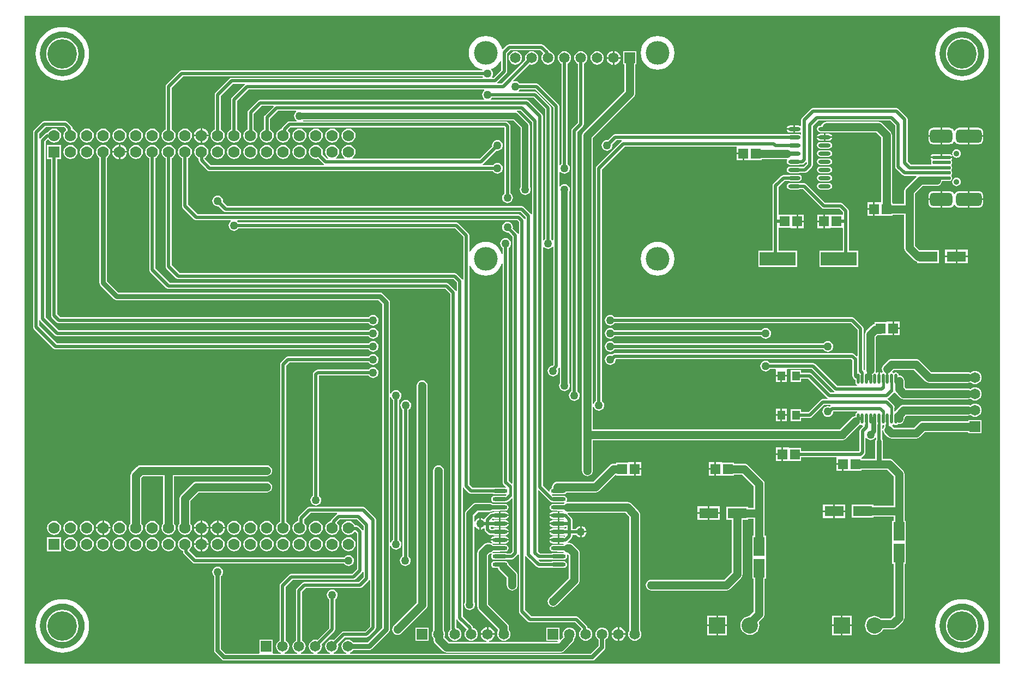
<source format=gtl>
G04*
G04 #@! TF.GenerationSoftware,Altium Limited,Altium Designer,21.9.2 (33)*
G04*
G04 Layer_Physical_Order=1*
G04 Layer_Color=255*
%FSLAX25Y25*%
%MOIN*%
G70*
G04*
G04 #@! TF.SameCoordinates,86937909-DB1A-4A49-A316-6C6AAAB68E2C*
G04*
G04*
G04 #@! TF.FilePolarity,Positive*
G04*
G01*
G75*
G04:AMPARAMS|DCode=39|XSize=110.24mil|YSize=19.68mil|CornerRadius=4.92mil|HoleSize=0mil|Usage=FLASHONLY|Rotation=0.000|XOffset=0mil|YOffset=0mil|HoleType=Round|Shape=RoundedRectangle|*
%AMROUNDEDRECTD39*
21,1,0.11024,0.00984,0,0,0.0*
21,1,0.10039,0.01968,0,0,0.0*
1,1,0.00984,0.05020,-0.00492*
1,1,0.00984,-0.05020,-0.00492*
1,1,0.00984,-0.05020,0.00492*
1,1,0.00984,0.05020,0.00492*
%
%ADD39ROUNDEDRECTD39*%
G04:AMPARAMS|DCode=40|XSize=137.8mil|YSize=80.71mil|CornerRadius=20.18mil|HoleSize=0mil|Usage=FLASHONLY|Rotation=0.000|XOffset=0mil|YOffset=0mil|HoleType=Round|Shape=RoundedRectangle|*
%AMROUNDEDRECTD40*
21,1,0.13780,0.04036,0,0,0.0*
21,1,0.09744,0.08071,0,0,0.0*
1,1,0.04035,0.04872,-0.02018*
1,1,0.04035,-0.04872,-0.02018*
1,1,0.04035,-0.04872,0.02018*
1,1,0.04035,0.04872,0.02018*
%
%ADD40ROUNDEDRECTD40*%
G04:AMPARAMS|DCode=41|XSize=157.48mil|YSize=80.71mil|CornerRadius=20.18mil|HoleSize=0mil|Usage=FLASHONLY|Rotation=0.000|XOffset=0mil|YOffset=0mil|HoleType=Round|Shape=RoundedRectangle|*
%AMROUNDEDRECTD41*
21,1,0.15748,0.04035,0,0,0.0*
21,1,0.11713,0.08071,0,0,0.0*
1,1,0.04035,0.05856,-0.02018*
1,1,0.04035,-0.05856,-0.02018*
1,1,0.04035,-0.05856,0.02018*
1,1,0.04035,0.05856,0.02018*
%
%ADD41ROUNDEDRECTD41*%
G04:AMPARAMS|DCode=42|XSize=137.8mil|YSize=80.71mil|CornerRadius=20.18mil|HoleSize=0mil|Usage=FLASHONLY|Rotation=0.000|XOffset=0mil|YOffset=0mil|HoleType=Round|Shape=RoundedRectangle|*
%AMROUNDEDRECTD42*
21,1,0.13780,0.04035,0,0,0.0*
21,1,0.09744,0.08071,0,0,0.0*
1,1,0.04035,0.04872,-0.02018*
1,1,0.04035,-0.04872,-0.02018*
1,1,0.04035,-0.04872,0.02018*
1,1,0.04035,0.04872,0.02018*
%
%ADD42ROUNDEDRECTD42*%
%ADD43R,0.05906X0.06299*%
%ADD44R,0.04921X0.05709*%
%ADD45R,0.06693X0.11417*%
%ADD46R,0.11811X0.06299*%
%ADD47O,0.01772X0.06299*%
%ADD48O,0.07480X0.02362*%
%ADD49O,0.09055X0.02362*%
%ADD50R,0.22047X0.08268*%
%ADD51C,0.03000*%
%ADD52C,0.02000*%
%ADD53C,0.01500*%
%ADD54C,0.05000*%
%ADD55C,0.04000*%
%ADD56C,0.02500*%
%ADD57C,0.06500*%
%ADD58R,0.06500X0.06500*%
%ADD59C,0.14500*%
%ADD60C,0.03543*%
%ADD61R,0.10000X0.10000*%
%ADD62C,0.10000*%
%ADD63R,0.06500X0.06500*%
%ADD64C,0.07000*%
%ADD65R,0.07000X0.07000*%
%ADD66C,0.05000*%
%ADD67C,0.18000*%
G36*
X598165Y1835D02*
X1835D01*
Y398165D01*
X598165D01*
X598165Y1835D01*
D02*
G37*
%LPC*%
G36*
X362500Y376721D02*
Y373000D01*
X366221D01*
X366141Y373609D01*
X365712Y374643D01*
X365031Y375531D01*
X364143Y376212D01*
X363109Y376641D01*
X362500Y376721D01*
D02*
G37*
G36*
X361500D02*
X360891Y376641D01*
X359857Y376212D01*
X358969Y375531D01*
X358288Y374643D01*
X357859Y373609D01*
X357779Y373000D01*
X361500D01*
Y376721D01*
D02*
G37*
G36*
X352000Y376585D02*
X350943Y376446D01*
X349957Y376038D01*
X349112Y375389D01*
X348462Y374542D01*
X348054Y373557D01*
X347915Y372500D01*
X348054Y371443D01*
X348462Y370458D01*
X349112Y369612D01*
X349957Y368962D01*
X350943Y368554D01*
X352000Y368415D01*
X353057Y368554D01*
X354043Y368962D01*
X354889Y369612D01*
X355538Y370458D01*
X355946Y371443D01*
X356085Y372500D01*
X355946Y373557D01*
X355538Y374542D01*
X354889Y375389D01*
X354043Y376038D01*
X353057Y376446D01*
X352000Y376585D01*
D02*
G37*
G36*
X283800Y385950D02*
X281781Y385751D01*
X279840Y385162D01*
X278050Y384206D01*
X276482Y382919D01*
X275195Y381350D01*
X274238Y379561D01*
X273649Y377620D01*
X273450Y375600D01*
X273649Y373581D01*
X274238Y371640D01*
X275195Y369850D01*
X276482Y368282D01*
X278050Y366995D01*
X279840Y366038D01*
X281706Y365472D01*
X281845Y365250D01*
X281948Y364930D01*
X281886Y364835D01*
X98000D01*
X97298Y364696D01*
X96702Y364298D01*
X88702Y356298D01*
X88304Y355702D01*
X88165Y355000D01*
Y328894D01*
X87831Y328756D01*
X86933Y328067D01*
X86244Y327169D01*
X85811Y326122D01*
X85663Y325000D01*
X85811Y323878D01*
X86244Y322831D01*
X86933Y321933D01*
X87831Y321244D01*
X88877Y320811D01*
X90000Y320663D01*
X91123Y320811D01*
X92169Y321244D01*
X93067Y321933D01*
X93756Y322831D01*
X94189Y323878D01*
X94337Y325000D01*
X94189Y326122D01*
X93756Y327169D01*
X93067Y328067D01*
X92169Y328756D01*
X91835Y328894D01*
Y354240D01*
X98760Y361165D01*
X281971D01*
X282168Y360871D01*
X281922Y360393D01*
X128558D01*
X127856Y360254D01*
X127260Y359856D01*
X118702Y351298D01*
X118304Y350702D01*
X118165Y350000D01*
Y328894D01*
X117831Y328756D01*
X116933Y328067D01*
X116244Y327169D01*
X115811Y326122D01*
X115663Y325000D01*
X115811Y323878D01*
X116244Y322831D01*
X116933Y321933D01*
X117831Y321244D01*
X118877Y320811D01*
X120000Y320663D01*
X121123Y320811D01*
X122169Y321244D01*
X123067Y321933D01*
X123756Y322831D01*
X124189Y323878D01*
X124337Y325000D01*
X124189Y326122D01*
X123756Y327169D01*
X123067Y328067D01*
X122169Y328756D01*
X121835Y328894D01*
Y349240D01*
X129318Y356723D01*
X136438D01*
X136564Y356520D01*
X136627Y356223D01*
X128702Y348298D01*
X128304Y347702D01*
X128165Y347000D01*
Y328894D01*
X127831Y328756D01*
X126933Y328067D01*
X126244Y327169D01*
X125811Y326122D01*
X125663Y325000D01*
X125811Y323878D01*
X126244Y322831D01*
X126933Y321933D01*
X127831Y321244D01*
X128877Y320811D01*
X130000Y320663D01*
X131123Y320811D01*
X132169Y321244D01*
X133067Y321933D01*
X133756Y322831D01*
X134189Y323878D01*
X134337Y325000D01*
X134189Y326122D01*
X133756Y327169D01*
X133067Y328067D01*
X132169Y328756D01*
X131835Y328894D01*
Y346240D01*
X138760Y353165D01*
X282882D01*
X283052Y352665D01*
X282646Y352354D01*
X282118Y351664D01*
X281785Y350862D01*
X281672Y350000D01*
X281785Y349138D01*
X282118Y348336D01*
X282646Y347646D01*
X283052Y347335D01*
X282882Y346835D01*
X146000D01*
X145298Y346696D01*
X144702Y346298D01*
X138798Y340394D01*
X138401Y339798D01*
X138261Y339096D01*
Y328934D01*
X137831Y328756D01*
X136933Y328067D01*
X136244Y327169D01*
X135811Y326122D01*
X135663Y325000D01*
X135811Y323878D01*
X136244Y322831D01*
X136933Y321933D01*
X137831Y321244D01*
X138877Y320811D01*
X140000Y320663D01*
X141122Y320811D01*
X142169Y321244D01*
X143067Y321933D01*
X143756Y322831D01*
X144189Y323878D01*
X144337Y325000D01*
X144189Y326122D01*
X143756Y327169D01*
X143067Y328067D01*
X142169Y328756D01*
X141931Y328854D01*
Y338336D01*
X146760Y343165D01*
X153916D01*
X154107Y342703D01*
X148799Y337394D01*
X148401Y336799D01*
X148261Y336096D01*
Y328934D01*
X147831Y328756D01*
X146933Y328067D01*
X146244Y327169D01*
X145811Y326122D01*
X145663Y325000D01*
X145811Y323878D01*
X146244Y322831D01*
X146933Y321933D01*
X147831Y321244D01*
X148878Y320811D01*
X150000Y320663D01*
X151122Y320811D01*
X152169Y321244D01*
X153067Y321933D01*
X153756Y322831D01*
X154189Y323878D01*
X154337Y325000D01*
X154189Y326122D01*
X153756Y327169D01*
X153067Y328067D01*
X152169Y328756D01*
X151931Y328854D01*
Y335336D01*
X156760Y340165D01*
X167882D01*
X168052Y339665D01*
X167646Y339354D01*
X167118Y338664D01*
X166785Y337861D01*
X166672Y337000D01*
X166785Y336139D01*
X167118Y335336D01*
X167646Y334646D01*
X168317Y334131D01*
X168322Y334082D01*
X168183Y333631D01*
X163796D01*
X163094Y333492D01*
X162498Y333094D01*
X159659Y330254D01*
X159261Y329659D01*
X159176Y329229D01*
X158878Y329189D01*
X157831Y328756D01*
X156933Y328067D01*
X156244Y327169D01*
X155811Y326122D01*
X155663Y325000D01*
X155811Y323878D01*
X156244Y322831D01*
X156933Y321933D01*
X157831Y321244D01*
X158878Y320811D01*
X160000Y320663D01*
X161123Y320811D01*
X162169Y321244D01*
X163067Y321933D01*
X163756Y322831D01*
X164189Y323878D01*
X164337Y325000D01*
X164189Y326122D01*
X163756Y327169D01*
X163067Y328067D01*
X163042Y328447D01*
X164556Y329961D01*
X295272D01*
X295369Y329864D01*
Y289751D01*
X294850Y289354D01*
X294321Y288664D01*
X293989Y287861D01*
X293875Y287000D01*
X293989Y286139D01*
X294321Y285336D01*
X294850Y284646D01*
X295540Y284118D01*
X296342Y283785D01*
X297204Y283671D01*
X298065Y283785D01*
X298868Y284118D01*
X299557Y284646D01*
X300086Y285336D01*
X300419Y286139D01*
X300532Y287000D01*
X300419Y287861D01*
X300086Y288664D01*
X299557Y289354D01*
X299039Y289751D01*
Y330625D01*
X298899Y331327D01*
X298501Y331922D01*
X297330Y333094D01*
X296735Y333492D01*
X296032Y333631D01*
X172380D01*
X172133Y334131D01*
X172167Y334176D01*
X300830D01*
X305176Y329830D01*
Y293740D01*
X305118Y293664D01*
X304785Y292862D01*
X304672Y292000D01*
X304785Y291139D01*
X305118Y290336D01*
X305646Y289646D01*
X306336Y289118D01*
X307138Y288785D01*
X308000Y288671D01*
X308861Y288785D01*
X309664Y289118D01*
X310354Y289646D01*
X310882Y290336D01*
X311215Y291139D01*
X311329Y292000D01*
X311215Y292862D01*
X310882Y293664D01*
X310824Y293740D01*
Y331000D01*
X310728Y331731D01*
X310446Y332412D01*
X309997Y332997D01*
X303997Y338997D01*
X303412Y339446D01*
X302884Y339665D01*
X302983Y340165D01*
X305240D01*
X312165Y333240D01*
Y277081D01*
X312082Y277021D01*
X311402Y277142D01*
X311298Y277298D01*
X307298Y281298D01*
X306702Y281696D01*
X306000Y281835D01*
X125760D01*
X123243Y284352D01*
X123328Y285000D01*
X123215Y285861D01*
X122882Y286664D01*
X122354Y287354D01*
X121664Y287882D01*
X120861Y288215D01*
X120000Y288329D01*
X119139Y288215D01*
X118336Y287882D01*
X117646Y287354D01*
X117118Y286664D01*
X116785Y285861D01*
X116672Y285000D01*
X116785Y284138D01*
X117118Y283336D01*
X117646Y282646D01*
X118336Y282118D01*
X119139Y281785D01*
X120000Y281672D01*
X120648Y281757D01*
X123702Y278702D01*
X124298Y278304D01*
X125000Y278165D01*
X305240D01*
X308165Y275240D01*
Y274081D01*
X308082Y274021D01*
X307402Y274142D01*
X307298Y274298D01*
X305298Y276298D01*
X304702Y276696D01*
X304000Y276835D01*
X107760D01*
X101835Y282760D01*
Y311106D01*
X102169Y311244D01*
X103067Y311933D01*
X103756Y312831D01*
X104189Y313878D01*
X104337Y315000D01*
X104189Y316123D01*
X103756Y317169D01*
X103067Y318067D01*
X102169Y318756D01*
X101122Y319189D01*
X100000Y319337D01*
X98878Y319189D01*
X97831Y318756D01*
X96933Y318067D01*
X96244Y317169D01*
X95811Y316123D01*
X95663Y315000D01*
X95811Y313878D01*
X96244Y312831D01*
X96933Y311933D01*
X97831Y311244D01*
X98165Y311106D01*
Y282000D01*
X98304Y281298D01*
X98702Y280702D01*
X105702Y273702D01*
X106298Y273304D01*
X107000Y273165D01*
X127882D01*
X128052Y272665D01*
X127646Y272354D01*
X127118Y271664D01*
X126785Y270862D01*
X126672Y270000D01*
X126785Y269139D01*
X127118Y268336D01*
X127646Y267646D01*
X128336Y267118D01*
X129139Y266785D01*
X130000Y266671D01*
X130861Y266785D01*
X131664Y267118D01*
X132354Y267646D01*
X132751Y268165D01*
X265240D01*
X270165Y263240D01*
Y237081D01*
X270081Y237021D01*
X269402Y237142D01*
X269298Y237298D01*
X266298Y240298D01*
X265702Y240696D01*
X265000Y240835D01*
X96760D01*
X91835Y245760D01*
Y311106D01*
X92169Y311244D01*
X93067Y311933D01*
X93756Y312831D01*
X94189Y313878D01*
X94337Y315000D01*
X94189Y316123D01*
X93756Y317169D01*
X93067Y318067D01*
X92169Y318756D01*
X91123Y319189D01*
X90000Y319337D01*
X88877Y319189D01*
X87831Y318756D01*
X86933Y318067D01*
X86244Y317169D01*
X85811Y316123D01*
X85663Y315000D01*
X85811Y313878D01*
X86244Y312831D01*
X86933Y311933D01*
X87831Y311244D01*
X88165Y311106D01*
Y245000D01*
X88304Y244298D01*
X88702Y243702D01*
X94702Y237702D01*
X95298Y237304D01*
X96000Y237165D01*
X264240D01*
X266165Y235240D01*
Y230081D01*
X266082Y230021D01*
X265402Y230142D01*
X265298Y230298D01*
X261298Y234298D01*
X260702Y234696D01*
X260000Y234835D01*
X90760D01*
X81835Y243760D01*
Y311106D01*
X82169Y311244D01*
X83067Y311933D01*
X83756Y312831D01*
X84189Y313878D01*
X84337Y315000D01*
X84189Y316123D01*
X83756Y317169D01*
X83067Y318067D01*
X82169Y318756D01*
X81122Y319189D01*
X80000Y319337D01*
X78878Y319189D01*
X77831Y318756D01*
X76933Y318067D01*
X76244Y317169D01*
X75811Y316123D01*
X75663Y315000D01*
X75811Y313878D01*
X76244Y312831D01*
X76933Y311933D01*
X77831Y311244D01*
X78165Y311106D01*
Y243000D01*
X78304Y242298D01*
X78702Y241702D01*
X88702Y231702D01*
X89298Y231304D01*
X90000Y231165D01*
X259240D01*
X262165Y228240D01*
Y23422D01*
X262250Y22995D01*
X262111Y22888D01*
X261462Y22042D01*
X261054Y21057D01*
X260915Y20000D01*
X261054Y18943D01*
X261462Y17957D01*
X262111Y17111D01*
X262958Y16462D01*
X263943Y16054D01*
X265000Y15915D01*
X266057Y16054D01*
X267042Y16462D01*
X267888Y17111D01*
X268538Y17957D01*
X268946Y18943D01*
X269085Y20000D01*
X268946Y21057D01*
X268538Y22042D01*
X267888Y22888D01*
X267042Y23538D01*
X266057Y23946D01*
X265837Y23975D01*
X265835Y23981D01*
Y28919D01*
X265918Y28979D01*
X266598Y28858D01*
X266702Y28702D01*
X271984Y23421D01*
X272112Y22888D01*
X271462Y22042D01*
X271054Y21057D01*
X270915Y20000D01*
X271054Y18943D01*
X271462Y17957D01*
X272112Y17111D01*
X272957Y16462D01*
X273943Y16054D01*
X275000Y15915D01*
X276057Y16054D01*
X277043Y16462D01*
X277888Y17111D01*
X278538Y17957D01*
X278946Y18943D01*
X279085Y20000D01*
X278946Y21057D01*
X278538Y22042D01*
X277888Y22888D01*
X277043Y23538D01*
X276057Y23946D01*
X275955Y23959D01*
X275834Y24563D01*
X275437Y25159D01*
X269835Y30760D01*
Y109598D01*
X269918Y109658D01*
X270598Y109537D01*
X270702Y109381D01*
X273702Y106381D01*
X274298Y105983D01*
X275000Y105844D01*
X288198D01*
X288348Y105743D01*
X289121Y105590D01*
X295814D01*
X296405Y105707D01*
X296651Y105246D01*
X295998Y104593D01*
X295814Y104630D01*
X289121D01*
X288348Y104476D01*
X287693Y104038D01*
X287255Y103383D01*
X287102Y102610D01*
X287255Y101837D01*
X287693Y101181D01*
X288348Y100743D01*
X289121Y100590D01*
X295814D01*
X296587Y100743D01*
X296762Y100860D01*
X297381Y100983D01*
X297977Y101381D01*
X299665Y103069D01*
X300165Y102862D01*
Y70472D01*
X299028Y69335D01*
X296797D01*
X296587Y69476D01*
X295814Y69630D01*
X289121D01*
X288375Y69481D01*
X288348Y69476D01*
X288260Y69424D01*
X288089Y69444D01*
X287907Y69715D01*
X288004Y69878D01*
X288354Y70146D01*
X288556Y70410D01*
X292087D01*
X292886Y70569D01*
X292917Y70590D01*
X295814D01*
X296587Y70743D01*
X297243Y71181D01*
X297680Y71837D01*
X297834Y72610D01*
X297680Y73383D01*
X297243Y74038D01*
X296587Y74476D01*
X295814Y74629D01*
X289121D01*
X288924Y74590D01*
X288556D01*
X288354Y74854D01*
X287967Y75150D01*
X287905Y75198D01*
X288196Y75604D01*
X288270Y75555D01*
X289121Y75386D01*
X291968D01*
Y77110D01*
X286997D01*
X287067Y76759D01*
X287549Y76037D01*
X287807Y75865D01*
X287570Y75422D01*
X287490Y75455D01*
X286861Y75715D01*
X286000Y75828D01*
X285000D01*
X284138Y75715D01*
X283668Y75520D01*
X283336Y75383D01*
X282646Y74854D01*
X279646Y71854D01*
X279117Y71164D01*
X278980Y70832D01*
X278785Y70362D01*
X278672Y69500D01*
Y37000D01*
X278785Y36138D01*
X278980Y35668D01*
X279117Y35336D01*
X279646Y34646D01*
X291385Y22908D01*
Y21855D01*
X291054Y21057D01*
X290915Y20000D01*
X291054Y18943D01*
X291462Y17957D01*
X292111Y17111D01*
X292957Y16462D01*
X293943Y16054D01*
X295000Y15915D01*
X296057Y16054D01*
X297042Y16462D01*
X297888Y17111D01*
X298538Y17957D01*
X298946Y18943D01*
X299085Y20000D01*
X298946Y21057D01*
X298538Y22042D01*
X298042Y22689D01*
Y24287D01*
X297928Y25148D01*
X297596Y25951D01*
X297067Y26641D01*
X285329Y38379D01*
Y68121D01*
X286436Y69229D01*
X286861Y69285D01*
X287255Y69448D01*
X287702Y69092D01*
X287693Y69038D01*
X287693Y69038D01*
X287617Y68924D01*
X287255Y68383D01*
X287102Y67610D01*
X287255Y66837D01*
X287693Y66181D01*
X288348Y65743D01*
X289121Y65590D01*
X295814D01*
X296192Y65665D01*
X299788D01*
X300490Y65804D01*
X301086Y66202D01*
X303298Y68414D01*
X303402Y68570D01*
X304082Y68691D01*
X304165Y68631D01*
Y34000D01*
X304304Y33298D01*
X304702Y32702D01*
X309702Y27702D01*
X310298Y27304D01*
X311000Y27165D01*
X338546D01*
X342182Y23529D01*
X342148Y22916D01*
X342111Y22888D01*
X341462Y22042D01*
X341054Y21057D01*
X340915Y20000D01*
X341054Y18943D01*
X341462Y17957D01*
X342111Y17111D01*
X342957Y16462D01*
X343943Y16054D01*
X345000Y15915D01*
X346057Y16054D01*
X347042Y16462D01*
X347888Y17111D01*
X348538Y17957D01*
X348946Y18943D01*
X349085Y20000D01*
X348946Y21057D01*
X348538Y22042D01*
X347888Y22888D01*
X347042Y23538D01*
X346069Y23941D01*
Y24073D01*
X345929Y24775D01*
X345532Y25370D01*
X340604Y30298D01*
X340009Y30696D01*
X339306Y30835D01*
X311760D01*
X307835Y34760D01*
Y67631D01*
X307919Y67691D01*
X308598Y67570D01*
X308702Y67414D01*
X314914Y61202D01*
X315510Y60804D01*
X316212Y60665D01*
X324571D01*
X324948Y60590D01*
X331641D01*
X332414Y60743D01*
X333069Y61181D01*
X333507Y61837D01*
X333661Y62610D01*
X333507Y63383D01*
X333069Y64038D01*
X332414Y64476D01*
X331641Y64630D01*
X324948D01*
X324175Y64476D01*
X323965Y64335D01*
X316972D01*
X316123Y65184D01*
X316124Y65189D01*
X316350Y65665D01*
X324571D01*
X324948Y65590D01*
X331641D01*
X332414Y65743D01*
X333069Y66181D01*
X333507Y66837D01*
X333661Y67610D01*
X333517Y68332D01*
X333525Y68414D01*
X333785Y68867D01*
X333912Y68881D01*
X334671Y68121D01*
Y54379D01*
X322646Y42354D01*
X322117Y41664D01*
X321980Y41332D01*
X321785Y40861D01*
X321672Y40000D01*
X321785Y39138D01*
X321980Y38668D01*
X322117Y38336D01*
X322646Y37646D01*
X323336Y37117D01*
X323668Y36980D01*
X324138Y36785D01*
X325000Y36672D01*
X325862Y36785D01*
X326332Y36980D01*
X326664Y37117D01*
X327354Y37646D01*
X340354Y50646D01*
X340882Y51336D01*
X341215Y52139D01*
X341329Y53000D01*
Y69500D01*
X341215Y70362D01*
X341020Y70832D01*
X340882Y71164D01*
X340354Y71854D01*
X337354Y74854D01*
X336664Y75383D01*
X336332Y75520D01*
X335861Y75715D01*
X335000Y75828D01*
X334104D01*
X333953Y76112D01*
X333917Y76322D01*
X336298Y78702D01*
X336696Y79298D01*
X336835Y80000D01*
Y80665D01*
X339081D01*
X339504Y80113D01*
X340235Y79552D01*
X341086Y79200D01*
X341500Y79145D01*
Y82610D01*
Y86074D01*
X341086Y86019D01*
X340235Y85667D01*
X339504Y85106D01*
X338943Y84375D01*
X338926Y84335D01*
X336835D01*
Y87500D01*
Y90000D01*
X336696Y90702D01*
X336298Y91298D01*
X333917Y93678D01*
X333953Y93888D01*
X334104Y94172D01*
X369121D01*
X371672Y91621D01*
Y22315D01*
X371462Y22042D01*
X371054Y21057D01*
X370915Y20000D01*
X371054Y18943D01*
X371462Y17957D01*
X372112Y17111D01*
X372957Y16462D01*
X373943Y16054D01*
X375000Y15915D01*
X376057Y16054D01*
X377043Y16462D01*
X377888Y17111D01*
X378538Y17957D01*
X378946Y18943D01*
X379085Y20000D01*
X378946Y21057D01*
X378538Y22042D01*
X378328Y22315D01*
Y93000D01*
X378215Y93862D01*
X378020Y94332D01*
X377883Y94664D01*
X377354Y95354D01*
X372854Y99854D01*
X372164Y100383D01*
X371832Y100520D01*
X371361Y100715D01*
X370500Y100829D01*
X334000D01*
X333304Y100737D01*
X333128Y101070D01*
X333091Y101213D01*
X333507Y101837D01*
X333661Y102610D01*
X333507Y103383D01*
X333069Y104038D01*
X332414Y104476D01*
X331641Y104630D01*
X324966D01*
X324408Y105187D01*
X324655Y105648D01*
X324948Y105590D01*
X331641D01*
X332414Y105743D01*
X333069Y106181D01*
X333397Y106672D01*
X351000D01*
X351862Y106785D01*
X352332Y106980D01*
X352664Y107117D01*
X353354Y107646D01*
X363070Y117363D01*
X363570Y117156D01*
Y117050D01*
X371047D01*
Y116850D01*
X374500D01*
Y121000D01*
Y125150D01*
X371047D01*
Y124950D01*
X363570D01*
Y124328D01*
X362000D01*
X361139Y124215D01*
X360336Y123882D01*
X359646Y123354D01*
X349621Y113329D01*
X327728D01*
X326867Y113215D01*
X326064Y112882D01*
X325375Y112354D01*
X324846Y111664D01*
X324513Y110862D01*
X324400Y110000D01*
X324461Y109533D01*
X324175Y109476D01*
X323520Y109038D01*
X323082Y108383D01*
X322928Y107610D01*
X322987Y107316D01*
X322526Y107070D01*
X318835Y110760D01*
Y256882D01*
X319335Y257052D01*
X319646Y256646D01*
X320336Y256118D01*
X321139Y255785D01*
X322000Y255672D01*
X322862Y255785D01*
X323664Y256118D01*
X324354Y256646D01*
X324665Y257052D01*
X325165Y256882D01*
Y184572D01*
X324909Y184317D01*
X324138Y184215D01*
X323336Y183882D01*
X322646Y183354D01*
X322117Y182664D01*
X321785Y181861D01*
X321672Y181000D01*
X321785Y180139D01*
X322117Y179336D01*
X322646Y178646D01*
X323336Y178118D01*
X324138Y177785D01*
X325000Y177672D01*
X325862Y177785D01*
X326664Y178118D01*
X327354Y178646D01*
X327883Y179336D01*
X328215Y180139D01*
X328328Y181000D01*
X328215Y181861D01*
X328048Y182264D01*
X328298Y182514D01*
X328676Y183080D01*
X328713Y183086D01*
X329176Y182834D01*
Y173740D01*
X329117Y173664D01*
X328785Y172862D01*
X328672Y172000D01*
X328785Y171139D01*
X329117Y170336D01*
X329646Y169646D01*
X330336Y169117D01*
X331138Y168785D01*
X332000Y168672D01*
X332861Y168785D01*
X333664Y169117D01*
X334354Y169646D01*
X334882Y170336D01*
X335215Y171139D01*
X335329Y172000D01*
X335215Y172862D01*
X334882Y173664D01*
X334824Y173740D01*
Y290260D01*
X334882Y290336D01*
X335215Y291139D01*
X335329Y292000D01*
X335215Y292862D01*
X334882Y293664D01*
X334354Y294354D01*
X333664Y294882D01*
X332861Y295215D01*
X332000Y295328D01*
X331138Y295215D01*
X330336Y294882D01*
X329646Y294354D01*
X329335Y293948D01*
X328835Y294118D01*
Y302882D01*
X329335Y303052D01*
X329646Y302646D01*
X330336Y302117D01*
X331138Y301785D01*
X332000Y301672D01*
X332861Y301785D01*
X333664Y302117D01*
X334354Y302646D01*
X334882Y303336D01*
X335215Y304138D01*
X335329Y305000D01*
X335215Y305861D01*
X334882Y306664D01*
X334354Y307354D01*
X333835Y307751D01*
Y368877D01*
X334043Y368962D01*
X334889Y369612D01*
X335538Y370458D01*
X335946Y371443D01*
X336085Y372500D01*
X335946Y373557D01*
X335538Y374542D01*
X334889Y375389D01*
X334043Y376038D01*
X333057Y376446D01*
X332000Y376585D01*
X330943Y376446D01*
X329958Y376038D01*
X329112Y375389D01*
X328462Y374542D01*
X328054Y373557D01*
X327915Y372500D01*
X328054Y371443D01*
X328462Y370458D01*
X329112Y369612D01*
X329958Y368962D01*
X330165Y368877D01*
Y307751D01*
X329646Y307354D01*
X329335Y306948D01*
X328835Y307118D01*
Y343000D01*
X328696Y343702D01*
X328298Y344298D01*
X316298Y356298D01*
X315702Y356696D01*
X315000Y356835D01*
X304751D01*
X304354Y357354D01*
X303664Y357882D01*
X302861Y358215D01*
X302000Y358329D01*
X301138Y358215D01*
X300932Y358130D01*
X300649Y358554D01*
X310736Y368640D01*
X310943Y368554D01*
X312000Y368415D01*
X313057Y368554D01*
X314042Y368962D01*
X314889Y369612D01*
X315538Y370458D01*
X315946Y371443D01*
X316085Y372500D01*
X315946Y373557D01*
X315538Y374542D01*
X314889Y375389D01*
X314042Y376038D01*
X313057Y376446D01*
X312000Y376585D01*
X310943Y376446D01*
X309958Y376038D01*
X309111Y375389D01*
X308462Y374542D01*
X308054Y373557D01*
X307915Y372500D01*
X308054Y371443D01*
X308140Y371235D01*
X293740Y356835D01*
X291120D01*
X290994Y357038D01*
X290931Y357335D01*
X296398Y362803D01*
X296796Y363398D01*
X296936Y364100D01*
Y375169D01*
X298932Y377165D01*
X317240D01*
X319070Y375335D01*
X318462Y374542D01*
X318054Y373557D01*
X317915Y372500D01*
X318054Y371443D01*
X318462Y370458D01*
X319111Y369612D01*
X319957Y368962D01*
X320943Y368554D01*
X322000Y368415D01*
X323057Y368554D01*
X324043Y368962D01*
X324888Y369612D01*
X325538Y370458D01*
X325946Y371443D01*
X326085Y372500D01*
X325946Y373557D01*
X325538Y374542D01*
X324888Y375389D01*
X324043Y376038D01*
X323057Y376446D01*
X322853Y376473D01*
X322834Y376563D01*
X322437Y377159D01*
X319298Y380298D01*
X318702Y380696D01*
X318000Y380835D01*
X298172D01*
X297469Y380696D01*
X296874Y380298D01*
X294409Y377833D01*
X293844Y377975D01*
X293362Y379561D01*
X292406Y381350D01*
X291119Y382919D01*
X289550Y384206D01*
X287761Y385162D01*
X285820Y385751D01*
X283800Y385950D01*
D02*
G37*
G36*
X302000Y376585D02*
X300943Y376446D01*
X299957Y376038D01*
X299112Y375389D01*
X298462Y374542D01*
X298054Y373557D01*
X297915Y372500D01*
X298054Y371443D01*
X298462Y370458D01*
X299112Y369612D01*
X299957Y368962D01*
X300943Y368554D01*
X302000Y368415D01*
X303057Y368554D01*
X304043Y368962D01*
X304889Y369612D01*
X305538Y370458D01*
X305946Y371443D01*
X306085Y372500D01*
X305946Y373557D01*
X305538Y374542D01*
X304889Y375389D01*
X304043Y376038D01*
X303057Y376446D01*
X302000Y376585D01*
D02*
G37*
G36*
X366221Y372000D02*
X362500D01*
Y368279D01*
X363109Y368359D01*
X364143Y368788D01*
X365031Y369469D01*
X365712Y370357D01*
X366141Y371391D01*
X366221Y372000D01*
D02*
G37*
G36*
X361500D02*
X357779D01*
X357859Y371391D01*
X358288Y370357D01*
X358969Y369469D01*
X359857Y368788D01*
X360891Y368359D01*
X361500Y368279D01*
Y372000D01*
D02*
G37*
G36*
X388918Y385950D02*
X386899Y385751D01*
X384958Y385162D01*
X383168Y384206D01*
X381600Y382919D01*
X380313Y381350D01*
X379356Y379561D01*
X378767Y377620D01*
X378569Y375600D01*
X378767Y373581D01*
X379356Y371640D01*
X380313Y369850D01*
X381600Y368282D01*
X383168Y366995D01*
X384958Y366038D01*
X386899Y365449D01*
X388918Y365250D01*
X390938Y365449D01*
X392879Y366038D01*
X394669Y366995D01*
X396237Y368282D01*
X397524Y369850D01*
X398480Y371640D01*
X399069Y373581D01*
X399268Y375600D01*
X399069Y377620D01*
X398480Y379561D01*
X397524Y381350D01*
X396237Y382919D01*
X394669Y384206D01*
X392879Y385162D01*
X390938Y385751D01*
X388918Y385950D01*
D02*
G37*
G36*
X575000Y391335D02*
X572868Y391195D01*
X570772Y390778D01*
X568749Y390091D01*
X566832Y389146D01*
X565056Y387959D01*
X563449Y386551D01*
X562041Y384944D01*
X560853Y383168D01*
X559908Y381251D01*
X559222Y379228D01*
X558805Y377132D01*
X558665Y375000D01*
X558805Y372868D01*
X559222Y370772D01*
X559908Y368749D01*
X560853Y366832D01*
X562041Y365056D01*
X563449Y363449D01*
X565056Y362041D01*
X566832Y360854D01*
X568749Y359909D01*
X570772Y359222D01*
X572868Y358805D01*
X575000Y358665D01*
X577132Y358805D01*
X579228Y359222D01*
X581251Y359909D01*
X583168Y360854D01*
X584944Y362041D01*
X586551Y363449D01*
X587959Y365056D01*
X589147Y366832D01*
X590092Y368749D01*
X590778Y370772D01*
X591195Y372868D01*
X591335Y375000D01*
X591195Y377132D01*
X590778Y379228D01*
X590092Y381251D01*
X589147Y383168D01*
X587959Y384944D01*
X586551Y386551D01*
X584944Y387959D01*
X583168Y389146D01*
X581251Y390091D01*
X579228Y390778D01*
X577132Y391195D01*
X575000Y391335D01*
D02*
G37*
G36*
X25000D02*
X22868Y391195D01*
X20772Y390778D01*
X18749Y390091D01*
X16833Y389146D01*
X15056Y387959D01*
X13449Y386551D01*
X12041Y384944D01*
X10853Y383168D01*
X9909Y381251D01*
X9222Y379228D01*
X8805Y377132D01*
X8665Y375000D01*
X8805Y372868D01*
X9222Y370772D01*
X9909Y368749D01*
X10853Y366832D01*
X12041Y365056D01*
X13449Y363449D01*
X15056Y362041D01*
X16833Y360854D01*
X18749Y359909D01*
X20772Y359222D01*
X22868Y358805D01*
X25000Y358665D01*
X27132Y358805D01*
X29228Y359222D01*
X31251Y359909D01*
X33167Y360854D01*
X34944Y362041D01*
X36551Y363449D01*
X37959Y365056D01*
X39147Y366832D01*
X40091Y368749D01*
X40778Y370772D01*
X41195Y372868D01*
X41335Y375000D01*
X41195Y377132D01*
X40778Y379228D01*
X40091Y381251D01*
X39147Y383168D01*
X37959Y384944D01*
X36551Y386551D01*
X34944Y387959D01*
X33167Y389146D01*
X31251Y390091D01*
X29228Y390778D01*
X27132Y391195D01*
X25000Y391335D01*
D02*
G37*
G36*
X471996Y331224D02*
X469937D01*
X469086Y331055D01*
X468364Y330573D01*
X467882Y329851D01*
X467813Y329500D01*
X471996D01*
Y331224D01*
D02*
G37*
G36*
Y328500D02*
X467813D01*
X467882Y328149D01*
X468364Y327428D01*
X469086Y326945D01*
X469937Y326776D01*
X471996D01*
Y328500D01*
D02*
G37*
G36*
X110500Y329473D02*
Y325500D01*
X114473D01*
X114384Y326175D01*
X113931Y327269D01*
X113209Y328209D01*
X112269Y328931D01*
X111175Y329384D01*
X110500Y329473D01*
D02*
G37*
G36*
X109500D02*
X108825Y329384D01*
X107731Y328931D01*
X106791Y328209D01*
X106069Y327269D01*
X105616Y326175D01*
X105527Y325500D01*
X109500D01*
Y329473D01*
D02*
G37*
G36*
X584998Y329790D02*
X579642D01*
Y325228D01*
X588042D01*
Y326746D01*
X587938Y327534D01*
X587634Y328268D01*
X587150Y328898D01*
X586520Y329382D01*
X585786Y329686D01*
X584998Y329790D01*
D02*
G37*
G36*
X561909Y329790D02*
X557537D01*
X556750Y329686D01*
X556015Y329382D01*
X555385Y328898D01*
X554901Y328268D01*
X554597Y327534D01*
X554494Y326746D01*
Y325228D01*
X561909D01*
Y329790D01*
D02*
G37*
G36*
X493559Y326224D02*
X491500D01*
Y324500D01*
X495683D01*
X495614Y324851D01*
X495131Y325572D01*
X494410Y326055D01*
X493559Y326224D01*
D02*
G37*
G36*
X490500D02*
X488441D01*
X487590Y326055D01*
X486868Y325572D01*
X486386Y324851D01*
X486317Y324500D01*
X490500D01*
Y326224D01*
D02*
G37*
G36*
X495683Y323500D02*
X491500D01*
Y321776D01*
X493559D01*
X494410Y321945D01*
X495131Y322428D01*
X495614Y323149D01*
X495683Y323500D01*
D02*
G37*
G36*
X490500D02*
X486317D01*
X486386Y323149D01*
X486868Y322428D01*
X487590Y321945D01*
X488441Y321776D01*
X490500D01*
Y323500D01*
D02*
G37*
G36*
X200000Y329337D02*
X198878Y329189D01*
X197831Y328756D01*
X196933Y328067D01*
X196244Y327169D01*
X195811Y326122D01*
X195663Y325000D01*
X195811Y323878D01*
X196244Y322831D01*
X196933Y321933D01*
X197831Y321244D01*
X198878Y320811D01*
X200000Y320663D01*
X201122Y320811D01*
X202169Y321244D01*
X203067Y321933D01*
X203756Y322831D01*
X204189Y323878D01*
X204337Y325000D01*
X204189Y326122D01*
X203756Y327169D01*
X203067Y328067D01*
X202169Y328756D01*
X201122Y329189D01*
X200000Y329337D01*
D02*
G37*
G36*
X190000D02*
X188877Y329189D01*
X187831Y328756D01*
X186933Y328067D01*
X186244Y327169D01*
X185811Y326122D01*
X185663Y325000D01*
X185811Y323878D01*
X186244Y322831D01*
X186933Y321933D01*
X187831Y321244D01*
X188877Y320811D01*
X190000Y320663D01*
X191122Y320811D01*
X192169Y321244D01*
X193067Y321933D01*
X193756Y322831D01*
X194189Y323878D01*
X194337Y325000D01*
X194189Y326122D01*
X193756Y327169D01*
X193067Y328067D01*
X192169Y328756D01*
X191122Y329189D01*
X190000Y329337D01*
D02*
G37*
G36*
X180000D02*
X178877Y329189D01*
X177831Y328756D01*
X176933Y328067D01*
X176244Y327169D01*
X175811Y326122D01*
X175663Y325000D01*
X175811Y323878D01*
X176244Y322831D01*
X176933Y321933D01*
X177831Y321244D01*
X178877Y320811D01*
X180000Y320663D01*
X181123Y320811D01*
X182169Y321244D01*
X183067Y321933D01*
X183756Y322831D01*
X184189Y323878D01*
X184337Y325000D01*
X184189Y326122D01*
X183756Y327169D01*
X183067Y328067D01*
X182169Y328756D01*
X181123Y329189D01*
X180000Y329337D01*
D02*
G37*
G36*
X170000D02*
X168877Y329189D01*
X167831Y328756D01*
X166933Y328067D01*
X166244Y327169D01*
X165811Y326122D01*
X165663Y325000D01*
X165811Y323878D01*
X166244Y322831D01*
X166933Y321933D01*
X167831Y321244D01*
X168877Y320811D01*
X170000Y320663D01*
X171123Y320811D01*
X172169Y321244D01*
X173067Y321933D01*
X173756Y322831D01*
X174189Y323878D01*
X174337Y325000D01*
X174189Y326122D01*
X173756Y327169D01*
X173067Y328067D01*
X172169Y328756D01*
X171123Y329189D01*
X170000Y329337D01*
D02*
G37*
G36*
X100000D02*
X98878Y329189D01*
X97831Y328756D01*
X96933Y328067D01*
X96244Y327169D01*
X95811Y326122D01*
X95663Y325000D01*
X95811Y323878D01*
X96244Y322831D01*
X96933Y321933D01*
X97831Y321244D01*
X98878Y320811D01*
X100000Y320663D01*
X101122Y320811D01*
X102169Y321244D01*
X103067Y321933D01*
X103756Y322831D01*
X104189Y323878D01*
X104337Y325000D01*
X104189Y326122D01*
X103756Y327169D01*
X103067Y328067D01*
X102169Y328756D01*
X101122Y329189D01*
X100000Y329337D01*
D02*
G37*
G36*
X80000D02*
X78878Y329189D01*
X77831Y328756D01*
X76933Y328067D01*
X76244Y327169D01*
X75811Y326122D01*
X75663Y325000D01*
X75811Y323878D01*
X76244Y322831D01*
X76933Y321933D01*
X77831Y321244D01*
X78878Y320811D01*
X80000Y320663D01*
X81122Y320811D01*
X82169Y321244D01*
X83067Y321933D01*
X83756Y322831D01*
X84189Y323878D01*
X84337Y325000D01*
X84189Y326122D01*
X83756Y327169D01*
X83067Y328067D01*
X82169Y328756D01*
X81122Y329189D01*
X80000Y329337D01*
D02*
G37*
G36*
X70000D02*
X68878Y329189D01*
X67831Y328756D01*
X66933Y328067D01*
X66244Y327169D01*
X65811Y326122D01*
X65663Y325000D01*
X65811Y323878D01*
X66244Y322831D01*
X66933Y321933D01*
X67831Y321244D01*
X68878Y320811D01*
X70000Y320663D01*
X71122Y320811D01*
X72169Y321244D01*
X73067Y321933D01*
X73756Y322831D01*
X74189Y323878D01*
X74337Y325000D01*
X74189Y326122D01*
X73756Y327169D01*
X73067Y328067D01*
X72169Y328756D01*
X71122Y329189D01*
X70000Y329337D01*
D02*
G37*
G36*
X60000D02*
X58877Y329189D01*
X57831Y328756D01*
X56933Y328067D01*
X56244Y327169D01*
X55811Y326122D01*
X55663Y325000D01*
X55811Y323878D01*
X56244Y322831D01*
X56933Y321933D01*
X57831Y321244D01*
X58877Y320811D01*
X60000Y320663D01*
X61123Y320811D01*
X62169Y321244D01*
X63067Y321933D01*
X63756Y322831D01*
X64189Y323878D01*
X64337Y325000D01*
X64189Y326122D01*
X63756Y327169D01*
X63067Y328067D01*
X62169Y328756D01*
X61123Y329189D01*
X60000Y329337D01*
D02*
G37*
G36*
X50000D02*
X48878Y329189D01*
X47831Y328756D01*
X46933Y328067D01*
X46244Y327169D01*
X45811Y326122D01*
X45663Y325000D01*
X45811Y323878D01*
X46244Y322831D01*
X46933Y321933D01*
X47831Y321244D01*
X48878Y320811D01*
X50000Y320663D01*
X51122Y320811D01*
X52169Y321244D01*
X53067Y321933D01*
X53756Y322831D01*
X54189Y323878D01*
X54337Y325000D01*
X54189Y326122D01*
X53756Y327169D01*
X53067Y328067D01*
X52169Y328756D01*
X51122Y329189D01*
X50000Y329337D01*
D02*
G37*
G36*
X40000D02*
X38877Y329189D01*
X37832Y328756D01*
X36933Y328067D01*
X36244Y327169D01*
X35811Y326122D01*
X35663Y325000D01*
X35811Y323878D01*
X36244Y322831D01*
X36933Y321933D01*
X37832Y321244D01*
X38877Y320811D01*
X40000Y320663D01*
X41122Y320811D01*
X42169Y321244D01*
X43067Y321933D01*
X43756Y322831D01*
X44189Y323878D01*
X44337Y325000D01*
X44189Y326122D01*
X43756Y327169D01*
X43067Y328067D01*
X42169Y328756D01*
X41122Y329189D01*
X40000Y329337D01*
D02*
G37*
G36*
X27000Y333835D02*
X14000D01*
X13298Y333696D01*
X12702Y333298D01*
X7702Y328298D01*
X7304Y327702D01*
X7165Y327000D01*
Y208000D01*
X7304Y207298D01*
X7702Y206702D01*
X19702Y194702D01*
X20298Y194304D01*
X21000Y194165D01*
X212249D01*
X212646Y193646D01*
X213336Y193117D01*
X214139Y192785D01*
X215000Y192672D01*
X215862Y192785D01*
X216664Y193117D01*
X217354Y193646D01*
X217882Y194336D01*
X218215Y195139D01*
X218328Y196000D01*
X218215Y196862D01*
X217882Y197664D01*
X217354Y198354D01*
X216664Y198882D01*
X215862Y199215D01*
X215000Y199328D01*
X214139Y199215D01*
X213336Y198882D01*
X212646Y198354D01*
X212249Y197835D01*
X21760D01*
X10835Y208760D01*
Y211919D01*
X10919Y211979D01*
X11598Y211858D01*
X11702Y211702D01*
X20702Y202702D01*
X21298Y202304D01*
X22000Y202165D01*
X212249D01*
X212646Y201646D01*
X213336Y201117D01*
X214139Y200785D01*
X215000Y200672D01*
X215862Y200785D01*
X216664Y201117D01*
X217354Y201646D01*
X217882Y202336D01*
X218215Y203138D01*
X218328Y204000D01*
X218215Y204861D01*
X217882Y205664D01*
X217354Y206354D01*
X216664Y206883D01*
X215862Y207215D01*
X215000Y207329D01*
X214139Y207215D01*
X213336Y206883D01*
X212646Y206354D01*
X212249Y205835D01*
X22760D01*
X14835Y213760D01*
Y321240D01*
X16055Y322460D01*
X16554Y322427D01*
X16933Y321933D01*
X17831Y321244D01*
X18878Y320811D01*
X20000Y320663D01*
X21123Y320811D01*
X22169Y321244D01*
X23067Y321933D01*
X23756Y322831D01*
X24189Y323878D01*
X24337Y325000D01*
X24189Y326122D01*
X23756Y327169D01*
X23067Y328067D01*
X22169Y328756D01*
X21123Y329189D01*
X20000Y329337D01*
X18878Y329189D01*
X17831Y328756D01*
X16933Y328067D01*
X16244Y327169D01*
X16098Y326816D01*
X16000Y326835D01*
X15298Y326696D01*
X14702Y326298D01*
X11702Y323298D01*
X11598Y323142D01*
X10919Y323021D01*
X10835Y323081D01*
Y326240D01*
X14760Y330165D01*
X26240D01*
X27413Y328991D01*
X27384Y328413D01*
X26933Y328067D01*
X26244Y327169D01*
X25811Y326122D01*
X25663Y325000D01*
X25811Y323878D01*
X26244Y322831D01*
X26933Y321933D01*
X27832Y321244D01*
X28877Y320811D01*
X30000Y320663D01*
X31122Y320811D01*
X32168Y321244D01*
X33067Y321933D01*
X33756Y322831D01*
X34189Y323878D01*
X34337Y325000D01*
X34189Y326122D01*
X33756Y327169D01*
X33067Y328067D01*
X32168Y328756D01*
X31239Y329141D01*
Y329596D01*
X31099Y330298D01*
X30702Y330894D01*
X28298Y333298D01*
X27702Y333696D01*
X27586Y333719D01*
X27000Y333835D01*
D02*
G37*
G36*
X114473Y324500D02*
X110500D01*
Y320527D01*
X111175Y320616D01*
X112269Y321069D01*
X113209Y321791D01*
X113931Y322731D01*
X114384Y323825D01*
X114473Y324500D01*
D02*
G37*
G36*
X109500D02*
X105527D01*
X105616Y323825D01*
X106069Y322731D01*
X106791Y321791D01*
X107731Y321069D01*
X108825Y320616D01*
X109500Y320527D01*
Y324500D01*
D02*
G37*
G36*
X588042Y324228D02*
X579642D01*
Y319667D01*
X584998D01*
X585786Y319771D01*
X586520Y320075D01*
X587150Y320558D01*
X587634Y321189D01*
X587938Y321923D01*
X588042Y322711D01*
Y324228D01*
D02*
G37*
G36*
X567281Y329790D02*
X562909D01*
Y324728D01*
Y319667D01*
X567281D01*
X568069Y319771D01*
X568803Y320075D01*
X569434Y320558D01*
X569917Y321189D01*
X570013Y321419D01*
X570554D01*
X570650Y321189D01*
X571133Y320558D01*
X571764Y320075D01*
X572498Y319771D01*
X573285Y319667D01*
X578642D01*
Y324728D01*
Y329790D01*
X573285D01*
X572498Y329686D01*
X571764Y329382D01*
X571133Y328898D01*
X570650Y328268D01*
X570554Y328038D01*
X570013D01*
X569917Y328268D01*
X569434Y328898D01*
X568803Y329382D01*
X568069Y329686D01*
X567281Y329790D01*
D02*
G37*
G36*
X561909Y324228D02*
X554494D01*
Y322711D01*
X554597Y321923D01*
X554901Y321189D01*
X555385Y320558D01*
X556015Y320075D01*
X556750Y319771D01*
X557537Y319667D01*
X561909D01*
Y324228D01*
D02*
G37*
G36*
X493559Y321020D02*
X488441D01*
X487668Y320866D01*
X487013Y320428D01*
X486575Y319773D01*
X486421Y319000D01*
X486575Y318227D01*
X487013Y317572D01*
X487668Y317134D01*
X488441Y316980D01*
X493559D01*
X494332Y317134D01*
X494987Y317572D01*
X495425Y318227D01*
X495579Y319000D01*
X495425Y319773D01*
X494987Y320428D01*
X494332Y320866D01*
X493559Y321020D01*
D02*
G37*
G36*
X60500Y319473D02*
Y315500D01*
X64473D01*
X64384Y316175D01*
X63931Y317269D01*
X63209Y318209D01*
X62269Y318931D01*
X61175Y319384D01*
X60500Y319473D01*
D02*
G37*
G36*
X59500D02*
X58825Y319384D01*
X57731Y318931D01*
X56791Y318209D01*
X56069Y317269D01*
X55616Y316175D01*
X55527Y315500D01*
X59500D01*
Y319473D01*
D02*
G37*
G36*
X571661Y316594D02*
X570990Y316506D01*
X570365Y316246D01*
X569827Y315834D01*
X569415Y315297D01*
X569156Y314671D01*
X569068Y314000D01*
X569156Y313329D01*
X569210Y313197D01*
X568767Y312961D01*
X568604Y313206D01*
X568110Y313535D01*
X567528Y313651D01*
X563008D01*
Y312138D01*
X569047D01*
X568978Y312487D01*
X569415Y312703D01*
X569827Y312166D01*
X570365Y311754D01*
X570990Y311494D01*
X571661Y311406D01*
X572333Y311494D01*
X572958Y311754D01*
X573495Y312166D01*
X573908Y312703D01*
X574167Y313329D01*
X574255Y314000D01*
X574167Y314671D01*
X573908Y315297D01*
X573495Y315834D01*
X572958Y316246D01*
X572333Y316506D01*
X571661Y316594D01*
D02*
G37*
G36*
X562008Y313651D02*
X557488D01*
X556906Y313535D01*
X556413Y313206D01*
X556083Y312712D01*
X555969Y312138D01*
X562008D01*
Y313651D01*
D02*
G37*
G36*
X493559Y316020D02*
X488441D01*
X487668Y315866D01*
X487013Y315428D01*
X486575Y314773D01*
X486421Y314000D01*
X486575Y313227D01*
X487013Y312572D01*
X487668Y312134D01*
X488441Y311980D01*
X493559D01*
X494332Y312134D01*
X494987Y312572D01*
X495425Y313227D01*
X495579Y314000D01*
X495425Y314773D01*
X494987Y315428D01*
X494332Y315866D01*
X493559Y316020D01*
D02*
G37*
G36*
X291000Y322328D02*
X290139Y322215D01*
X289336Y321883D01*
X288646Y321354D01*
X288118Y320664D01*
X287785Y319862D01*
X287671Y319000D01*
X287763Y318308D01*
X280290Y310835D01*
X202428D01*
X202288Y311335D01*
X203067Y311933D01*
X203756Y312831D01*
X204189Y313878D01*
X204337Y315000D01*
X204189Y316123D01*
X203756Y317169D01*
X203067Y318067D01*
X202169Y318756D01*
X201122Y319189D01*
X200000Y319337D01*
X198878Y319189D01*
X197831Y318756D01*
X196933Y318067D01*
X196244Y317169D01*
X195811Y316123D01*
X195663Y315000D01*
X195811Y313878D01*
X196244Y312831D01*
X196933Y311933D01*
X197713Y311335D01*
X197572Y310835D01*
X192428D01*
X192288Y311335D01*
X193067Y311933D01*
X193756Y312831D01*
X194189Y313878D01*
X194337Y315000D01*
X194189Y316123D01*
X193756Y317169D01*
X193067Y318067D01*
X192169Y318756D01*
X191122Y319189D01*
X190000Y319337D01*
X188877Y319189D01*
X187831Y318756D01*
X186933Y318067D01*
X186244Y317169D01*
X185811Y316123D01*
X185663Y315000D01*
X185811Y313878D01*
X186244Y312831D01*
X186933Y311933D01*
X187713Y311335D01*
X187572Y310835D01*
X186760D01*
X184051Y313544D01*
X184189Y313878D01*
X184337Y315000D01*
X184189Y316123D01*
X183756Y317169D01*
X183067Y318067D01*
X182169Y318756D01*
X181123Y319189D01*
X180000Y319337D01*
X178877Y319189D01*
X177831Y318756D01*
X176933Y318067D01*
X176244Y317169D01*
X175811Y316123D01*
X175663Y315000D01*
X175811Y313878D01*
X176244Y312831D01*
X176933Y311933D01*
X177831Y311244D01*
X178877Y310811D01*
X180000Y310663D01*
X181123Y310811D01*
X181456Y310949D01*
X184702Y307702D01*
X184858Y307598D01*
X184979Y306919D01*
X184919Y306835D01*
X115760D01*
X111962Y310634D01*
Y311158D01*
X112169Y311244D01*
X113067Y311933D01*
X113756Y312831D01*
X114189Y313878D01*
X114337Y315000D01*
X114189Y316123D01*
X113756Y317169D01*
X113067Y318067D01*
X112169Y318756D01*
X111123Y319189D01*
X110000Y319337D01*
X108878Y319189D01*
X107831Y318756D01*
X106933Y318067D01*
X106244Y317169D01*
X105811Y316123D01*
X105663Y315000D01*
X105811Y313878D01*
X106244Y312831D01*
X106933Y311933D01*
X107831Y311244D01*
X108291Y311053D01*
Y309874D01*
X108431Y309171D01*
X108829Y308576D01*
X113702Y303702D01*
X114298Y303304D01*
X115000Y303165D01*
X288249D01*
X288646Y302646D01*
X289336Y302117D01*
X290139Y301785D01*
X291000Y301672D01*
X291862Y301785D01*
X292664Y302117D01*
X293354Y302646D01*
X293882Y303336D01*
X294215Y304138D01*
X294328Y305000D01*
X294215Y305861D01*
X293882Y306664D01*
X293354Y307354D01*
X292664Y307882D01*
X291862Y308215D01*
X291000Y308329D01*
X290139Y308215D01*
X289336Y307882D01*
X288646Y307354D01*
X288249Y306835D01*
X282131D01*
X282071Y306919D01*
X282192Y307598D01*
X282348Y307702D01*
X290396Y315751D01*
X291000Y315671D01*
X291862Y315785D01*
X292664Y316118D01*
X293354Y316646D01*
X293882Y317336D01*
X294215Y318139D01*
X294328Y319000D01*
X294215Y319862D01*
X293882Y320664D01*
X293354Y321354D01*
X292664Y321883D01*
X291862Y322215D01*
X291000Y322328D01*
D02*
G37*
G36*
X170000Y319337D02*
X168877Y319189D01*
X167831Y318756D01*
X166933Y318067D01*
X166244Y317169D01*
X165811Y316123D01*
X165663Y315000D01*
X165811Y313878D01*
X166244Y312831D01*
X166933Y311933D01*
X167831Y311244D01*
X168877Y310811D01*
X170000Y310663D01*
X171123Y310811D01*
X172169Y311244D01*
X173067Y311933D01*
X173756Y312831D01*
X174189Y313878D01*
X174337Y315000D01*
X174189Y316123D01*
X173756Y317169D01*
X173067Y318067D01*
X172169Y318756D01*
X171123Y319189D01*
X170000Y319337D01*
D02*
G37*
G36*
X160000D02*
X158878Y319189D01*
X157831Y318756D01*
X156933Y318067D01*
X156244Y317169D01*
X155811Y316123D01*
X155663Y315000D01*
X155811Y313878D01*
X156244Y312831D01*
X156933Y311933D01*
X157831Y311244D01*
X158878Y310811D01*
X160000Y310663D01*
X161123Y310811D01*
X162169Y311244D01*
X163067Y311933D01*
X163756Y312831D01*
X164189Y313878D01*
X164337Y315000D01*
X164189Y316123D01*
X163756Y317169D01*
X163067Y318067D01*
X162169Y318756D01*
X161123Y319189D01*
X160000Y319337D01*
D02*
G37*
G36*
X150000D02*
X148878Y319189D01*
X147831Y318756D01*
X146933Y318067D01*
X146244Y317169D01*
X145811Y316123D01*
X145663Y315000D01*
X145811Y313878D01*
X146244Y312831D01*
X146933Y311933D01*
X147831Y311244D01*
X148878Y310811D01*
X150000Y310663D01*
X151122Y310811D01*
X152169Y311244D01*
X153067Y311933D01*
X153756Y312831D01*
X154189Y313878D01*
X154337Y315000D01*
X154189Y316123D01*
X153756Y317169D01*
X153067Y318067D01*
X152169Y318756D01*
X151122Y319189D01*
X150000Y319337D01*
D02*
G37*
G36*
X140000D02*
X138877Y319189D01*
X137831Y318756D01*
X136933Y318067D01*
X136244Y317169D01*
X135811Y316123D01*
X135663Y315000D01*
X135811Y313878D01*
X136244Y312831D01*
X136933Y311933D01*
X137831Y311244D01*
X138877Y310811D01*
X140000Y310663D01*
X141122Y310811D01*
X142169Y311244D01*
X143067Y311933D01*
X143756Y312831D01*
X144189Y313878D01*
X144337Y315000D01*
X144189Y316123D01*
X143756Y317169D01*
X143067Y318067D01*
X142169Y318756D01*
X141122Y319189D01*
X140000Y319337D01*
D02*
G37*
G36*
X130000D02*
X128877Y319189D01*
X127831Y318756D01*
X126933Y318067D01*
X126244Y317169D01*
X125811Y316123D01*
X125663Y315000D01*
X125811Y313878D01*
X126244Y312831D01*
X126933Y311933D01*
X127831Y311244D01*
X128877Y310811D01*
X130000Y310663D01*
X131123Y310811D01*
X132169Y311244D01*
X133067Y311933D01*
X133756Y312831D01*
X134189Y313878D01*
X134337Y315000D01*
X134189Y316123D01*
X133756Y317169D01*
X133067Y318067D01*
X132169Y318756D01*
X131123Y319189D01*
X130000Y319337D01*
D02*
G37*
G36*
X120000D02*
X118877Y319189D01*
X117831Y318756D01*
X116933Y318067D01*
X116244Y317169D01*
X115811Y316123D01*
X115663Y315000D01*
X115811Y313878D01*
X116244Y312831D01*
X116933Y311933D01*
X117831Y311244D01*
X118877Y310811D01*
X120000Y310663D01*
X121123Y310811D01*
X122169Y311244D01*
X123067Y311933D01*
X123756Y312831D01*
X124189Y313878D01*
X124337Y315000D01*
X124189Y316123D01*
X123756Y317169D01*
X123067Y318067D01*
X122169Y318756D01*
X121123Y319189D01*
X120000Y319337D01*
D02*
G37*
G36*
X70000D02*
X68878Y319189D01*
X67831Y318756D01*
X66933Y318067D01*
X66244Y317169D01*
X65811Y316123D01*
X65663Y315000D01*
X65811Y313878D01*
X66244Y312831D01*
X66933Y311933D01*
X67831Y311244D01*
X68878Y310811D01*
X70000Y310663D01*
X71122Y310811D01*
X72169Y311244D01*
X73067Y311933D01*
X73756Y312831D01*
X74189Y313878D01*
X74337Y315000D01*
X74189Y316123D01*
X73756Y317169D01*
X73067Y318067D01*
X72169Y318756D01*
X71122Y319189D01*
X70000Y319337D01*
D02*
G37*
G36*
X40000D02*
X38877Y319189D01*
X37832Y318756D01*
X36933Y318067D01*
X36244Y317169D01*
X35811Y316123D01*
X35663Y315000D01*
X35811Y313878D01*
X36244Y312831D01*
X36933Y311933D01*
X37832Y311244D01*
X38877Y310811D01*
X40000Y310663D01*
X41122Y310811D01*
X42169Y311244D01*
X43067Y311933D01*
X43756Y312831D01*
X44189Y313878D01*
X44337Y315000D01*
X44189Y316123D01*
X43756Y317169D01*
X43067Y318067D01*
X42169Y318756D01*
X41122Y319189D01*
X40000Y319337D01*
D02*
G37*
G36*
X30000D02*
X28877Y319189D01*
X27832Y318756D01*
X26933Y318067D01*
X26244Y317169D01*
X25811Y316123D01*
X25663Y315000D01*
X25811Y313878D01*
X26244Y312831D01*
X26933Y311933D01*
X27832Y311244D01*
X28877Y310811D01*
X30000Y310663D01*
X31122Y310811D01*
X32168Y311244D01*
X33067Y311933D01*
X33756Y312831D01*
X34189Y313878D01*
X34337Y315000D01*
X34189Y316123D01*
X33756Y317169D01*
X33067Y318067D01*
X32168Y318756D01*
X31122Y319189D01*
X30000Y319337D01*
D02*
G37*
G36*
X64473Y314500D02*
X60500D01*
Y310527D01*
X61175Y310616D01*
X62269Y311069D01*
X63209Y311791D01*
X63931Y312731D01*
X64384Y313825D01*
X64473Y314500D01*
D02*
G37*
G36*
X59500D02*
X55527D01*
X55616Y313825D01*
X56069Y312731D01*
X56791Y311791D01*
X57731Y311069D01*
X58825Y310616D01*
X59500Y310527D01*
Y314500D01*
D02*
G37*
G36*
X440823Y313500D02*
X437370D01*
Y309850D01*
X440823D01*
Y313500D01*
D02*
G37*
G36*
X493559Y311020D02*
X488441D01*
X487668Y310866D01*
X487013Y310428D01*
X486575Y309773D01*
X486421Y309000D01*
X486575Y308227D01*
X487013Y307572D01*
X487668Y307134D01*
X488441Y306980D01*
X493559D01*
X494332Y307134D01*
X494987Y307572D01*
X495425Y308227D01*
X495579Y309000D01*
X495425Y309773D01*
X494987Y310428D01*
X494332Y310866D01*
X493559Y311020D01*
D02*
G37*
G36*
Y306020D02*
X488441D01*
X487668Y305866D01*
X487013Y305428D01*
X486575Y304773D01*
X486421Y304000D01*
X486575Y303227D01*
X487013Y302572D01*
X487668Y302134D01*
X488441Y301980D01*
X493559D01*
X494332Y302134D01*
X494987Y302572D01*
X495425Y303227D01*
X495579Y304000D01*
X495425Y304773D01*
X494987Y305428D01*
X494332Y305866D01*
X493559Y306020D01*
D02*
G37*
G36*
Y301020D02*
X488441D01*
X487668Y300866D01*
X487013Y300428D01*
X486575Y299773D01*
X486421Y299000D01*
X486575Y298227D01*
X487013Y297572D01*
X487668Y297134D01*
X488441Y296980D01*
X493559D01*
X494332Y297134D01*
X494987Y297572D01*
X495425Y298227D01*
X495579Y299000D01*
X495425Y299773D01*
X494987Y300428D01*
X494332Y300866D01*
X493559Y301020D01*
D02*
G37*
G36*
X475055D02*
X469937D01*
X469164Y300866D01*
X469118Y300835D01*
X465779D01*
X465077Y300696D01*
X464482Y300298D01*
X459702Y295518D01*
X459304Y294923D01*
X459165Y294220D01*
Y272568D01*
Y254550D01*
X450476D01*
Y244682D01*
X474123D01*
Y254550D01*
X462835D01*
Y268052D01*
X462838Y268550D01*
X470315D01*
Y268350D01*
X473768D01*
Y272500D01*
Y276650D01*
X470315D01*
Y276450D01*
X462838D01*
X462835Y276948D01*
Y293460D01*
X466540Y297165D01*
X469118D01*
X469164Y297134D01*
X469937Y296980D01*
X475055D01*
X475828Y297134D01*
X476483Y297572D01*
X476921Y298227D01*
X477075Y299000D01*
X476921Y299773D01*
X476483Y300428D01*
X475828Y300866D01*
X475055Y301020D01*
D02*
G37*
G36*
X571661Y299271D02*
X570990Y299183D01*
X570365Y298923D01*
X569827Y298511D01*
X569415Y297974D01*
X569156Y297348D01*
X569068Y296677D01*
X569156Y296006D01*
X569415Y295380D01*
X569827Y294843D01*
X570365Y294431D01*
X570990Y294172D01*
X571661Y294083D01*
X572333Y294172D01*
X572958Y294431D01*
X573495Y294843D01*
X573908Y295380D01*
X574167Y296006D01*
X574255Y296677D01*
X574167Y297348D01*
X573908Y297974D01*
X573495Y298511D01*
X572958Y298923D01*
X572333Y299183D01*
X571661Y299271D01*
D02*
G37*
G36*
X493559Y296020D02*
X488441D01*
X487668Y295866D01*
X487013Y295428D01*
X486575Y294773D01*
X486421Y294000D01*
X486575Y293227D01*
X487013Y292572D01*
X487668Y292134D01*
X488441Y291980D01*
X493559D01*
X494332Y292134D01*
X494987Y292572D01*
X495425Y293227D01*
X495579Y294000D01*
X495425Y294773D01*
X494987Y295428D01*
X494332Y295866D01*
X493559Y296020D01*
D02*
G37*
G36*
X578642Y291010D02*
X573285D01*
X572498Y290907D01*
X571764Y290602D01*
X571133Y290119D01*
X570650Y289488D01*
X570554Y289258D01*
X570013D01*
X569917Y289488D01*
X569434Y290119D01*
X568803Y290602D01*
X568069Y290907D01*
X567281Y291010D01*
X562909D01*
Y285949D01*
Y280887D01*
X567281D01*
X568069Y280991D01*
X568803Y281295D01*
X569434Y281779D01*
X569917Y282409D01*
X570013Y282640D01*
X570554D01*
X570650Y282409D01*
X571133Y281779D01*
X571764Y281295D01*
X572498Y280991D01*
X573285Y280887D01*
X578642D01*
Y285949D01*
Y291010D01*
D02*
G37*
G36*
X584998D02*
X579642D01*
Y286449D01*
X588042D01*
Y287966D01*
X587938Y288754D01*
X587634Y289488D01*
X587150Y290119D01*
X586520Y290602D01*
X585786Y290907D01*
X584998Y291010D01*
D02*
G37*
G36*
X561909D02*
X557537D01*
X556750Y290907D01*
X556015Y290602D01*
X555385Y290119D01*
X554901Y289488D01*
X554597Y288754D01*
X554494Y287966D01*
Y286449D01*
X561909D01*
Y291010D01*
D02*
G37*
G36*
X376050Y376550D02*
X367950D01*
Y368450D01*
X368671D01*
Y352379D01*
X343646Y327354D01*
X343117Y326664D01*
X342980Y326332D01*
X342785Y325862D01*
X342671Y325000D01*
Y142000D01*
Y120000D01*
X342785Y119139D01*
X343117Y118336D01*
X343646Y117646D01*
X344336Y117118D01*
X345139Y116785D01*
X346000Y116672D01*
X346862Y116785D01*
X347664Y117118D01*
X348354Y117646D01*
X348883Y118336D01*
X349215Y119139D01*
X349328Y120000D01*
Y138672D01*
X502000D01*
X502861Y138785D01*
X503664Y139118D01*
X504354Y139646D01*
X504743Y140154D01*
X512354Y147765D01*
X512778Y148318D01*
X512828Y148316D01*
X513385Y147943D01*
X514043Y147813D01*
X514444Y147420D01*
X514461Y147057D01*
X512848Y145443D01*
X512450Y144848D01*
X512310Y144146D01*
Y131932D01*
X512214Y131835D01*
X476591D01*
Y133950D01*
X469114D01*
Y134150D01*
X465661D01*
Y130000D01*
Y125850D01*
X469114D01*
Y126050D01*
X476591D01*
Y128165D01*
X497715D01*
X498209Y128150D01*
Y124500D01*
X502161D01*
Y124000D01*
X502661D01*
Y119850D01*
X506114D01*
Y120050D01*
X513591D01*
Y120671D01*
X529106D01*
X533156Y116621D01*
Y98518D01*
X520851D01*
Y99139D01*
X507440D01*
Y91239D01*
X520851D01*
Y91861D01*
X533156D01*
Y89292D01*
X532338D01*
Y76603D01*
X532338Y76275D01*
X532338Y75775D01*
Y63086D01*
X533156D01*
Y31379D01*
X531368Y29592D01*
X525421D01*
X524738Y30152D01*
X523730Y30691D01*
X522637Y31022D01*
X521500Y31134D01*
X520363Y31022D01*
X519270Y30691D01*
X518262Y30152D01*
X517379Y29427D01*
X516654Y28544D01*
X516116Y27537D01*
X515784Y26443D01*
X515672Y25306D01*
X515784Y24169D01*
X516116Y23076D01*
X516654Y22068D01*
X517379Y21185D01*
X518262Y20460D01*
X519270Y19922D01*
X520363Y19590D01*
X521500Y19478D01*
X522637Y19590D01*
X523730Y19922D01*
X524738Y20460D01*
X525621Y21185D01*
X526346Y22068D01*
X526809Y22934D01*
X532747D01*
X533609Y23048D01*
X534079Y23243D01*
X534411Y23380D01*
X535101Y23909D01*
X538838Y27646D01*
X539367Y28336D01*
X539699Y29138D01*
X539813Y30000D01*
Y63086D01*
X540631D01*
Y75775D01*
X540631Y76103D01*
X540631Y76603D01*
Y89292D01*
X539813D01*
Y95189D01*
Y118000D01*
X539699Y118861D01*
X539504Y119332D01*
X539367Y119664D01*
X538838Y120354D01*
X532838Y126354D01*
X532149Y126883D01*
X531816Y127020D01*
X531346Y127215D01*
X530484Y127329D01*
X526625D01*
Y138000D01*
X526446Y138897D01*
X526115Y139393D01*
Y147447D01*
X526615Y147857D01*
X526839Y147813D01*
X527062Y147857D01*
X527562Y147447D01*
Y147140D01*
X527197Y146664D01*
X526864Y145861D01*
X526751Y145000D01*
X526864Y144139D01*
X527197Y143336D01*
X527726Y142646D01*
X529726Y140646D01*
X530415Y140118D01*
X531218Y139785D01*
X532080Y139672D01*
X547000D01*
X547861Y139785D01*
X548332Y139980D01*
X548664Y140118D01*
X549354Y140646D01*
X552379Y143672D01*
X578511D01*
X578574Y143680D01*
X578950Y143350D01*
Y142950D01*
X587050D01*
Y151050D01*
X578950D01*
Y150650D01*
X578574Y150320D01*
X578511Y150329D01*
X551000D01*
X550139Y150215D01*
X549336Y149882D01*
X548646Y149354D01*
X545621Y146328D01*
X533458D01*
X532433Y147354D01*
X532388Y147389D01*
X532512Y147923D01*
X532615Y147943D01*
X533172Y148316D01*
X533300D01*
X533858Y147943D01*
X534516Y147813D01*
X535174Y147943D01*
X535731Y148316D01*
X535885Y148546D01*
X536484Y148467D01*
X537346Y148580D01*
X538148Y148913D01*
X538838Y149442D01*
X539367Y150131D01*
X539699Y150934D01*
X539813Y151795D01*
Y152692D01*
X540792Y153672D01*
X578511D01*
X579373Y153785D01*
X580129Y154098D01*
X580958Y153462D01*
X581943Y153054D01*
X583000Y152915D01*
X584057Y153054D01*
X585042Y153462D01*
X585888Y154112D01*
X586538Y154957D01*
X586946Y155943D01*
X587085Y157000D01*
X586946Y158057D01*
X586538Y159043D01*
X585888Y159889D01*
X585042Y160538D01*
X584057Y160946D01*
X583000Y161085D01*
X581943Y160946D01*
X580958Y160538D01*
X580129Y159902D01*
X579373Y160215D01*
X578511Y160328D01*
X539413D01*
X538552Y160215D01*
X537749Y159882D01*
X537060Y159354D01*
X534131Y156425D01*
X534037Y156303D01*
X533537Y156472D01*
Y158169D01*
X533652Y158341D01*
X533792Y159043D01*
X533652Y159746D01*
X533254Y160341D01*
X530298Y163298D01*
X529702Y163696D01*
X529493Y163737D01*
Y164247D01*
X529782Y164304D01*
X530377Y164702D01*
X533254Y167579D01*
X533367Y167749D01*
X533982Y167769D01*
X534131Y167575D01*
X537060Y164646D01*
X537749Y164118D01*
X538552Y163785D01*
X539413Y163672D01*
X578511D01*
X579373Y163785D01*
X580129Y164098D01*
X580958Y163462D01*
X581943Y163054D01*
X583000Y162915D01*
X584057Y163054D01*
X585042Y163462D01*
X585888Y164111D01*
X586538Y164957D01*
X586946Y165943D01*
X587085Y167000D01*
X586946Y168057D01*
X586538Y169043D01*
X585888Y169888D01*
X585042Y170538D01*
X584057Y170946D01*
X583000Y171085D01*
X581943Y170946D01*
X580958Y170538D01*
X580129Y169902D01*
X579373Y170215D01*
X578511Y170328D01*
X540792D01*
X539813Y171308D01*
Y175000D01*
X539699Y175862D01*
X539367Y176664D01*
X538838Y177354D01*
X538148Y177883D01*
X537346Y178215D01*
X536484Y178329D01*
X536406Y178318D01*
X536235Y178469D01*
X536104Y179126D01*
X535731Y179684D01*
X535174Y180057D01*
X534516Y180187D01*
X533858Y180057D01*
X533627Y179903D01*
X533236Y179715D01*
X532845Y179903D01*
X532615Y180057D01*
X532495Y180080D01*
X532330Y180623D01*
X533379Y181672D01*
X545621D01*
X552646Y174646D01*
X553336Y174118D01*
X554139Y173785D01*
X555000Y173671D01*
X578511D01*
X579373Y173785D01*
X580129Y174098D01*
X580958Y173462D01*
X581943Y173054D01*
X583000Y172915D01*
X584057Y173054D01*
X585042Y173462D01*
X585888Y174111D01*
X586538Y174958D01*
X586946Y175943D01*
X587085Y177000D01*
X586946Y178057D01*
X586538Y179042D01*
X585888Y179888D01*
X585042Y180538D01*
X584057Y180946D01*
X583000Y181085D01*
X581943Y180946D01*
X580958Y180538D01*
X580129Y179902D01*
X579373Y180215D01*
X578511Y180329D01*
X556379D01*
X549354Y187354D01*
X548664Y187882D01*
X548332Y188020D01*
X547861Y188215D01*
X547000Y188329D01*
X532000D01*
X531139Y188215D01*
X530336Y187882D01*
X529646Y187354D01*
X527044Y184751D01*
X526515Y184062D01*
X526183Y183259D01*
X526069Y182398D01*
X526183Y181536D01*
X526515Y180733D01*
X526582Y180646D01*
X526375Y180095D01*
X526181Y180057D01*
X525701Y179736D01*
X525639Y179828D01*
X525015Y180245D01*
X524780Y180292D01*
Y176205D01*
X523779D01*
Y180292D01*
X523544Y180245D01*
X522920Y179828D01*
X522858Y179736D01*
X522378Y180057D01*
X522328Y180067D01*
X522092Y180508D01*
X522215Y180805D01*
X522329Y181666D01*
Y197000D01*
Y202043D01*
X523308Y203022D01*
X524870D01*
X525086Y203050D01*
X529047D01*
Y202850D01*
X532500D01*
Y207000D01*
Y211150D01*
X529047D01*
Y210950D01*
X521570D01*
Y209632D01*
X521067Y209565D01*
X520265Y209233D01*
X519575Y208704D01*
X516646Y205775D01*
X516117Y205086D01*
X515980Y204753D01*
X515785Y204283D01*
X515671Y203421D01*
Y197000D01*
Y181695D01*
X515611Y181641D01*
X515194Y181466D01*
X514835Y181824D01*
Y207000D01*
X514696Y207702D01*
X514298Y208298D01*
X509298Y213298D01*
X508702Y213696D01*
X508000Y213835D01*
X362751D01*
X362354Y214354D01*
X361664Y214882D01*
X360861Y215215D01*
X360000Y215329D01*
X359138Y215215D01*
X358336Y214882D01*
X357646Y214354D01*
X357118Y213664D01*
X356785Y212861D01*
X356672Y212000D01*
X356785Y211139D01*
X357118Y210336D01*
X357646Y209646D01*
X358336Y209118D01*
X359138Y208785D01*
X360000Y208671D01*
X360861Y208785D01*
X361664Y209118D01*
X362354Y209646D01*
X362751Y210165D01*
X507240D01*
X511165Y206240D01*
Y190138D01*
X510665Y189931D01*
X509298Y191298D01*
X508702Y191696D01*
X508000Y191835D01*
X362672D01*
X361969Y191696D01*
X361374Y191298D01*
X361165Y191089D01*
X360861Y191215D01*
X360000Y191329D01*
X359138Y191215D01*
X358336Y190883D01*
X357646Y190354D01*
X357118Y189664D01*
X356785Y188862D01*
X356672Y188000D01*
X356785Y187138D01*
X357118Y186336D01*
X357646Y185646D01*
X358336Y185117D01*
X359138Y184785D01*
X360000Y184671D01*
X360861Y184785D01*
X361664Y185117D01*
X362354Y185646D01*
X362882Y186336D01*
X363215Y187138D01*
X363329Y188000D01*
X363791Y188165D01*
X507240D01*
X508003Y187401D01*
Y177850D01*
X508143Y177148D01*
X508541Y176553D01*
X509129Y175965D01*
X509724Y175567D01*
X509765Y175559D01*
Y173941D01*
X509896Y173283D01*
X510269Y172725D01*
X510826Y172353D01*
X510915Y172335D01*
X510866Y171835D01*
X498760D01*
X485298Y185298D01*
X484702Y185696D01*
X484000Y185835D01*
X457751D01*
X457354Y186354D01*
X456664Y186882D01*
X455862Y187215D01*
X455000Y187329D01*
X454139Y187215D01*
X453336Y186882D01*
X452646Y186354D01*
X452117Y185664D01*
X451785Y184862D01*
X451672Y184000D01*
X451785Y183139D01*
X452117Y182336D01*
X452646Y181646D01*
X453336Y181117D01*
X454139Y180785D01*
X455000Y180672D01*
X455862Y180785D01*
X456664Y181117D01*
X457354Y181646D01*
X457751Y182165D01*
X460739D01*
X461110Y181854D01*
X461110Y181665D01*
Y178500D01*
X464571D01*
X468032D01*
Y181665D01*
X468032Y181854D01*
X468403Y182165D01*
X483240D01*
X496702Y168702D01*
X496858Y168598D01*
X496979Y167919D01*
X496919Y167835D01*
X494599D01*
X483136Y179298D01*
X482541Y179696D01*
X481839Y179835D01*
X476690D01*
Y181654D01*
X470168D01*
Y174346D01*
X476690D01*
Y176165D01*
X481078D01*
X492541Y164702D01*
X492697Y164598D01*
X492818Y163918D01*
X492758Y163835D01*
X490000D01*
X489298Y163696D01*
X488702Y163298D01*
X481311Y155906D01*
X476690D01*
Y157725D01*
X470168D01*
Y150417D01*
X476690D01*
Y152236D01*
X482071D01*
X482773Y152375D01*
X483369Y152773D01*
X490760Y160165D01*
X494569D01*
X494629Y160082D01*
X494509Y159402D01*
X494353Y159298D01*
X494265Y159210D01*
X493861Y159377D01*
X493000Y159490D01*
X492138Y159377D01*
X491336Y159044D01*
X490646Y158515D01*
X490118Y157826D01*
X489785Y157023D01*
X489672Y156161D01*
X489785Y155300D01*
X490118Y154497D01*
X490646Y153808D01*
X491336Y153279D01*
X492138Y152946D01*
X493000Y152833D01*
X493861Y152946D01*
X494664Y153279D01*
X495354Y153808D01*
X495883Y154497D01*
X496215Y155300D01*
X496316Y156071D01*
X496411Y156165D01*
X510866D01*
X510915Y155665D01*
X510826Y155647D01*
X510269Y155274D01*
X509896Y154717D01*
X509765Y154059D01*
Y153416D01*
X509138Y153333D01*
X508336Y153001D01*
X507646Y152472D01*
X500503Y145328D01*
X349328D01*
Y158934D01*
X349829Y159033D01*
X350117Y158336D01*
X350646Y157646D01*
X351336Y157117D01*
X352138Y156785D01*
X353000Y156672D01*
X353861Y156785D01*
X354664Y157117D01*
X355354Y157646D01*
X355883Y158336D01*
X356215Y159139D01*
X356329Y160000D01*
X356215Y160862D01*
X355883Y161664D01*
X355354Y162354D01*
X354835Y162751D01*
Y304240D01*
X368760Y318165D01*
X436876D01*
X437370Y318150D01*
Y314500D01*
X441323D01*
Y314000D01*
X441823D01*
Y309850D01*
X445276D01*
Y310050D01*
X452753D01*
Y310671D01*
X468000D01*
X468077Y310682D01*
X468366Y310215D01*
X468071Y309773D01*
X467917Y309000D01*
X468071Y308227D01*
X468509Y307572D01*
X469164Y307134D01*
X469937Y306980D01*
X475055D01*
X475828Y307134D01*
X475978Y307234D01*
X477419D01*
X478121Y307374D01*
X478717Y307772D01*
X479665Y308720D01*
X480165Y308512D01*
Y307760D01*
X478240Y305835D01*
X475874D01*
X475828Y305866D01*
X475055Y306020D01*
X469937D01*
X469164Y305866D01*
X468509Y305428D01*
X468071Y304773D01*
X467917Y304000D01*
X468071Y303227D01*
X468509Y302572D01*
X469164Y302134D01*
X469937Y301980D01*
X475055D01*
X475828Y302134D01*
X475874Y302165D01*
X479000D01*
X479702Y302304D01*
X480298Y302702D01*
X483298Y305702D01*
X483696Y306298D01*
X483835Y307000D01*
Y330830D01*
X487170Y334165D01*
X531240D01*
X534165Y331240D01*
Y306000D01*
X534304Y305298D01*
X534702Y304702D01*
X538513Y300891D01*
X539109Y300493D01*
X539811Y300354D01*
X547013D01*
X547138Y299987D01*
X547147Y299854D01*
X540646Y293354D01*
X540118Y292664D01*
X539980Y292332D01*
X539785Y291862D01*
X539672Y291000D01*
Y283329D01*
X532591D01*
Y283950D01*
X532167D01*
Y325161D01*
X532054Y326023D01*
X531721Y326826D01*
X531192Y327515D01*
X526154Y332554D01*
X525464Y333083D01*
X525132Y333220D01*
X524661Y333415D01*
X523800Y333528D01*
X492200D01*
X491338Y333415D01*
X490536Y333083D01*
X489846Y332554D01*
X489318Y331864D01*
X488985Y331062D01*
X488979Y331020D01*
X488441D01*
X487668Y330866D01*
X487013Y330428D01*
X486575Y329773D01*
X486421Y329000D01*
X486575Y328227D01*
X487013Y327572D01*
X487668Y327134D01*
X488441Y326980D01*
X491375D01*
X492200Y326871D01*
X522421D01*
X525510Y323783D01*
Y284401D01*
X525114Y284150D01*
X521661D01*
Y280000D01*
Y275850D01*
X525114D01*
Y276050D01*
X532591D01*
Y276672D01*
X539672D01*
Y256254D01*
X539785Y255392D01*
X539980Y254922D01*
X540118Y254590D01*
X540646Y253900D01*
X545851Y248695D01*
X546540Y248167D01*
X547343Y247834D01*
X547633Y247796D01*
Y247050D01*
X561044D01*
Y254950D01*
X549011D01*
X546328Y257632D01*
Y280000D01*
Y289621D01*
X550902Y294195D01*
X559496D01*
X560358Y294309D01*
X561161Y294641D01*
X561850Y295170D01*
X562379Y295859D01*
X562711Y296662D01*
X562786Y297230D01*
X567528D01*
X568032Y297330D01*
X568459Y297616D01*
X568745Y298043D01*
X568845Y298547D01*
Y299532D01*
X568745Y300036D01*
X568459Y300463D01*
Y300765D01*
X568745Y301193D01*
X568845Y301697D01*
Y302681D01*
X568745Y303185D01*
X568459Y303613D01*
Y303915D01*
X568745Y304342D01*
X568845Y304847D01*
Y305831D01*
X568745Y306335D01*
X568459Y306762D01*
Y307065D01*
X568745Y307492D01*
X568845Y307996D01*
Y308980D01*
X568745Y309485D01*
X568709Y309539D01*
X568604Y310070D01*
X568933Y310563D01*
X569047Y311138D01*
X555969D01*
X556083Y310563D01*
X556413Y310070D01*
X556308Y309539D01*
X556271Y309485D01*
X556171Y308980D01*
Y307996D01*
X556235Y307674D01*
X555928Y307174D01*
X543760D01*
X541835Y309099D01*
Y335000D01*
X541696Y335702D01*
X541298Y336298D01*
X536298Y341298D01*
X535702Y341696D01*
X535000Y341835D01*
X484000D01*
X483298Y341696D01*
X482702Y341298D01*
X477293Y335888D01*
X476895Y335293D01*
X476755Y334591D01*
Y331088D01*
X476255Y330821D01*
X475906Y331055D01*
X475055Y331224D01*
X472996D01*
Y329000D01*
Y326776D01*
X475055D01*
X475906Y326945D01*
X476255Y327179D01*
X476755Y326911D01*
Y325848D01*
X476255Y325581D01*
X475828Y325866D01*
X475055Y326020D01*
X469937D01*
X469164Y325866D01*
X469118Y325835D01*
X363050D01*
X362348Y325696D01*
X361752Y325298D01*
X358692Y322237D01*
X358000Y322328D01*
X357138Y322215D01*
X356336Y321883D01*
X355646Y321354D01*
X355118Y320664D01*
X354785Y319862D01*
X354672Y319000D01*
X354785Y318139D01*
X355118Y317336D01*
X355646Y316646D01*
X356336Y316118D01*
X357138Y315785D01*
X358000Y315671D01*
X358861Y315785D01*
X359664Y316118D01*
X360354Y316646D01*
X360882Y317336D01*
X361215Y318139D01*
X361329Y319000D01*
X361249Y319604D01*
X363810Y322165D01*
X366919D01*
X366979Y322081D01*
X366858Y321402D01*
X366702Y321298D01*
X351702Y306298D01*
X351304Y305702D01*
X351165Y305000D01*
Y162751D01*
X350646Y162354D01*
X350117Y161664D01*
X349829Y160967D01*
X349328Y161066D01*
Y323621D01*
X374354Y348646D01*
X374883Y349336D01*
X375215Y350138D01*
X375328Y351000D01*
Y368450D01*
X376050D01*
Y376550D01*
D02*
G37*
G36*
X588042Y285449D02*
X579642D01*
Y280887D01*
X584998D01*
X585786Y280991D01*
X586520Y281295D01*
X587150Y281779D01*
X587634Y282409D01*
X587938Y283143D01*
X588042Y283931D01*
Y285449D01*
D02*
G37*
G36*
X561909D02*
X554494D01*
Y283931D01*
X554597Y283143D01*
X554901Y282409D01*
X555385Y281779D01*
X556015Y281295D01*
X556750Y280991D01*
X557537Y280887D01*
X561909D01*
Y285449D01*
D02*
G37*
G36*
X520661Y284150D02*
X517209D01*
Y280500D01*
X520661D01*
Y284150D01*
D02*
G37*
G36*
X475055Y296020D02*
X469937D01*
X469164Y295866D01*
X468509Y295428D01*
X468071Y294773D01*
X467917Y294000D01*
X468071Y293227D01*
X468509Y292572D01*
X469164Y292134D01*
X469937Y291980D01*
X475055D01*
X475828Y292134D01*
X475874Y292165D01*
X477830D01*
X489293Y280702D01*
X489888Y280304D01*
X490591Y280165D01*
X500240D01*
X502165Y278240D01*
Y276890D01*
X502021Y276450D01*
X494543D01*
Y276650D01*
X491091D01*
Y272500D01*
Y268350D01*
X494543D01*
Y268550D01*
X502021D01*
X502165Y268110D01*
Y254550D01*
X487877D01*
Y244682D01*
X511524D01*
Y254550D01*
X505835D01*
Y272500D01*
Y279000D01*
X505696Y279702D01*
X505298Y280298D01*
X502298Y283298D01*
X501702Y283696D01*
X501000Y283835D01*
X491351D01*
X479888Y295298D01*
X479293Y295696D01*
X478591Y295835D01*
X475874D01*
X475828Y295866D01*
X475055Y296020D01*
D02*
G37*
G36*
X520661Y279500D02*
X517209D01*
Y275850D01*
X520661D01*
Y279500D01*
D02*
G37*
G36*
X478221Y276650D02*
X474768D01*
Y273000D01*
X478221D01*
Y276650D01*
D02*
G37*
G36*
X490091D02*
X486638D01*
Y273000D01*
X490091D01*
Y276650D01*
D02*
G37*
G36*
Y272000D02*
X486638D01*
Y268350D01*
X490091D01*
Y272000D01*
D02*
G37*
G36*
X478221D02*
X474768D01*
Y268350D01*
X478221D01*
Y272000D01*
D02*
G37*
G36*
X578567Y255150D02*
X572161D01*
Y251500D01*
X578567D01*
Y255150D01*
D02*
G37*
G36*
X571161D02*
X564756D01*
Y251500D01*
X571161D01*
Y255150D01*
D02*
G37*
G36*
X578567Y250500D02*
X572161D01*
Y246850D01*
X578567D01*
Y250500D01*
D02*
G37*
G36*
X571161D02*
X564756D01*
Y246850D01*
X571161D01*
Y250500D01*
D02*
G37*
G36*
X388918Y259966D02*
X386899Y259767D01*
X384958Y259178D01*
X383168Y258222D01*
X381600Y256934D01*
X380313Y255366D01*
X379356Y253577D01*
X378767Y251635D01*
X378569Y249616D01*
X378767Y247597D01*
X379356Y245655D01*
X380313Y243866D01*
X381600Y242298D01*
X383168Y241010D01*
X384958Y240054D01*
X386899Y239465D01*
X388918Y239266D01*
X390938Y239465D01*
X392879Y240054D01*
X394669Y241010D01*
X396237Y242298D01*
X397524Y243866D01*
X398480Y245655D01*
X399069Y247597D01*
X399268Y249616D01*
X399069Y251635D01*
X398480Y253577D01*
X397524Y255366D01*
X396237Y256934D01*
X394669Y258222D01*
X392879Y259178D01*
X390938Y259767D01*
X388918Y259966D01*
D02*
G37*
G36*
X24300Y319300D02*
X15700D01*
Y310700D01*
X18165D01*
Y215000D01*
X18304Y214298D01*
X18702Y213702D01*
X21702Y210702D01*
X22298Y210304D01*
X23000Y210165D01*
X212249D01*
X212646Y209646D01*
X213336Y209118D01*
X214139Y208785D01*
X215000Y208671D01*
X215862Y208785D01*
X216664Y209118D01*
X217354Y209646D01*
X217882Y210336D01*
X218215Y211139D01*
X218328Y212000D01*
X218215Y212861D01*
X217882Y213664D01*
X217354Y214354D01*
X216664Y214882D01*
X215862Y215215D01*
X215000Y215329D01*
X214139Y215215D01*
X213336Y214882D01*
X212646Y214354D01*
X212249Y213835D01*
X23760D01*
X21835Y215760D01*
Y310700D01*
X24300D01*
Y319300D01*
D02*
G37*
G36*
X536953Y211150D02*
X533500D01*
Y207500D01*
X536953D01*
Y211150D01*
D02*
G37*
G36*
Y206500D02*
X533500D01*
Y202850D01*
X536953D01*
Y206500D01*
D02*
G37*
G36*
X360000Y207329D02*
X359138Y207215D01*
X358336Y206883D01*
X357646Y206354D01*
X357118Y205664D01*
X356785Y204861D01*
X356672Y204000D01*
X356785Y203138D01*
X357118Y202336D01*
X357646Y201646D01*
X358336Y201117D01*
X359138Y200785D01*
X360000Y200672D01*
X360861Y200785D01*
X361664Y201117D01*
X362354Y201646D01*
X362751Y202165D01*
X452230D01*
X452646Y201622D01*
X453336Y201093D01*
X454139Y200760D01*
X455000Y200647D01*
X455862Y200760D01*
X456664Y201093D01*
X457354Y201622D01*
X457882Y202311D01*
X458215Y203114D01*
X458328Y203975D01*
X458215Y204837D01*
X457882Y205639D01*
X457354Y206329D01*
X456664Y206858D01*
X455862Y207190D01*
X455000Y207304D01*
X454139Y207190D01*
X453336Y206858D01*
X452646Y206329D01*
X452268Y205835D01*
X362751D01*
X362354Y206354D01*
X361664Y206883D01*
X360861Y207215D01*
X360000Y207329D01*
D02*
G37*
G36*
X493000Y199328D02*
X492138Y199215D01*
X491336Y198882D01*
X490646Y198354D01*
X490249Y197835D01*
X362751D01*
X362354Y198354D01*
X361664Y198882D01*
X360861Y199215D01*
X360000Y199328D01*
X359138Y199215D01*
X358336Y198882D01*
X357646Y198354D01*
X357118Y197664D01*
X356785Y196862D01*
X356672Y196000D01*
X356785Y195139D01*
X357118Y194336D01*
X357646Y193646D01*
X358336Y193117D01*
X359138Y192785D01*
X360000Y192672D01*
X360861Y192785D01*
X361664Y193117D01*
X362354Y193646D01*
X362751Y194165D01*
X490249D01*
X490646Y193646D01*
X491336Y193117D01*
X492138Y192785D01*
X493000Y192672D01*
X493861Y192785D01*
X494664Y193117D01*
X495354Y193646D01*
X495883Y194336D01*
X496215Y195139D01*
X496328Y196000D01*
X496215Y196862D01*
X495883Y197664D01*
X495354Y198354D01*
X494664Y198882D01*
X493861Y199215D01*
X493000Y199328D01*
D02*
G37*
G36*
X215000Y191329D02*
X214139Y191215D01*
X213336Y190883D01*
X212646Y190354D01*
X212249Y189835D01*
X163000D01*
X162298Y189696D01*
X161702Y189298D01*
X158702Y186298D01*
X158304Y185702D01*
X158165Y185000D01*
Y88894D01*
X157831Y88756D01*
X156933Y88067D01*
X156244Y87169D01*
X155811Y86123D01*
X155663Y85000D01*
X155811Y83877D01*
X156244Y82831D01*
X156933Y81933D01*
X157831Y81244D01*
X158878Y80811D01*
X160000Y80663D01*
X161123Y80811D01*
X162169Y81244D01*
X163067Y81933D01*
X163756Y82831D01*
X164189Y83877D01*
X164337Y85000D01*
X164189Y86123D01*
X163756Y87169D01*
X163067Y88067D01*
X162169Y88756D01*
X161835Y88894D01*
Y184240D01*
X163760Y186165D01*
X212249D01*
X212646Y185646D01*
X213336Y185117D01*
X214139Y184785D01*
X215000Y184671D01*
X215862Y184785D01*
X216664Y185117D01*
X217354Y185646D01*
X217882Y186336D01*
X218215Y187138D01*
X218328Y188000D01*
X218215Y188862D01*
X217882Y189664D01*
X217354Y190354D01*
X216664Y190883D01*
X215862Y191215D01*
X215000Y191329D01*
D02*
G37*
G36*
Y183328D02*
X214139Y183215D01*
X213336Y182882D01*
X212646Y182354D01*
X212249Y181835D01*
X181172D01*
X180469Y181696D01*
X179874Y181298D01*
X178702Y180126D01*
X178304Y179531D01*
X178165Y178828D01*
Y104751D01*
X177646Y104354D01*
X177118Y103664D01*
X176785Y102861D01*
X176672Y102000D01*
X176785Y101138D01*
X177118Y100336D01*
X177646Y99646D01*
X178336Y99117D01*
X179139Y98785D01*
X180000Y98672D01*
X180861Y98785D01*
X181664Y99117D01*
X182354Y99646D01*
X182882Y100336D01*
X183215Y101138D01*
X183328Y102000D01*
X183215Y102861D01*
X182882Y103664D01*
X182354Y104354D01*
X181835Y104751D01*
Y178068D01*
X181932Y178165D01*
X212249D01*
X212646Y177646D01*
X213336Y177118D01*
X214139Y176785D01*
X215000Y176672D01*
X215862Y176785D01*
X216664Y177118D01*
X217354Y177646D01*
X217882Y178336D01*
X218215Y179139D01*
X218328Y180000D01*
X218215Y180861D01*
X217882Y181664D01*
X217354Y182354D01*
X216664Y182882D01*
X215862Y183215D01*
X215000Y183328D01*
D02*
G37*
G36*
X468032Y177500D02*
X465071D01*
Y174146D01*
X468032D01*
Y177500D01*
D02*
G37*
G36*
X464071D02*
X461110D01*
Y174146D01*
X464071D01*
Y177500D01*
D02*
G37*
G36*
X342000Y376585D02*
X340943Y376446D01*
X339957Y376038D01*
X339111Y375389D01*
X338462Y374542D01*
X338054Y373557D01*
X337915Y372500D01*
X338054Y371443D01*
X338462Y370458D01*
X339111Y369612D01*
X339957Y368962D01*
X340165Y368877D01*
Y332760D01*
X336702Y329298D01*
X336304Y328702D01*
X336165Y328000D01*
Y168751D01*
X335646Y168354D01*
X335118Y167664D01*
X334785Y166861D01*
X334671Y166000D01*
X334785Y165138D01*
X335118Y164336D01*
X335646Y163646D01*
X336336Y163118D01*
X337139Y162785D01*
X338000Y162671D01*
X338861Y162785D01*
X339664Y163118D01*
X340354Y163646D01*
X340882Y164336D01*
X341215Y165138D01*
X341329Y166000D01*
X341215Y166861D01*
X340882Y167664D01*
X340354Y168354D01*
X339835Y168751D01*
Y327240D01*
X343298Y330702D01*
X343696Y331298D01*
X343835Y332000D01*
Y368877D01*
X344042Y368962D01*
X344888Y369612D01*
X345538Y370458D01*
X345946Y371443D01*
X346085Y372500D01*
X345946Y373557D01*
X345538Y374542D01*
X344888Y375389D01*
X344042Y376038D01*
X343057Y376446D01*
X342000Y376585D01*
D02*
G37*
G36*
X468032Y157925D02*
X465071D01*
Y154571D01*
X468032D01*
Y157925D01*
D02*
G37*
G36*
X464071D02*
X461110D01*
Y154571D01*
X464071D01*
Y157925D01*
D02*
G37*
G36*
X468032Y153571D02*
X465071D01*
Y150217D01*
X468032D01*
Y153571D01*
D02*
G37*
G36*
X464071D02*
X461110D01*
Y150217D01*
X464071D01*
Y153571D01*
D02*
G37*
G36*
X464661Y134150D02*
X461209D01*
Y130500D01*
X464661D01*
Y134150D01*
D02*
G37*
G36*
Y129500D02*
X461209D01*
Y125850D01*
X464661D01*
Y129500D01*
D02*
G37*
G36*
X378953Y125150D02*
X375500D01*
Y121500D01*
X378953D01*
Y125150D01*
D02*
G37*
G36*
X423661D02*
X420209D01*
Y121500D01*
X423661D01*
Y125150D01*
D02*
G37*
G36*
X501661Y123500D02*
X498209D01*
Y119850D01*
X501661D01*
Y123500D01*
D02*
G37*
G36*
X423661Y120500D02*
X420209D01*
Y116850D01*
X423661D01*
Y120500D01*
D02*
G37*
G36*
X378953Y120500D02*
X375500D01*
Y116850D01*
X378953D01*
Y120500D01*
D02*
G37*
G36*
X428114Y125150D02*
X424661D01*
Y121000D01*
Y116850D01*
X428114D01*
Y117050D01*
X435591D01*
Y117672D01*
X440621D01*
X447672Y110621D01*
Y97329D01*
X444207D01*
Y97950D01*
X430796D01*
Y90050D01*
X434173D01*
Y57880D01*
X429621Y53329D01*
X385000D01*
X384138Y53215D01*
X383336Y52883D01*
X382646Y52354D01*
X382118Y51664D01*
X381785Y50862D01*
X381672Y50000D01*
X381785Y49139D01*
X382118Y48336D01*
X382646Y47646D01*
X383336Y47117D01*
X384138Y46785D01*
X385000Y46672D01*
X431000D01*
X431861Y46785D01*
X432332Y46980D01*
X432664Y47117D01*
X433354Y47646D01*
X439855Y54148D01*
X440384Y54837D01*
X440521Y55169D01*
X440716Y55640D01*
X440830Y56501D01*
Y90050D01*
X444207D01*
Y90671D01*
X447672D01*
Y80103D01*
X446853D01*
Y67414D01*
X446853Y67086D01*
X446853Y66586D01*
Y53897D01*
X447672D01*
Y33698D01*
X445082Y31109D01*
X444203Y31022D01*
X443109Y30691D01*
X442102Y30152D01*
X441219Y29427D01*
X440494Y28544D01*
X439955Y27537D01*
X439624Y26443D01*
X439512Y25306D01*
X439624Y24169D01*
X439955Y23076D01*
X440494Y22068D01*
X441219Y21185D01*
X442102Y20460D01*
X443109Y19922D01*
X444203Y19590D01*
X445340Y19478D01*
X446477Y19590D01*
X447570Y19922D01*
X448578Y20460D01*
X449461Y21185D01*
X450186Y22068D01*
X450724Y23076D01*
X451056Y24169D01*
X451168Y25306D01*
X451056Y26443D01*
X450771Y27383D01*
X453354Y29966D01*
X453883Y30655D01*
X454215Y31458D01*
X454328Y32320D01*
Y53897D01*
X455147D01*
Y66586D01*
X455147Y66914D01*
X455147Y67414D01*
Y80103D01*
X454328D01*
Y94000D01*
Y112000D01*
X454215Y112862D01*
X453883Y113664D01*
X453354Y114354D01*
X444354Y123354D01*
X443664Y123882D01*
X443332Y124020D01*
X442862Y124215D01*
X442000Y124328D01*
X435591D01*
Y124950D01*
X428114D01*
Y125150D01*
D02*
G37*
G36*
X503728Y99339D02*
X497323D01*
Y95689D01*
X503728D01*
Y99339D01*
D02*
G37*
G36*
X496323D02*
X489917D01*
Y95689D01*
X496323D01*
Y99339D01*
D02*
G37*
G36*
X427084Y98150D02*
X420678D01*
Y94500D01*
X427084D01*
Y98150D01*
D02*
G37*
G36*
X419678D02*
X413273D01*
Y94500D01*
X419678D01*
Y98150D01*
D02*
G37*
G36*
X295814Y94833D02*
X292968D01*
Y93110D01*
X297939D01*
X297869Y93461D01*
X297387Y94182D01*
X296665Y94664D01*
X295814Y94833D01*
D02*
G37*
G36*
X503728Y94689D02*
X497323D01*
Y91039D01*
X503728D01*
Y94689D01*
D02*
G37*
G36*
X496323D02*
X489917D01*
Y91039D01*
X496323D01*
Y94689D01*
D02*
G37*
G36*
X297939Y92110D02*
X292968D01*
Y90386D01*
X295814D01*
X296665Y90555D01*
X297387Y91037D01*
X297869Y91759D01*
X297939Y92110D01*
D02*
G37*
G36*
X291968Y94833D02*
X289121D01*
X288270Y94664D01*
X287674Y94266D01*
X287431D01*
X286728Y94126D01*
X286133Y93728D01*
X283702Y91298D01*
X283304Y90702D01*
X283250Y90431D01*
X282699Y90224D01*
X282265Y90557D01*
X281414Y90910D01*
X281000Y90964D01*
Y87500D01*
Y84036D01*
X281414Y84090D01*
X282265Y84443D01*
X282665Y84749D01*
X283165Y84503D01*
Y84000D01*
X283304Y83298D01*
X283702Y82702D01*
X285133Y81272D01*
X285728Y80874D01*
X286431Y80734D01*
X288002D01*
X288270Y80555D01*
X289121Y80386D01*
X291968D01*
Y82610D01*
Y84833D01*
X289121D01*
X288270Y84664D01*
X287882Y84405D01*
X287191D01*
X286835Y84760D01*
Y85665D01*
X288106D01*
X288270Y85555D01*
X289121Y85386D01*
X291968D01*
Y87610D01*
Y89833D01*
X289121D01*
X288270Y89664D01*
X288046Y89514D01*
X287864Y89561D01*
X287712Y90117D01*
X288191Y90595D01*
X288210D01*
X288270Y90555D01*
X289121Y90386D01*
X291968D01*
Y92610D01*
Y94833D01*
D02*
G37*
G36*
X427084Y93500D02*
X420678D01*
Y89850D01*
X427084D01*
Y93500D01*
D02*
G37*
G36*
X419678D02*
X413273D01*
Y89850D01*
X419678D01*
Y93500D01*
D02*
G37*
G36*
X295814Y89833D02*
X292968D01*
Y88110D01*
X297939D01*
X297869Y88461D01*
X297387Y89182D01*
X296665Y89664D01*
X295814Y89833D01*
D02*
G37*
G36*
X120500Y89473D02*
Y85500D01*
X124473D01*
X124384Y86175D01*
X123931Y87269D01*
X123209Y88209D01*
X122269Y88931D01*
X121175Y89384D01*
X120500Y89473D01*
D02*
G37*
G36*
X119500D02*
X118825Y89384D01*
X117731Y88931D01*
X116791Y88209D01*
X116069Y87269D01*
X115616Y86175D01*
X115527Y85500D01*
X119500D01*
Y89473D01*
D02*
G37*
G36*
X110500D02*
Y85500D01*
X114473D01*
X114384Y86175D01*
X113931Y87269D01*
X113209Y88209D01*
X112269Y88931D01*
X111175Y89384D01*
X110500Y89473D01*
D02*
G37*
G36*
X109500D02*
X108825Y89384D01*
X107731Y88931D01*
X106791Y88209D01*
X106069Y87269D01*
X105616Y86175D01*
X105527Y85500D01*
X109500D01*
Y89473D01*
D02*
G37*
G36*
X50500D02*
Y85500D01*
X54473D01*
X54384Y86175D01*
X53931Y87269D01*
X53209Y88209D01*
X52269Y88931D01*
X51175Y89384D01*
X50500Y89473D01*
D02*
G37*
G36*
X49500D02*
X48825Y89384D01*
X47731Y88931D01*
X46791Y88209D01*
X46069Y87269D01*
X45616Y86175D01*
X45527Y85500D01*
X49500D01*
Y89473D01*
D02*
G37*
G36*
X297939Y87110D02*
X292968D01*
Y85386D01*
X295814D01*
X296665Y85555D01*
X297387Y86037D01*
X297869Y86759D01*
X297939Y87110D01*
D02*
G37*
G36*
X286293Y100324D02*
X278000D01*
X277269Y100228D01*
X276588Y99946D01*
X276003Y99497D01*
X272003Y95497D01*
X271554Y94912D01*
X271272Y94231D01*
X271176Y93500D01*
Y39740D01*
X271117Y39664D01*
X270785Y38862D01*
X270672Y38000D01*
X270785Y37139D01*
X271117Y36336D01*
X271646Y35646D01*
X272336Y35118D01*
X273138Y34785D01*
X274000Y34672D01*
X274862Y34785D01*
X275664Y35118D01*
X276354Y35646D01*
X276883Y36336D01*
X277215Y37139D01*
X277328Y38000D01*
X277215Y38862D01*
X276883Y39664D01*
X276824Y39740D01*
Y85922D01*
X277324Y86021D01*
X277443Y85735D01*
X278004Y85004D01*
X278735Y84443D01*
X279586Y84090D01*
X280000Y84036D01*
Y87500D01*
Y90964D01*
X279586Y90910D01*
X278735Y90557D01*
X278004Y89996D01*
X277443Y89265D01*
X277324Y88979D01*
X276824Y89078D01*
Y92330D01*
X279170Y94676D01*
X286293D01*
X287024Y94772D01*
X287705Y95054D01*
X288169Y95410D01*
X292087D01*
X292886Y95569D01*
X292917Y95590D01*
X295814D01*
X296587Y95743D01*
X297243Y96181D01*
X297680Y96837D01*
X297834Y97610D01*
X297680Y98383D01*
X297243Y99038D01*
X296587Y99476D01*
X295814Y99629D01*
X289121D01*
X288924Y99590D01*
X288169D01*
X287705Y99946D01*
X287024Y100228D01*
X286293Y100324D01*
D02*
G37*
G36*
X342500Y86074D02*
Y83110D01*
X345464D01*
X345410Y83523D01*
X345057Y84375D01*
X344496Y85106D01*
X343765Y85667D01*
X342914Y86019D01*
X342500Y86074D01*
D02*
G37*
G36*
X295814Y84833D02*
X292968D01*
Y83110D01*
X297939D01*
X297869Y83461D01*
X297387Y84182D01*
X296665Y84664D01*
X295814Y84833D01*
D02*
G37*
G36*
X180000Y89337D02*
X178877Y89189D01*
X177831Y88756D01*
X176933Y88067D01*
X176244Y87169D01*
X175811Y86123D01*
X175663Y85000D01*
X175811Y83877D01*
X176244Y82831D01*
X176933Y81933D01*
X177831Y81244D01*
X178877Y80811D01*
X180000Y80663D01*
X181123Y80811D01*
X182169Y81244D01*
X183067Y81933D01*
X183756Y82831D01*
X184189Y83877D01*
X184337Y85000D01*
X184189Y86123D01*
X183756Y87169D01*
X183067Y88067D01*
X182169Y88756D01*
X181123Y89189D01*
X180000Y89337D01*
D02*
G37*
G36*
X150000D02*
X148878Y89189D01*
X147831Y88756D01*
X146933Y88067D01*
X146244Y87169D01*
X145811Y86123D01*
X145663Y85000D01*
X145811Y83877D01*
X146244Y82831D01*
X146933Y81933D01*
X147831Y81244D01*
X148878Y80811D01*
X150000Y80663D01*
X151122Y80811D01*
X152169Y81244D01*
X153067Y81933D01*
X153756Y82831D01*
X154189Y83877D01*
X154337Y85000D01*
X154189Y86123D01*
X153756Y87169D01*
X153067Y88067D01*
X152169Y88756D01*
X151122Y89189D01*
X150000Y89337D01*
D02*
G37*
G36*
X140000D02*
X138877Y89189D01*
X137831Y88756D01*
X136933Y88067D01*
X136244Y87169D01*
X135811Y86123D01*
X135663Y85000D01*
X135811Y83877D01*
X136244Y82831D01*
X136933Y81933D01*
X137831Y81244D01*
X138877Y80811D01*
X140000Y80663D01*
X141122Y80811D01*
X142169Y81244D01*
X143067Y81933D01*
X143756Y82831D01*
X144189Y83877D01*
X144337Y85000D01*
X144189Y86123D01*
X143756Y87169D01*
X143067Y88067D01*
X142169Y88756D01*
X141122Y89189D01*
X140000Y89337D01*
D02*
G37*
G36*
X130000D02*
X128877Y89189D01*
X127831Y88756D01*
X126933Y88067D01*
X126244Y87169D01*
X125811Y86123D01*
X125663Y85000D01*
X125811Y83877D01*
X126244Y82831D01*
X126933Y81933D01*
X127831Y81244D01*
X128877Y80811D01*
X130000Y80663D01*
X131123Y80811D01*
X132169Y81244D01*
X133067Y81933D01*
X133756Y82831D01*
X134189Y83877D01*
X134337Y85000D01*
X134189Y86123D01*
X133756Y87169D01*
X133067Y88067D01*
X132169Y88756D01*
X131123Y89189D01*
X130000Y89337D01*
D02*
G37*
G36*
X150000Y113329D02*
X107000D01*
X106139Y113215D01*
X105336Y112882D01*
X104646Y112354D01*
X97646Y105354D01*
X97117Y104664D01*
X96980Y104332D01*
X96785Y103861D01*
X96671Y103000D01*
Y87726D01*
X96244Y87169D01*
X95811Y86123D01*
X95663Y85000D01*
X95811Y83877D01*
X96244Y82831D01*
X96933Y81933D01*
X97831Y81244D01*
X98878Y80811D01*
X100000Y80663D01*
X101122Y80811D01*
X102169Y81244D01*
X103067Y81933D01*
X103756Y82831D01*
X104189Y83877D01*
X104337Y85000D01*
X104189Y86123D01*
X103756Y87169D01*
X103329Y87726D01*
Y101621D01*
X108379Y106672D01*
X150000D01*
X150862Y106785D01*
X151664Y107117D01*
X152354Y107646D01*
X152883Y108336D01*
X153215Y109139D01*
X153329Y110000D01*
X153215Y110862D01*
X152883Y111664D01*
X152354Y112354D01*
X151664Y112882D01*
X150862Y113215D01*
X150000Y113329D01*
D02*
G37*
G36*
Y123328D02*
X72929D01*
X72067Y123215D01*
X71265Y122882D01*
X70575Y122354D01*
X67646Y119425D01*
X67117Y118735D01*
X66980Y118403D01*
X66785Y117932D01*
X66672Y117071D01*
Y87726D01*
X66244Y87169D01*
X65811Y86123D01*
X65663Y85000D01*
X65811Y83877D01*
X66244Y82831D01*
X66933Y81933D01*
X67831Y81244D01*
X68878Y80811D01*
X70000Y80663D01*
X71122Y80811D01*
X72169Y81244D01*
X73067Y81933D01*
X73756Y82831D01*
X74189Y83877D01*
X74337Y85000D01*
X74189Y86123D01*
X73756Y87169D01*
X73329Y87726D01*
Y115692D01*
X74308Y116672D01*
X86672D01*
Y87726D01*
X86244Y87169D01*
X85811Y86123D01*
X85663Y85000D01*
X85811Y83877D01*
X86244Y82831D01*
X86933Y81933D01*
X87831Y81244D01*
X88877Y80811D01*
X90000Y80663D01*
X91123Y80811D01*
X92169Y81244D01*
X93067Y81933D01*
X93756Y82831D01*
X94189Y83877D01*
X94337Y85000D01*
X94189Y86123D01*
X93756Y87169D01*
X93328Y87726D01*
Y116672D01*
X150000D01*
X150862Y116785D01*
X151664Y117118D01*
X152354Y117646D01*
X152883Y118336D01*
X153215Y119139D01*
X153329Y120000D01*
X153215Y120861D01*
X152883Y121664D01*
X152354Y122354D01*
X151664Y122882D01*
X150862Y123215D01*
X150000Y123328D01*
D02*
G37*
G36*
X80000Y89337D02*
X78878Y89189D01*
X77831Y88756D01*
X76933Y88067D01*
X76244Y87169D01*
X75811Y86123D01*
X75663Y85000D01*
X75811Y83877D01*
X76244Y82831D01*
X76933Y81933D01*
X77831Y81244D01*
X78878Y80811D01*
X80000Y80663D01*
X81122Y80811D01*
X82169Y81244D01*
X83067Y81933D01*
X83756Y82831D01*
X84189Y83877D01*
X84337Y85000D01*
X84189Y86123D01*
X83756Y87169D01*
X83067Y88067D01*
X82169Y88756D01*
X81122Y89189D01*
X80000Y89337D01*
D02*
G37*
G36*
X60000D02*
X58877Y89189D01*
X57831Y88756D01*
X56933Y88067D01*
X56244Y87169D01*
X55811Y86123D01*
X55663Y85000D01*
X55811Y83877D01*
X56244Y82831D01*
X56933Y81933D01*
X57831Y81244D01*
X58877Y80811D01*
X60000Y80663D01*
X61123Y80811D01*
X62169Y81244D01*
X63067Y81933D01*
X63756Y82831D01*
X64189Y83877D01*
X64337Y85000D01*
X64189Y86123D01*
X63756Y87169D01*
X63067Y88067D01*
X62169Y88756D01*
X61123Y89189D01*
X60000Y89337D01*
D02*
G37*
G36*
X40000D02*
X38877Y89189D01*
X37832Y88756D01*
X36933Y88067D01*
X36244Y87169D01*
X35811Y86123D01*
X35663Y85000D01*
X35811Y83877D01*
X36244Y82831D01*
X36933Y81933D01*
X37832Y81244D01*
X38877Y80811D01*
X40000Y80663D01*
X41122Y80811D01*
X42169Y81244D01*
X43067Y81933D01*
X43756Y82831D01*
X44189Y83877D01*
X44337Y85000D01*
X44189Y86123D01*
X43756Y87169D01*
X43067Y88067D01*
X42169Y88756D01*
X41122Y89189D01*
X40000Y89337D01*
D02*
G37*
G36*
X30000D02*
X28877Y89189D01*
X27832Y88756D01*
X26933Y88067D01*
X26244Y87169D01*
X25811Y86123D01*
X25663Y85000D01*
X25811Y83877D01*
X26244Y82831D01*
X26933Y81933D01*
X27832Y81244D01*
X28877Y80811D01*
X30000Y80663D01*
X31122Y80811D01*
X32168Y81244D01*
X33067Y81933D01*
X33756Y82831D01*
X34189Y83877D01*
X34337Y85000D01*
X34189Y86123D01*
X33756Y87169D01*
X33067Y88067D01*
X32168Y88756D01*
X31122Y89189D01*
X30000Y89337D01*
D02*
G37*
G36*
X20000D02*
X18878Y89189D01*
X17831Y88756D01*
X16933Y88067D01*
X16244Y87169D01*
X15811Y86123D01*
X15663Y85000D01*
X15811Y83877D01*
X16244Y82831D01*
X16933Y81933D01*
X17831Y81244D01*
X18878Y80811D01*
X20000Y80663D01*
X21123Y80811D01*
X22169Y81244D01*
X23067Y81933D01*
X23756Y82831D01*
X24189Y83877D01*
X24337Y85000D01*
X24189Y86123D01*
X23756Y87169D01*
X23067Y88067D01*
X22169Y88756D01*
X21123Y89189D01*
X20000Y89337D01*
D02*
G37*
G36*
X124473Y84500D02*
X120500D01*
Y80527D01*
X121175Y80616D01*
X122269Y81069D01*
X123209Y81791D01*
X123931Y82731D01*
X124384Y83825D01*
X124473Y84500D01*
D02*
G37*
G36*
X119500D02*
X115527D01*
X115616Y83825D01*
X116069Y82731D01*
X116791Y81791D01*
X117731Y81069D01*
X118825Y80616D01*
X119500Y80527D01*
Y84500D01*
D02*
G37*
G36*
X114473D02*
X110500D01*
Y80527D01*
X111175Y80616D01*
X112269Y81069D01*
X113209Y81791D01*
X113931Y82731D01*
X114384Y83825D01*
X114473Y84500D01*
D02*
G37*
G36*
X109500D02*
X105527D01*
X105616Y83825D01*
X106069Y82731D01*
X106791Y81791D01*
X107731Y81069D01*
X108825Y80616D01*
X109500Y80527D01*
Y84500D01*
D02*
G37*
G36*
X54473D02*
X50500D01*
Y80527D01*
X51175Y80616D01*
X52269Y81069D01*
X53209Y81791D01*
X53931Y82731D01*
X54384Y83825D01*
X54473Y84500D01*
D02*
G37*
G36*
X49500D02*
X45527D01*
X45616Y83825D01*
X46069Y82731D01*
X46791Y81791D01*
X47731Y81069D01*
X48825Y80616D01*
X49500Y80527D01*
Y84500D01*
D02*
G37*
G36*
X297939Y82110D02*
X292968D01*
Y80386D01*
X295814D01*
X296665Y80555D01*
X297387Y81037D01*
X297869Y81759D01*
X297939Y82110D01*
D02*
G37*
G36*
X345464Y82110D02*
X342500D01*
Y79145D01*
X342914Y79200D01*
X343765Y79552D01*
X344496Y80113D01*
X345057Y80844D01*
X345410Y81696D01*
X345464Y82110D01*
D02*
G37*
G36*
X295814Y79833D02*
X292968D01*
Y78110D01*
X297939D01*
X297869Y78461D01*
X297387Y79182D01*
X296665Y79664D01*
X295814Y79833D01*
D02*
G37*
G36*
X291968D02*
X289121D01*
X288270Y79664D01*
X287549Y79182D01*
X287067Y78461D01*
X286997Y78110D01*
X291968D01*
Y79833D01*
D02*
G37*
G36*
X110500Y79473D02*
Y75500D01*
X114473D01*
X114384Y76175D01*
X113931Y77269D01*
X113209Y78209D01*
X112269Y78931D01*
X111175Y79384D01*
X110500Y79473D01*
D02*
G37*
G36*
X109500D02*
X108825Y79384D01*
X107731Y78931D01*
X106791Y78209D01*
X106069Y77269D01*
X105616Y76175D01*
X105527Y75500D01*
X109500D01*
Y79473D01*
D02*
G37*
G36*
X297939Y77110D02*
X292968D01*
Y75386D01*
X295814D01*
X296665Y75555D01*
X297387Y76037D01*
X297869Y76759D01*
X297939Y77110D01*
D02*
G37*
G36*
X24300Y79300D02*
X15700D01*
Y70700D01*
X24300D01*
Y79300D01*
D02*
G37*
G36*
X200000Y79337D02*
X198878Y79189D01*
X197831Y78756D01*
X196933Y78067D01*
X196244Y77169D01*
X195811Y76122D01*
X195663Y75000D01*
X195811Y73878D01*
X196244Y72831D01*
X196933Y71933D01*
X197831Y71244D01*
X198878Y70811D01*
X200000Y70663D01*
X201122Y70811D01*
X202169Y71244D01*
X203067Y71933D01*
X203756Y72831D01*
X204189Y73878D01*
X204337Y75000D01*
X204189Y76122D01*
X203756Y77169D01*
X203067Y78067D01*
X202169Y78756D01*
X201122Y79189D01*
X200000Y79337D01*
D02*
G37*
G36*
X190000D02*
X188877Y79189D01*
X187831Y78756D01*
X186933Y78067D01*
X186244Y77169D01*
X185811Y76122D01*
X185663Y75000D01*
X185811Y73878D01*
X186244Y72831D01*
X186933Y71933D01*
X187831Y71244D01*
X188877Y70811D01*
X190000Y70663D01*
X191122Y70811D01*
X192169Y71244D01*
X193067Y71933D01*
X193756Y72831D01*
X194189Y73878D01*
X194337Y75000D01*
X194189Y76122D01*
X193756Y77169D01*
X193067Y78067D01*
X192169Y78756D01*
X191122Y79189D01*
X190000Y79337D01*
D02*
G37*
G36*
X180000D02*
X178877Y79189D01*
X177831Y78756D01*
X176933Y78067D01*
X176244Y77169D01*
X175811Y76122D01*
X175663Y75000D01*
X175811Y73878D01*
X176244Y72831D01*
X176933Y71933D01*
X177831Y71244D01*
X178877Y70811D01*
X180000Y70663D01*
X181123Y70811D01*
X182169Y71244D01*
X183067Y71933D01*
X183756Y72831D01*
X184189Y73878D01*
X184337Y75000D01*
X184189Y76122D01*
X183756Y77169D01*
X183067Y78067D01*
X182169Y78756D01*
X181123Y79189D01*
X180000Y79337D01*
D02*
G37*
G36*
X170000D02*
X168877Y79189D01*
X167831Y78756D01*
X166933Y78067D01*
X166244Y77169D01*
X165811Y76122D01*
X165663Y75000D01*
X165811Y73878D01*
X166244Y72831D01*
X166933Y71933D01*
X167831Y71244D01*
X168877Y70811D01*
X170000Y70663D01*
X171123Y70811D01*
X172169Y71244D01*
X173067Y71933D01*
X173756Y72831D01*
X174189Y73878D01*
X174337Y75000D01*
X174189Y76122D01*
X173756Y77169D01*
X173067Y78067D01*
X172169Y78756D01*
X171123Y79189D01*
X170000Y79337D01*
D02*
G37*
G36*
X160000D02*
X158878Y79189D01*
X157831Y78756D01*
X156933Y78067D01*
X156244Y77169D01*
X155811Y76122D01*
X155663Y75000D01*
X155811Y73878D01*
X156244Y72831D01*
X156933Y71933D01*
X157831Y71244D01*
X158878Y70811D01*
X160000Y70663D01*
X161123Y70811D01*
X162169Y71244D01*
X163067Y71933D01*
X163756Y72831D01*
X164189Y73878D01*
X164337Y75000D01*
X164189Y76122D01*
X163756Y77169D01*
X163067Y78067D01*
X162169Y78756D01*
X161123Y79189D01*
X160000Y79337D01*
D02*
G37*
G36*
X150000D02*
X148878Y79189D01*
X147831Y78756D01*
X146933Y78067D01*
X146244Y77169D01*
X145811Y76122D01*
X145663Y75000D01*
X145811Y73878D01*
X146244Y72831D01*
X146933Y71933D01*
X147831Y71244D01*
X148878Y70811D01*
X150000Y70663D01*
X151122Y70811D01*
X152169Y71244D01*
X153067Y71933D01*
X153756Y72831D01*
X154189Y73878D01*
X154337Y75000D01*
X154189Y76122D01*
X153756Y77169D01*
X153067Y78067D01*
X152169Y78756D01*
X151122Y79189D01*
X150000Y79337D01*
D02*
G37*
G36*
X140000D02*
X138877Y79189D01*
X137831Y78756D01*
X136933Y78067D01*
X136244Y77169D01*
X135811Y76122D01*
X135663Y75000D01*
X135811Y73878D01*
X136244Y72831D01*
X136933Y71933D01*
X137831Y71244D01*
X138877Y70811D01*
X140000Y70663D01*
X141122Y70811D01*
X142169Y71244D01*
X143067Y71933D01*
X143756Y72831D01*
X144189Y73878D01*
X144337Y75000D01*
X144189Y76122D01*
X143756Y77169D01*
X143067Y78067D01*
X142169Y78756D01*
X141122Y79189D01*
X140000Y79337D01*
D02*
G37*
G36*
X130000D02*
X128877Y79189D01*
X127831Y78756D01*
X126933Y78067D01*
X126244Y77169D01*
X125811Y76122D01*
X125663Y75000D01*
X125811Y73878D01*
X126244Y72831D01*
X126933Y71933D01*
X127831Y71244D01*
X128877Y70811D01*
X130000Y70663D01*
X131123Y70811D01*
X132169Y71244D01*
X133067Y71933D01*
X133756Y72831D01*
X134189Y73878D01*
X134337Y75000D01*
X134189Y76122D01*
X133756Y77169D01*
X133067Y78067D01*
X132169Y78756D01*
X131123Y79189D01*
X130000Y79337D01*
D02*
G37*
G36*
X120000D02*
X118877Y79189D01*
X117831Y78756D01*
X116933Y78067D01*
X116244Y77169D01*
X115811Y76122D01*
X115663Y75000D01*
X115811Y73878D01*
X116244Y72831D01*
X116933Y71933D01*
X117831Y71244D01*
X118877Y70811D01*
X120000Y70663D01*
X121123Y70811D01*
X122169Y71244D01*
X123067Y71933D01*
X123756Y72831D01*
X124189Y73878D01*
X124337Y75000D01*
X124189Y76122D01*
X123756Y77169D01*
X123067Y78067D01*
X122169Y78756D01*
X121123Y79189D01*
X120000Y79337D01*
D02*
G37*
G36*
X90000D02*
X88877Y79189D01*
X87831Y78756D01*
X86933Y78067D01*
X86244Y77169D01*
X85811Y76122D01*
X85663Y75000D01*
X85811Y73878D01*
X86244Y72831D01*
X86933Y71933D01*
X87831Y71244D01*
X88877Y70811D01*
X90000Y70663D01*
X91123Y70811D01*
X92169Y71244D01*
X93067Y71933D01*
X93756Y72831D01*
X94189Y73878D01*
X94337Y75000D01*
X94189Y76122D01*
X93756Y77169D01*
X93067Y78067D01*
X92169Y78756D01*
X91123Y79189D01*
X90000Y79337D01*
D02*
G37*
G36*
X80000D02*
X78878Y79189D01*
X77831Y78756D01*
X76933Y78067D01*
X76244Y77169D01*
X75811Y76122D01*
X75663Y75000D01*
X75811Y73878D01*
X76244Y72831D01*
X76933Y71933D01*
X77831Y71244D01*
X78878Y70811D01*
X80000Y70663D01*
X81122Y70811D01*
X82169Y71244D01*
X83067Y71933D01*
X83756Y72831D01*
X84189Y73878D01*
X84337Y75000D01*
X84189Y76122D01*
X83756Y77169D01*
X83067Y78067D01*
X82169Y78756D01*
X81122Y79189D01*
X80000Y79337D01*
D02*
G37*
G36*
X70000D02*
X68878Y79189D01*
X67831Y78756D01*
X66933Y78067D01*
X66244Y77169D01*
X65811Y76122D01*
X65663Y75000D01*
X65811Y73878D01*
X66244Y72831D01*
X66933Y71933D01*
X67831Y71244D01*
X68878Y70811D01*
X70000Y70663D01*
X71122Y70811D01*
X72169Y71244D01*
X73067Y71933D01*
X73756Y72831D01*
X74189Y73878D01*
X74337Y75000D01*
X74189Y76122D01*
X73756Y77169D01*
X73067Y78067D01*
X72169Y78756D01*
X71122Y79189D01*
X70000Y79337D01*
D02*
G37*
G36*
X60000D02*
X58877Y79189D01*
X57831Y78756D01*
X56933Y78067D01*
X56244Y77169D01*
X55811Y76122D01*
X55663Y75000D01*
X55811Y73878D01*
X56244Y72831D01*
X56933Y71933D01*
X57831Y71244D01*
X58877Y70811D01*
X60000Y70663D01*
X61123Y70811D01*
X62169Y71244D01*
X63067Y71933D01*
X63756Y72831D01*
X64189Y73878D01*
X64337Y75000D01*
X64189Y76122D01*
X63756Y77169D01*
X63067Y78067D01*
X62169Y78756D01*
X61123Y79189D01*
X60000Y79337D01*
D02*
G37*
G36*
X50000D02*
X48878Y79189D01*
X47831Y78756D01*
X46933Y78067D01*
X46244Y77169D01*
X45811Y76122D01*
X45663Y75000D01*
X45811Y73878D01*
X46244Y72831D01*
X46933Y71933D01*
X47831Y71244D01*
X48878Y70811D01*
X50000Y70663D01*
X51122Y70811D01*
X52169Y71244D01*
X53067Y71933D01*
X53756Y72831D01*
X54189Y73878D01*
X54337Y75000D01*
X54189Y76122D01*
X53756Y77169D01*
X53067Y78067D01*
X52169Y78756D01*
X51122Y79189D01*
X50000Y79337D01*
D02*
G37*
G36*
X40000D02*
X38877Y79189D01*
X37832Y78756D01*
X36933Y78067D01*
X36244Y77169D01*
X35811Y76122D01*
X35663Y75000D01*
X35811Y73878D01*
X36244Y72831D01*
X36933Y71933D01*
X37832Y71244D01*
X38877Y70811D01*
X40000Y70663D01*
X41122Y70811D01*
X42169Y71244D01*
X43067Y71933D01*
X43756Y72831D01*
X44189Y73878D01*
X44337Y75000D01*
X44189Y76122D01*
X43756Y77169D01*
X43067Y78067D01*
X42169Y78756D01*
X41122Y79189D01*
X40000Y79337D01*
D02*
G37*
G36*
X30000D02*
X28877Y79189D01*
X27832Y78756D01*
X26933Y78067D01*
X26244Y77169D01*
X25811Y76122D01*
X25663Y75000D01*
X25811Y73878D01*
X26244Y72831D01*
X26933Y71933D01*
X27832Y71244D01*
X28877Y70811D01*
X30000Y70663D01*
X31122Y70811D01*
X32168Y71244D01*
X33067Y71933D01*
X33756Y72831D01*
X34189Y73878D01*
X34337Y75000D01*
X34189Y76122D01*
X33756Y77169D01*
X33067Y78067D01*
X32168Y78756D01*
X31122Y79189D01*
X30000Y79337D01*
D02*
G37*
G36*
X114473Y74500D02*
X110500D01*
Y70527D01*
X111175Y70616D01*
X112269Y71069D01*
X113209Y71791D01*
X113931Y72731D01*
X114384Y73825D01*
X114473Y74500D01*
D02*
G37*
G36*
X109500D02*
X105527D01*
X105616Y73825D01*
X106069Y72731D01*
X106791Y71791D01*
X107731Y71069D01*
X108825Y70616D01*
X109500Y70527D01*
Y74500D01*
D02*
G37*
G36*
X235000Y163329D02*
X234138Y163215D01*
X233336Y162882D01*
X232646Y162354D01*
X232118Y161664D01*
X231785Y160862D01*
X231672Y160000D01*
X231785Y159139D01*
X232118Y158336D01*
X232646Y157646D01*
X233029Y157352D01*
Y67855D01*
X232376Y67354D01*
X231847Y66664D01*
X231514Y65861D01*
X231401Y65000D01*
X231514Y64139D01*
X231847Y63336D01*
X232376Y62646D01*
X233065Y62117D01*
X233868Y61785D01*
X234729Y61672D01*
X235591Y61785D01*
X236394Y62117D01*
X237083Y62646D01*
X237612Y63336D01*
X237945Y64139D01*
X238058Y65000D01*
X237945Y65861D01*
X237612Y66664D01*
X237083Y67354D01*
X236700Y67647D01*
Y157145D01*
X237354Y157646D01*
X237882Y158336D01*
X238215Y159139D01*
X238329Y160000D01*
X238215Y160862D01*
X237882Y161664D01*
X237354Y162354D01*
X236664Y162882D01*
X235861Y163215D01*
X235000Y163329D01*
D02*
G37*
G36*
X100000Y79337D02*
X98878Y79189D01*
X97831Y78756D01*
X96933Y78067D01*
X96244Y77169D01*
X95811Y76122D01*
X95663Y75000D01*
X95811Y73878D01*
X96244Y72831D01*
X96933Y71933D01*
X97831Y71244D01*
X98761Y70859D01*
Y70404D01*
X98901Y69701D01*
X99299Y69106D01*
X104702Y63702D01*
X105298Y63304D01*
X106000Y63165D01*
X197249D01*
X197646Y62646D01*
X198336Y62117D01*
X199138Y61785D01*
X200000Y61672D01*
X200862Y61785D01*
X201664Y62117D01*
X202354Y62646D01*
X202883Y63336D01*
X203215Y64139D01*
X203328Y65000D01*
X203215Y65861D01*
X202883Y66664D01*
X202354Y67354D01*
X201664Y67883D01*
X200862Y68215D01*
X200000Y68328D01*
X199138Y68215D01*
X198336Y67883D01*
X197646Y67354D01*
X197249Y66835D01*
X106760D01*
X102586Y71009D01*
X102616Y71588D01*
X103067Y71933D01*
X103756Y72831D01*
X104189Y73878D01*
X104337Y75000D01*
X104189Y76122D01*
X103756Y77169D01*
X103067Y78067D01*
X102169Y78756D01*
X101122Y79189D01*
X100000Y79337D01*
D02*
G37*
G36*
X295814Y64630D02*
X289121D01*
X288348Y64476D01*
X287693Y64038D01*
X287255Y63383D01*
X287102Y62610D01*
X287255Y61837D01*
X287693Y61181D01*
X288348Y60743D01*
X289121Y60590D01*
X291259D01*
X291280Y60429D01*
X291613Y59626D01*
X292142Y58937D01*
X296672Y54407D01*
Y50000D01*
X296785Y49139D01*
X297117Y48336D01*
X297646Y47646D01*
X298336Y47117D01*
X299138Y46785D01*
X300000Y46672D01*
X300862Y46785D01*
X301664Y47117D01*
X302354Y47646D01*
X302883Y48336D01*
X303215Y49139D01*
X303328Y50000D01*
Y55786D01*
X303215Y56648D01*
X302883Y57450D01*
X302354Y58140D01*
X297822Y62671D01*
X297680Y63383D01*
X297243Y64038D01*
X296587Y64476D01*
X295814Y64630D01*
D02*
G37*
G36*
X507500Y31306D02*
X502000D01*
Y25806D01*
X507500D01*
Y31306D01*
D02*
G37*
G36*
X501000D02*
X495500D01*
Y25806D01*
X501000D01*
Y31306D01*
D02*
G37*
G36*
X431340D02*
X425840D01*
Y25806D01*
X431340D01*
Y31306D01*
D02*
G37*
G36*
X424840D02*
X419340D01*
Y25806D01*
X424840D01*
Y31306D01*
D02*
G37*
G36*
X365500Y24221D02*
Y20500D01*
X369221D01*
X369141Y21110D01*
X368712Y22143D01*
X368031Y23031D01*
X367143Y23712D01*
X366109Y24141D01*
X365500Y24221D01*
D02*
G37*
G36*
X364500D02*
X363891Y24141D01*
X362857Y23712D01*
X361969Y23031D01*
X361288Y22143D01*
X360859Y21110D01*
X360779Y20500D01*
X364500D01*
Y24221D01*
D02*
G37*
G36*
X285500D02*
Y20500D01*
X289221D01*
X289141Y21110D01*
X288712Y22143D01*
X288031Y23031D01*
X287143Y23712D01*
X286109Y24141D01*
X285500Y24221D01*
D02*
G37*
G36*
X284500D02*
X283891Y24141D01*
X282857Y23712D01*
X281969Y23031D01*
X281288Y22143D01*
X280859Y21110D01*
X280779Y20500D01*
X284500D01*
Y24221D01*
D02*
G37*
G36*
X245000Y175329D02*
X244139Y175215D01*
X243336Y174882D01*
X242646Y174354D01*
X242118Y173664D01*
X241785Y172862D01*
X241671Y172000D01*
Y39172D01*
X227646Y25147D01*
X227117Y24458D01*
X226980Y24125D01*
X226785Y23655D01*
X226672Y22794D01*
X226785Y21932D01*
X226923Y21599D01*
X227117Y21129D01*
X227646Y20440D01*
X228336Y19911D01*
X229138Y19579D01*
X230000Y19465D01*
X230861Y19579D01*
X231664Y19911D01*
X232354Y20440D01*
X232354Y20440D01*
X247354Y35440D01*
X247883Y36129D01*
X248215Y36932D01*
X248328Y37793D01*
Y172000D01*
X248215Y172862D01*
X247883Y173664D01*
X247354Y174354D01*
X246664Y174882D01*
X245862Y175215D01*
X245000Y175329D01*
D02*
G37*
G36*
X507500Y24806D02*
X502000D01*
Y19306D01*
X507500D01*
Y24806D01*
D02*
G37*
G36*
X501000D02*
X495500D01*
Y19306D01*
X501000D01*
Y24806D01*
D02*
G37*
G36*
X431340D02*
X425840D01*
Y19306D01*
X431340D01*
Y24806D01*
D02*
G37*
G36*
X424840D02*
X419340D01*
Y19306D01*
X424840D01*
Y24806D01*
D02*
G37*
G36*
X249050Y24050D02*
X240950D01*
Y15950D01*
X249050D01*
Y24050D01*
D02*
G37*
G36*
X369221Y19500D02*
X365500D01*
Y15779D01*
X366109Y15859D01*
X367143Y16288D01*
X368031Y16969D01*
X368712Y17857D01*
X369141Y18891D01*
X369221Y19500D01*
D02*
G37*
G36*
X364500D02*
X360779D01*
X360859Y18891D01*
X361288Y17857D01*
X361969Y16969D01*
X362857Y16288D01*
X363891Y15859D01*
X364500Y15779D01*
Y19500D01*
D02*
G37*
G36*
X50000Y319337D02*
X48878Y319189D01*
X47831Y318756D01*
X46933Y318067D01*
X46244Y317169D01*
X45811Y316123D01*
X45663Y315000D01*
X45811Y313878D01*
X46244Y312831D01*
X46933Y311933D01*
X47655Y311379D01*
Y235000D01*
X47833Y234103D01*
X48342Y233342D01*
X56658Y225025D01*
X57419Y224517D01*
X58316Y224338D01*
X218345D01*
X220655Y222029D01*
Y23971D01*
X211529Y14845D01*
X203012D01*
X202595Y15389D01*
X201749Y16038D01*
X200764Y16446D01*
X199706Y16585D01*
X198649Y16446D01*
X197664Y16038D01*
X196818Y15389D01*
X196169Y14543D01*
X195761Y13557D01*
X195622Y12500D01*
X195761Y11443D01*
X196169Y10458D01*
X196818Y9612D01*
X197664Y8962D01*
X198649Y8554D01*
X198529Y8090D01*
X190884D01*
X190764Y8554D01*
X191749Y8962D01*
X192595Y9612D01*
X193244Y10458D01*
X193652Y11443D01*
X193791Y12500D01*
X193652Y13557D01*
X193566Y13765D01*
X197835Y18033D01*
X211000D01*
X211702Y18173D01*
X212298Y18571D01*
X216298Y22571D01*
X216696Y23166D01*
X216835Y23868D01*
Y39000D01*
Y90000D01*
X216696Y90702D01*
X216298Y91298D01*
X210298Y97298D01*
X209702Y97696D01*
X209000Y97835D01*
X176000D01*
X175298Y97696D01*
X174702Y97298D01*
X169659Y92254D01*
X169261Y91659D01*
X169121Y90957D01*
Y89221D01*
X168877Y89189D01*
X167831Y88756D01*
X166933Y88067D01*
X166244Y87169D01*
X165811Y86123D01*
X165663Y85000D01*
X165811Y83877D01*
X166244Y82831D01*
X166933Y81933D01*
X167831Y81244D01*
X168877Y80811D01*
X170000Y80663D01*
X171123Y80811D01*
X172169Y81244D01*
X173067Y81933D01*
X173756Y82831D01*
X174189Y83877D01*
X174337Y85000D01*
X174189Y86123D01*
X173756Y87169D01*
X173067Y88067D01*
X172792Y88278D01*
Y90197D01*
X176760Y94165D01*
X192919D01*
X192979Y94081D01*
X192858Y93402D01*
X192702Y93298D01*
X189659Y90254D01*
X189261Y89659D01*
X189175Y89229D01*
X188877Y89189D01*
X187831Y88756D01*
X186933Y88067D01*
X186244Y87169D01*
X185811Y86123D01*
X185663Y85000D01*
X185811Y83877D01*
X186244Y82831D01*
X186933Y81933D01*
X187831Y81244D01*
X188877Y80811D01*
X190000Y80663D01*
X191122Y80811D01*
X192169Y81244D01*
X193067Y81933D01*
X193756Y82831D01*
X194189Y83877D01*
X194337Y85000D01*
X194189Y86123D01*
X193756Y87169D01*
X193067Y88067D01*
X193042Y88446D01*
X194760Y90165D01*
X205240D01*
X209165Y86240D01*
Y83581D01*
X209082Y83521D01*
X208402Y83642D01*
X208298Y83798D01*
X206144Y85952D01*
X205549Y86349D01*
X204846Y86489D01*
X204037D01*
X203756Y87169D01*
X203067Y88067D01*
X202169Y88756D01*
X201122Y89189D01*
X200000Y89337D01*
X198878Y89189D01*
X197831Y88756D01*
X196933Y88067D01*
X196244Y87169D01*
X195811Y86123D01*
X195663Y85000D01*
X195811Y83877D01*
X196244Y82831D01*
X196933Y81933D01*
X197831Y81244D01*
X198878Y80811D01*
X200000Y80663D01*
X201122Y80811D01*
X202169Y81244D01*
X203067Y81933D01*
X203642Y82683D01*
X204195Y82709D01*
X205165Y81740D01*
Y59760D01*
X202240Y56835D01*
X165000D01*
X164298Y56696D01*
X163702Y56298D01*
X158409Y51004D01*
X158011Y50409D01*
X157871Y49707D01*
Y16124D01*
X157664Y16038D01*
X156818Y15389D01*
X156169Y14543D01*
X155761Y13557D01*
X155622Y12500D01*
X155761Y11443D01*
X156169Y10458D01*
X156818Y9612D01*
X157664Y8962D01*
X158649Y8554D01*
X158529Y8090D01*
X154095D01*
X153756Y8450D01*
X153756Y8590D01*
Y16550D01*
X145657D01*
Y8590D01*
X145656Y8450D01*
X145318Y8090D01*
X124866D01*
X122090Y10866D01*
Y55444D01*
X122354Y55646D01*
X122882Y56336D01*
X123215Y57139D01*
X123328Y58000D01*
X123215Y58862D01*
X122882Y59664D01*
X122354Y60354D01*
X121664Y60883D01*
X120861Y61215D01*
X120000Y61329D01*
X119139Y61215D01*
X118336Y60883D01*
X117646Y60354D01*
X117118Y59664D01*
X116785Y58862D01*
X116672Y58000D01*
X116785Y57139D01*
X117118Y56336D01*
X117646Y55646D01*
X117910Y55444D01*
Y10000D01*
X117910Y10000D01*
X118069Y9200D01*
X118522Y8522D01*
X122522Y4522D01*
X122522Y4522D01*
X123200Y4069D01*
X124000Y3910D01*
X349000D01*
X349000Y3910D01*
X349800Y4069D01*
X350478Y4522D01*
X356478Y10522D01*
X356931Y11200D01*
X357090Y12000D01*
Y16499D01*
X357889Y17111D01*
X358538Y17957D01*
X358946Y18943D01*
X359085Y20000D01*
X358946Y21057D01*
X358538Y22042D01*
X357889Y22888D01*
X357043Y23538D01*
X356057Y23946D01*
X355000Y24085D01*
X353943Y23946D01*
X352958Y23538D01*
X352112Y22888D01*
X351462Y22042D01*
X351054Y21057D01*
X350915Y20000D01*
X351054Y18943D01*
X351462Y17957D01*
X352112Y17111D01*
X352910Y16499D01*
Y12866D01*
X348134Y8090D01*
X200884D01*
X200764Y8554D01*
X201749Y8962D01*
X202595Y9612D01*
X203012Y10155D01*
X212500D01*
X213397Y10334D01*
X214158Y10842D01*
X224658Y21342D01*
X225167Y22103D01*
X225345Y23000D01*
Y73894D01*
X225845Y73993D01*
X226117Y73336D01*
X226646Y72646D01*
X227336Y72117D01*
X228138Y71785D01*
X229000Y71671D01*
X229861Y71785D01*
X230664Y72117D01*
X231354Y72646D01*
X231883Y73336D01*
X232215Y74138D01*
X232329Y75000D01*
X232215Y75862D01*
X231883Y76664D01*
X231354Y77354D01*
X230835Y77751D01*
Y163249D01*
X231354Y163646D01*
X231883Y164336D01*
X232215Y165138D01*
X232329Y166000D01*
X232215Y166861D01*
X231883Y167664D01*
X231354Y168354D01*
X230664Y168883D01*
X229861Y169215D01*
X229000Y169328D01*
X228138Y169215D01*
X227336Y168883D01*
X226646Y168354D01*
X226117Y167664D01*
X225845Y167007D01*
X225345Y167106D01*
Y223000D01*
X225167Y223897D01*
X224658Y224658D01*
X220975Y228342D01*
X220214Y228850D01*
X219317Y229029D01*
X59288D01*
X52345Y235971D01*
Y311379D01*
X53067Y311933D01*
X53756Y312831D01*
X54189Y313878D01*
X54337Y315000D01*
X54189Y316123D01*
X53756Y317169D01*
X53067Y318067D01*
X52169Y318756D01*
X51122Y319189D01*
X50000Y319337D01*
D02*
G37*
G36*
X255000Y123328D02*
X254138Y123215D01*
X253336Y122882D01*
X252646Y122354D01*
X252117Y121664D01*
X251785Y120861D01*
X251672Y120000D01*
Y22315D01*
X251462Y22042D01*
X251054Y21057D01*
X250915Y20000D01*
X251054Y18943D01*
X251462Y17957D01*
X251958Y17311D01*
Y16713D01*
X252072Y15852D01*
X252267Y15381D01*
X252404Y15049D01*
X252933Y14359D01*
X257646Y9646D01*
X258336Y9117D01*
X259138Y8785D01*
X260000Y8671D01*
X329569D01*
X330431Y8785D01*
X330901Y8980D01*
X331234Y9117D01*
X331923Y9646D01*
X337067Y14790D01*
X337596Y15480D01*
X337733Y15812D01*
X337928Y16282D01*
X338041Y17144D01*
Y17311D01*
X338538Y17957D01*
X338946Y18943D01*
X339085Y20000D01*
X338946Y21057D01*
X338538Y22042D01*
X337889Y22888D01*
X337042Y23538D01*
X336057Y23946D01*
X335000Y24085D01*
X333943Y23946D01*
X332958Y23538D01*
X332112Y22888D01*
X331462Y22042D01*
X331054Y21057D01*
X330915Y20000D01*
X331054Y18943D01*
X331274Y18412D01*
X329512Y16650D01*
X329050Y16841D01*
Y24050D01*
X320950D01*
Y15950D01*
X327696D01*
X327959Y15450D01*
X327875Y15328D01*
X285908D01*
X285875Y15829D01*
X286109Y15859D01*
X287143Y16288D01*
X288031Y16969D01*
X288712Y17857D01*
X289141Y18891D01*
X289221Y19500D01*
X280779D01*
X280859Y18891D01*
X281288Y17857D01*
X281969Y16969D01*
X282857Y16288D01*
X283891Y15859D01*
X284125Y15829D01*
X284092Y15328D01*
X261379D01*
X258615Y18092D01*
Y18145D01*
X258946Y18943D01*
X259085Y20000D01*
X258946Y21057D01*
X258538Y22042D01*
X258329Y22315D01*
Y120000D01*
X258215Y120861D01*
X257882Y121664D01*
X257354Y122354D01*
X256664Y122882D01*
X255861Y123215D01*
X255000Y123328D01*
D02*
G37*
G36*
X575000Y41335D02*
X572868Y41195D01*
X570772Y40778D01*
X568749Y40091D01*
X566832Y39147D01*
X565056Y37959D01*
X563449Y36551D01*
X562041Y34944D01*
X560853Y33167D01*
X559908Y31251D01*
X559222Y29228D01*
X558805Y27132D01*
X558665Y25000D01*
X558805Y22868D01*
X559222Y20772D01*
X559908Y18749D01*
X560853Y16833D01*
X562041Y15056D01*
X563449Y13449D01*
X565056Y12041D01*
X566832Y10853D01*
X568749Y9909D01*
X570772Y9222D01*
X572868Y8805D01*
X575000Y8665D01*
X577132Y8805D01*
X579228Y9222D01*
X581251Y9909D01*
X583168Y10853D01*
X584944Y12041D01*
X586551Y13449D01*
X587959Y15056D01*
X589147Y16833D01*
X590092Y18749D01*
X590778Y20772D01*
X591195Y22868D01*
X591335Y25000D01*
X591195Y27132D01*
X590778Y29228D01*
X590092Y31251D01*
X589147Y33167D01*
X587959Y34944D01*
X586551Y36551D01*
X584944Y37959D01*
X583168Y39147D01*
X581251Y40091D01*
X579228Y40778D01*
X577132Y41195D01*
X575000Y41335D01*
D02*
G37*
G36*
X25000D02*
X22868Y41195D01*
X20772Y40778D01*
X18749Y40091D01*
X16833Y39147D01*
X15056Y37959D01*
X13449Y36551D01*
X12041Y34944D01*
X10853Y33167D01*
X9909Y31251D01*
X9222Y29228D01*
X8805Y27132D01*
X8665Y25000D01*
X8805Y22868D01*
X9222Y20772D01*
X9909Y18749D01*
X10853Y16833D01*
X12041Y15056D01*
X13449Y13449D01*
X15056Y12041D01*
X16833Y10853D01*
X18749Y9909D01*
X20772Y9222D01*
X22868Y8805D01*
X25000Y8665D01*
X27132Y8805D01*
X29228Y9222D01*
X31251Y9909D01*
X33167Y10853D01*
X34944Y12041D01*
X36551Y13449D01*
X37959Y15056D01*
X39147Y16833D01*
X40091Y18749D01*
X40778Y20772D01*
X41195Y22868D01*
X41335Y25000D01*
X41195Y27132D01*
X40778Y29228D01*
X40091Y31251D01*
X39147Y33167D01*
X37959Y34944D01*
X36551Y36551D01*
X34944Y37959D01*
X33167Y39147D01*
X31251Y40091D01*
X29228Y40778D01*
X27132Y41195D01*
X25000Y41335D01*
D02*
G37*
%LPD*%
G36*
X293265Y370429D02*
Y364861D01*
X288798Y360393D01*
X287912D01*
X287666Y360893D01*
X287896Y361194D01*
X288229Y361997D01*
X288342Y362858D01*
X288229Y363719D01*
X287896Y364522D01*
X287367Y365212D01*
X287141Y365385D01*
X287230Y365877D01*
X287761Y366038D01*
X289550Y366995D01*
X291119Y368282D01*
X292406Y369850D01*
X292780Y370550D01*
X293265Y370429D01*
D02*
G37*
G36*
X304165Y272240D02*
Y265081D01*
X304082Y265021D01*
X303402Y265142D01*
X303298Y265298D01*
X300423Y268172D01*
X300532Y269000D01*
X300419Y269862D01*
X300086Y270664D01*
X299557Y271354D01*
X298868Y271883D01*
X298065Y272215D01*
X297204Y272328D01*
X296342Y272215D01*
X295540Y271883D01*
X294850Y271354D01*
X294321Y270664D01*
X293989Y269862D01*
X293875Y269000D01*
X293989Y268139D01*
X294321Y267336D01*
X294850Y266646D01*
X295540Y266118D01*
X296342Y265785D01*
X297204Y265671D01*
X297672Y265733D01*
X300165Y263240D01*
X300165Y112138D01*
X299665Y111931D01*
X297835Y113760D01*
Y256249D01*
X298354Y256646D01*
X298883Y257336D01*
X299215Y258138D01*
X299328Y259000D01*
X299215Y259861D01*
X298883Y260664D01*
X298354Y261354D01*
X297664Y261882D01*
X296862Y262215D01*
X296000Y262329D01*
X295139Y262215D01*
X294336Y261882D01*
X293646Y261354D01*
X293117Y260664D01*
X292785Y259861D01*
X292671Y259000D01*
X292785Y258138D01*
X293117Y257336D01*
X293646Y256646D01*
X294165Y256249D01*
Y252654D01*
X293665Y252580D01*
X293362Y253577D01*
X292406Y255366D01*
X291119Y256934D01*
X289550Y258222D01*
X287761Y259178D01*
X285820Y259767D01*
X283800Y259966D01*
X281781Y259767D01*
X279840Y259178D01*
X278050Y258222D01*
X276482Y256934D01*
X275195Y255366D01*
X274335Y253758D01*
X273835Y253883D01*
Y264000D01*
X273696Y264702D01*
X273298Y265298D01*
X267298Y271298D01*
X266702Y271696D01*
X266000Y271835D01*
X132751D01*
X132354Y272354D01*
X131948Y272665D01*
X132118Y273165D01*
X303240D01*
X304165Y272240D01*
D02*
G37*
G36*
X320165Y341240D02*
Y261751D01*
X319646Y261354D01*
X319335Y260948D01*
X318835Y261118D01*
Y337000D01*
X318696Y337702D01*
X318298Y338298D01*
X310298Y346298D01*
X309702Y346696D01*
X309000Y346835D01*
X287118D01*
X286948Y347335D01*
X287354Y347646D01*
X287752Y348165D01*
X313239D01*
X320165Y341240D01*
D02*
G37*
G36*
X325165Y342240D02*
Y261118D01*
X324665Y260948D01*
X324354Y261354D01*
X323835Y261751D01*
Y342000D01*
X323696Y342702D01*
X323298Y343298D01*
X315297Y351298D01*
X314702Y351696D01*
X314000Y351836D01*
X304118D01*
X303949Y352336D01*
X304354Y352646D01*
X304751Y353165D01*
X314240D01*
X325165Y342240D01*
D02*
G37*
G36*
X294165Y246578D02*
Y113000D01*
X294304Y112298D01*
X294702Y111702D01*
X296377Y110027D01*
X296131Y109566D01*
X295814Y109629D01*
X289121D01*
X288542Y109514D01*
X275760D01*
X273835Y111439D01*
Y245349D01*
X274335Y245474D01*
X275195Y243866D01*
X276482Y242298D01*
X278050Y241010D01*
X279840Y240054D01*
X281781Y239465D01*
X283800Y239266D01*
X285820Y239465D01*
X287761Y240054D01*
X289550Y241010D01*
X291119Y242298D01*
X292406Y243866D01*
X293362Y245655D01*
X293665Y246652D01*
X294165Y246578D01*
D02*
G37*
G36*
X323023Y101381D02*
X323619Y100983D01*
X323900Y100927D01*
X324175Y100743D01*
X324948Y100590D01*
X331641D01*
X331835Y100628D01*
X332046Y100161D01*
X331646Y99854D01*
X331474Y99629D01*
X324948D01*
X324175Y99476D01*
X323520Y99038D01*
X323082Y98383D01*
X322928Y97610D01*
X323082Y96837D01*
X323520Y96181D01*
X324175Y95743D01*
X324948Y95590D01*
X327082D01*
X327114Y95569D01*
X327913Y95410D01*
X330985D01*
X331034Y95333D01*
X330758Y94833D01*
X328795D01*
Y92610D01*
Y90386D01*
X331641D01*
X331682Y90394D01*
X331734Y90323D01*
X331711Y90200D01*
X331475Y89833D01*
X328795D01*
Y87610D01*
Y85386D01*
X331641D01*
X332492Y85555D01*
X332656Y85665D01*
X333165D01*
Y84816D01*
X332665Y84549D01*
X332492Y84664D01*
X331641Y84833D01*
X328795D01*
Y82610D01*
Y80386D01*
X331641D01*
X332045Y80466D01*
X332289Y80005D01*
X332057Y79751D01*
X331641Y79833D01*
X328795D01*
Y77610D01*
Y75386D01*
X331361D01*
X331578Y74910D01*
X331332Y74629D01*
X324948D01*
X324175Y74476D01*
X323520Y74038D01*
X323082Y73383D01*
X322928Y72610D01*
X323082Y71837D01*
X323520Y71181D01*
X324175Y70743D01*
X324948Y70590D01*
X327082D01*
X327114Y70569D01*
X327913Y70410D01*
X331330D01*
X331435Y70313D01*
X331589Y70092D01*
X331372Y69630D01*
X324948D01*
X324175Y69476D01*
X323965Y69335D01*
X316932D01*
X315835Y70432D01*
Y107916D01*
X316297Y108107D01*
X323023Y101381D01*
D02*
G37*
%LPC*%
G36*
X327795Y94833D02*
X324948D01*
X324097Y94664D01*
X323376Y94182D01*
X322894Y93461D01*
X322824Y93110D01*
X327795D01*
Y94833D01*
D02*
G37*
G36*
Y92110D02*
X322824D01*
X322894Y91759D01*
X323376Y91037D01*
X324097Y90555D01*
X324948Y90386D01*
X327795D01*
Y92110D01*
D02*
G37*
G36*
Y89833D02*
X324948D01*
X324097Y89664D01*
X323376Y89182D01*
X322894Y88461D01*
X322824Y88110D01*
X327795D01*
Y89833D01*
D02*
G37*
G36*
Y87110D02*
X322824D01*
X322894Y86759D01*
X323376Y86037D01*
X324097Y85555D01*
X324948Y85386D01*
X327795D01*
Y87110D01*
D02*
G37*
G36*
Y84833D02*
X324948D01*
X324097Y84664D01*
X323376Y84182D01*
X322894Y83461D01*
X322824Y83110D01*
X327795D01*
Y84833D01*
D02*
G37*
G36*
Y82110D02*
X322824D01*
X322894Y81759D01*
X323376Y81037D01*
X324097Y80555D01*
X324948Y80386D01*
X327795D01*
Y82110D01*
D02*
G37*
G36*
Y79833D02*
X324948D01*
X324097Y79664D01*
X323376Y79182D01*
X322894Y78461D01*
X322824Y78110D01*
X327795D01*
Y79833D01*
D02*
G37*
G36*
Y77110D02*
X322824D01*
X322894Y76759D01*
X323376Y76037D01*
X324097Y75555D01*
X324948Y75386D01*
X327795D01*
Y77110D01*
D02*
G37*
%LPD*%
G36*
X577142Y388524D02*
X579231Y388022D01*
X581216Y387200D01*
X583048Y386077D01*
X584682Y384682D01*
X586077Y383048D01*
X587200Y381216D01*
X588022Y379231D01*
X588524Y377142D01*
X588692Y375000D01*
X588524Y372858D01*
X588022Y370769D01*
X587200Y368784D01*
X586077Y366952D01*
X584682Y365318D01*
X583048Y363923D01*
X581216Y362800D01*
X579231Y361978D01*
X577142Y361476D01*
X575000Y361308D01*
X572858Y361476D01*
X570769Y361978D01*
X568784Y362800D01*
X566952Y363923D01*
X565318Y365318D01*
X563923Y366952D01*
X562800Y368784D01*
X561978Y370769D01*
X561476Y372858D01*
X561308Y375000D01*
X561476Y377142D01*
X561978Y379231D01*
X562800Y381216D01*
X563923Y383048D01*
X565318Y384682D01*
X566952Y386077D01*
X568784Y387200D01*
X570769Y388022D01*
X572858Y388524D01*
X575000Y388692D01*
X577142Y388524D01*
D02*
G37*
%LPC*%
G36*
X575000Y384847D02*
X573079Y384658D01*
X571232Y384098D01*
X569529Y383188D01*
X568037Y381963D01*
X566812Y380471D01*
X565902Y378768D01*
X565342Y376921D01*
X565153Y375000D01*
X565342Y373079D01*
X565902Y371232D01*
X566812Y369529D01*
X568037Y368037D01*
X569529Y366812D01*
X571232Y365902D01*
X573079Y365342D01*
X575000Y365153D01*
X576921Y365342D01*
X578768Y365902D01*
X580471Y366812D01*
X581963Y368037D01*
X583188Y369529D01*
X584098Y371232D01*
X584658Y373079D01*
X584847Y375000D01*
X584658Y376921D01*
X584098Y378768D01*
X583188Y380471D01*
X581963Y381963D01*
X580471Y383188D01*
X578768Y384098D01*
X576921Y384658D01*
X575000Y384847D01*
D02*
G37*
%LPD*%
G36*
X27142Y388524D02*
X29231Y388022D01*
X31216Y387200D01*
X33048Y386077D01*
X34682Y384682D01*
X36077Y383048D01*
X37200Y381216D01*
X38022Y379231D01*
X38524Y377142D01*
X38692Y375000D01*
X38524Y372858D01*
X38022Y370769D01*
X37200Y368784D01*
X36077Y366952D01*
X34682Y365318D01*
X33048Y363923D01*
X31216Y362800D01*
X29231Y361978D01*
X27142Y361476D01*
X25000Y361308D01*
X22858Y361476D01*
X20769Y361978D01*
X18784Y362800D01*
X16952Y363923D01*
X15318Y365318D01*
X13923Y366952D01*
X12800Y368784D01*
X11978Y370769D01*
X11476Y372858D01*
X11308Y375000D01*
X11476Y377142D01*
X11978Y379231D01*
X12800Y381216D01*
X13923Y383048D01*
X15318Y384682D01*
X16952Y386077D01*
X18784Y387200D01*
X20769Y388022D01*
X22858Y388524D01*
X25000Y388692D01*
X27142Y388524D01*
D02*
G37*
%LPC*%
G36*
X25000Y384847D02*
X23079Y384658D01*
X21232Y384098D01*
X19529Y383188D01*
X18037Y381963D01*
X16812Y380471D01*
X15902Y378768D01*
X15342Y376921D01*
X15153Y375000D01*
X15342Y373079D01*
X15902Y371232D01*
X16812Y369529D01*
X18037Y368037D01*
X19529Y366812D01*
X21232Y365902D01*
X23079Y365342D01*
X25000Y365153D01*
X26921Y365342D01*
X28768Y365902D01*
X30471Y366812D01*
X31963Y368037D01*
X33188Y369529D01*
X34098Y371232D01*
X34658Y373079D01*
X34847Y375000D01*
X34658Y376921D01*
X34098Y378768D01*
X33188Y380471D01*
X31963Y381963D01*
X30471Y383188D01*
X28768Y384098D01*
X26921Y384658D01*
X25000Y384847D01*
D02*
G37*
%LPD*%
G36*
X522444Y140045D02*
Y139393D01*
X522113Y138897D01*
X521935Y138000D01*
Y127329D01*
X513591D01*
Y127950D01*
X513778Y128372D01*
X514272Y128702D01*
X515443Y129874D01*
X515841Y130469D01*
X515981Y131172D01*
Y139903D01*
X516481Y140072D01*
X516808Y139646D01*
X517497Y139118D01*
X518300Y138785D01*
X519161Y138672D01*
X520023Y138785D01*
X520826Y139118D01*
X521515Y139646D01*
X521944Y140206D01*
X522444Y140045D01*
D02*
G37*
G36*
X226117Y164336D02*
X226646Y163646D01*
X227165Y163249D01*
Y77751D01*
X226646Y77354D01*
X226117Y76664D01*
X225845Y76007D01*
X225345Y76106D01*
Y164894D01*
X225845Y164993D01*
X226117Y164336D01*
D02*
G37*
G36*
X213165Y52919D02*
Y39000D01*
Y24629D01*
X210240Y21703D01*
X197075D01*
X196372Y21564D01*
X195777Y21166D01*
X190971Y16360D01*
X190764Y16446D01*
X189707Y16585D01*
X188649Y16446D01*
X187664Y16038D01*
X186818Y15389D01*
X186169Y14543D01*
X185761Y13557D01*
X185622Y12500D01*
X185761Y11443D01*
X186169Y10458D01*
X186818Y9612D01*
X187664Y8962D01*
X188649Y8554D01*
X188529Y8090D01*
X180884D01*
X180764Y8554D01*
X181749Y8962D01*
X182595Y9612D01*
X183244Y10458D01*
X183652Y11443D01*
X183791Y12500D01*
X183652Y13557D01*
X183566Y13765D01*
X191298Y21496D01*
X191696Y22091D01*
X191835Y22794D01*
Y41249D01*
X192354Y41646D01*
X192883Y42336D01*
X193215Y43139D01*
X193328Y44000D01*
X193215Y44862D01*
X192883Y45664D01*
X192354Y46354D01*
X191664Y46883D01*
X190861Y47215D01*
X190000Y47328D01*
X189138Y47215D01*
X188336Y46883D01*
X187646Y46354D01*
X187118Y45664D01*
X186785Y44862D01*
X186671Y44000D01*
X186785Y43139D01*
X187118Y42336D01*
X187646Y41646D01*
X188165Y41249D01*
Y23554D01*
X180971Y16360D01*
X180764Y16446D01*
X179707Y16585D01*
X178649Y16446D01*
X177664Y16038D01*
X176818Y15389D01*
X176169Y14543D01*
X175761Y13557D01*
X175621Y12500D01*
X175761Y11443D01*
X176169Y10458D01*
X176818Y9612D01*
X177664Y8962D01*
X178649Y8554D01*
X178529Y8090D01*
X170884D01*
X170764Y8554D01*
X171749Y8962D01*
X172595Y9612D01*
X173244Y10458D01*
X173652Y11443D01*
X173791Y12500D01*
X173652Y13557D01*
X173244Y14543D01*
X172595Y15389D01*
X171749Y16038D01*
X171542Y16124D01*
Y45946D01*
X173760Y48165D01*
X207000D01*
X207702Y48304D01*
X208298Y48702D01*
X212298Y52702D01*
X212402Y52858D01*
X213082Y52979D01*
X213165Y52919D01*
D02*
G37*
G36*
X209165Y57919D02*
Y54760D01*
X206240Y51835D01*
X173000D01*
X172298Y51696D01*
X171702Y51298D01*
X168409Y48004D01*
X168011Y47409D01*
X167871Y46707D01*
Y16124D01*
X167664Y16038D01*
X166818Y15389D01*
X166169Y14543D01*
X165761Y13557D01*
X165621Y12500D01*
X165761Y11443D01*
X166169Y10458D01*
X166818Y9612D01*
X167664Y8962D01*
X168649Y8554D01*
X168529Y8090D01*
X160884D01*
X160764Y8554D01*
X161749Y8962D01*
X162595Y9612D01*
X163244Y10458D01*
X163652Y11443D01*
X163791Y12500D01*
X163652Y13557D01*
X163244Y14543D01*
X162595Y15389D01*
X161749Y16038D01*
X161542Y16124D01*
Y48946D01*
X165760Y53165D01*
X203000D01*
X203702Y53304D01*
X204298Y53702D01*
X208298Y57702D01*
X208402Y57858D01*
X209082Y57979D01*
X209165Y57919D01*
D02*
G37*
G36*
X577142Y38524D02*
X579231Y38022D01*
X581216Y37200D01*
X583048Y36077D01*
X584682Y34682D01*
X586077Y33048D01*
X587200Y31216D01*
X588022Y29231D01*
X588524Y27142D01*
X588692Y25000D01*
X588524Y22858D01*
X588022Y20769D01*
X587200Y18784D01*
X586077Y16952D01*
X584682Y15318D01*
X583048Y13923D01*
X581216Y12800D01*
X579231Y11978D01*
X577142Y11476D01*
X575000Y11308D01*
X572858Y11476D01*
X570769Y11978D01*
X568784Y12800D01*
X566952Y13923D01*
X565318Y15318D01*
X563923Y16952D01*
X562800Y18784D01*
X561978Y20769D01*
X561476Y22858D01*
X561308Y25000D01*
X561476Y27142D01*
X561978Y29231D01*
X562800Y31216D01*
X563923Y33048D01*
X565318Y34682D01*
X566952Y36077D01*
X568784Y37200D01*
X570769Y38022D01*
X572858Y38524D01*
X575000Y38692D01*
X577142Y38524D01*
D02*
G37*
%LPC*%
G36*
X575000Y34847D02*
X573079Y34658D01*
X571232Y34098D01*
X569529Y33188D01*
X568037Y31963D01*
X566812Y30471D01*
X565902Y28768D01*
X565342Y26921D01*
X565153Y25000D01*
X565342Y23079D01*
X565902Y21232D01*
X566812Y19529D01*
X568037Y18037D01*
X569529Y16812D01*
X571232Y15902D01*
X573079Y15342D01*
X575000Y15153D01*
X576921Y15342D01*
X578768Y15902D01*
X580471Y16812D01*
X581963Y18037D01*
X583188Y19529D01*
X584098Y21232D01*
X584658Y23079D01*
X584847Y25000D01*
X584658Y26921D01*
X584098Y28768D01*
X583188Y30471D01*
X581963Y31963D01*
X580471Y33188D01*
X578768Y34098D01*
X576921Y34658D01*
X575000Y34847D01*
D02*
G37*
%LPD*%
G36*
X27142Y38524D02*
X29231Y38022D01*
X31216Y37200D01*
X33048Y36077D01*
X34682Y34682D01*
X36077Y33048D01*
X37200Y31216D01*
X38022Y29231D01*
X38524Y27142D01*
X38692Y25000D01*
X38524Y22858D01*
X38022Y20769D01*
X37200Y18784D01*
X36077Y16952D01*
X34682Y15318D01*
X33048Y13923D01*
X31216Y12800D01*
X29231Y11978D01*
X27142Y11476D01*
X25000Y11308D01*
X22858Y11476D01*
X20769Y11978D01*
X18784Y12800D01*
X16952Y13923D01*
X15318Y15318D01*
X13923Y16952D01*
X12800Y18784D01*
X11978Y20769D01*
X11476Y22858D01*
X11308Y25000D01*
X11476Y27142D01*
X11978Y29231D01*
X12800Y31216D01*
X13923Y33048D01*
X15318Y34682D01*
X16952Y36077D01*
X18784Y37200D01*
X20769Y38022D01*
X22858Y38524D01*
X25000Y38692D01*
X27142Y38524D01*
D02*
G37*
%LPC*%
G36*
X25000Y34847D02*
X23079Y34658D01*
X21232Y34098D01*
X19529Y33188D01*
X18037Y31963D01*
X16812Y30471D01*
X15902Y28768D01*
X15342Y26921D01*
X15153Y25000D01*
X15342Y23079D01*
X15902Y21232D01*
X16812Y19529D01*
X18037Y18037D01*
X19529Y16812D01*
X21232Y15902D01*
X23079Y15342D01*
X25000Y15153D01*
X26921Y15342D01*
X28768Y15902D01*
X30471Y16812D01*
X31963Y18037D01*
X33188Y19529D01*
X34098Y21232D01*
X34658Y23079D01*
X34847Y25000D01*
X34658Y26921D01*
X34098Y28768D01*
X33188Y30471D01*
X31963Y31963D01*
X30471Y33188D01*
X28768Y34098D01*
X26921Y34658D01*
X25000Y34847D01*
D02*
G37*
%LPD*%
D39*
X562508Y305339D02*
D03*
Y311638D02*
D03*
Y308488D02*
D03*
Y299039D02*
D03*
Y302189D02*
D03*
D40*
X562409Y324728D02*
D03*
D41*
X579142D02*
D03*
Y285949D02*
D03*
D42*
X562409D02*
D03*
D43*
X472839Y130000D02*
D03*
X465161D02*
D03*
X490591Y272500D02*
D03*
X498268D02*
D03*
X474268D02*
D03*
X466590D02*
D03*
X533000Y207000D02*
D03*
X525323D02*
D03*
X502161Y124000D02*
D03*
X509839D02*
D03*
X375000Y121000D02*
D03*
X367323D02*
D03*
X521161Y280000D02*
D03*
X528839D02*
D03*
X441323Y314000D02*
D03*
X449000D02*
D03*
X424161Y121000D02*
D03*
X431839D02*
D03*
D44*
X473429Y178000D02*
D03*
X464571D02*
D03*
Y154071D02*
D03*
X473429D02*
D03*
D45*
X451000Y73594D02*
D03*
Y60405D02*
D03*
X536484Y69595D02*
D03*
Y82784D02*
D03*
D46*
X496823Y95189D02*
D03*
X514146D02*
D03*
X571661Y251000D02*
D03*
X554339D02*
D03*
X420178Y94000D02*
D03*
X437501D02*
D03*
D47*
X511484Y151795D02*
D03*
X514043D02*
D03*
X516602D02*
D03*
X519161D02*
D03*
X521721D02*
D03*
X524279D02*
D03*
X526839D02*
D03*
X529398D02*
D03*
X531957D02*
D03*
X534516D02*
D03*
X511484Y176205D02*
D03*
X514043D02*
D03*
X516602D02*
D03*
X519161D02*
D03*
X521721D02*
D03*
X524279D02*
D03*
X526839D02*
D03*
X529398D02*
D03*
X531957D02*
D03*
X534516D02*
D03*
D48*
X472496Y329000D02*
D03*
Y324000D02*
D03*
Y319000D02*
D03*
Y314000D02*
D03*
Y309000D02*
D03*
Y304000D02*
D03*
Y299000D02*
D03*
Y294000D02*
D03*
X491000Y329000D02*
D03*
Y324000D02*
D03*
Y319000D02*
D03*
Y314000D02*
D03*
Y309000D02*
D03*
Y304000D02*
D03*
Y299000D02*
D03*
Y294000D02*
D03*
D49*
X328295Y62610D02*
D03*
Y67610D02*
D03*
Y72610D02*
D03*
Y77610D02*
D03*
Y82610D02*
D03*
Y87610D02*
D03*
Y92610D02*
D03*
Y97610D02*
D03*
Y102610D02*
D03*
Y107610D02*
D03*
X292468Y62610D02*
D03*
Y67610D02*
D03*
Y72610D02*
D03*
Y77610D02*
D03*
Y82610D02*
D03*
Y87610D02*
D03*
Y92610D02*
D03*
Y97610D02*
D03*
Y102610D02*
D03*
Y107610D02*
D03*
D50*
X499701Y249616D02*
D03*
X462299D02*
D03*
D51*
X520979Y144146D02*
Y151775D01*
X519161Y142328D02*
X520979Y144146D01*
X519161Y142000D02*
Y142328D01*
X524279Y124000D02*
Y138000D01*
X212500Y12500D02*
X223000Y23000D01*
X219317Y226683D02*
X223000Y223000D01*
Y23000D02*
Y223000D01*
X58316Y226683D02*
X219317D01*
X199706Y12500D02*
X212500D01*
X50000Y235000D02*
X58316Y226683D01*
X50000Y235000D02*
Y315000D01*
D52*
X516602Y146602D02*
Y148000D01*
X514146Y144146D02*
X516602Y146602D01*
X514146Y131172D02*
Y144146D01*
X524279Y139000D02*
Y148000D01*
X472839Y130000D02*
X512974D01*
X514146Y131172D01*
X529398Y145682D02*
X530080Y145000D01*
X529398Y145682D02*
Y148000D01*
X518000Y177205D02*
Y180666D01*
X518696Y181362D01*
X322000Y259000D02*
Y342000D01*
X325000Y181812D02*
X327000Y183812D01*
Y343000D01*
X315000Y355000D02*
X327000Y343000D01*
X317000Y110000D02*
Y337000D01*
Y110000D02*
X324321Y102679D01*
X309000Y345000D02*
X317000Y337000D01*
X306000Y280000D02*
X310000Y276000D01*
Y68712D02*
Y276000D01*
Y68712D02*
X316212Y62500D01*
X314000Y69672D02*
X316172Y67500D01*
X306000Y342000D02*
X314000Y334000D01*
Y69672D02*
Y334000D01*
X180000Y102000D02*
Y178828D01*
X325000Y181000D02*
Y181812D01*
X332000Y305000D02*
Y372500D01*
X297204Y268796D02*
Y269000D01*
Y268796D02*
X302000Y264000D01*
X163796Y331796D02*
X296032D01*
X297204Y287000D02*
Y330625D01*
X296032Y331796D02*
X297204Y330625D01*
X292127Y67540D02*
X296140D01*
X296000Y113000D02*
Y259000D01*
Y113000D02*
X298795Y110205D01*
X292266Y102679D02*
X296679D01*
X285000Y350001D02*
X314000D01*
X322000Y342000D01*
X285000Y350000D02*
X285000Y350001D01*
X302000Y355000D02*
X315000D01*
X138000D02*
X294500D01*
X312000Y372500D01*
X146000Y345000D02*
X309000D01*
X140096Y339096D02*
X146000Y345000D01*
X493812Y156161D02*
X495650Y158000D01*
X493000Y156161D02*
X493812D01*
X495650Y158000D02*
X525000D01*
X493839Y166000D02*
X529079D01*
X481839Y178000D02*
X493839Y166000D01*
X473429Y178000D02*
X481839D01*
X473429Y154071D02*
X482071D01*
X490000Y162000D01*
X529000D01*
X360000Y196000D02*
X493000D01*
X362672Y190000D02*
X508000D01*
X509839Y188161D01*
X360000Y188000D02*
X360672D01*
X362672Y190000D01*
X484000Y184000D02*
X498000Y170000D01*
X455000Y184000D02*
X484000D01*
X508000Y212000D02*
X513000Y207000D01*
X360000Y212000D02*
X508000D01*
X20000Y215000D02*
X23000Y212000D01*
X215000D01*
X454975Y204000D02*
X455000Y203975D01*
X360000Y204000D02*
X454975D01*
X9000Y208000D02*
X21000Y196000D01*
X215000D01*
X163000Y188000D02*
X215000D01*
X160000Y185000D02*
X163000Y188000D01*
X181172Y180000D02*
X215000D01*
X180000Y178828D02*
X181172Y180000D01*
X338000Y166000D02*
Y328000D01*
X229000Y75000D02*
Y166000D01*
X280500Y87500D02*
X285000D01*
X287431Y92431D02*
X292017D01*
Y82569D02*
X292087Y82500D01*
X285000Y90000D02*
X287431Y92431D01*
X285000Y87500D02*
Y90000D01*
X292017Y92431D02*
X292087Y92500D01*
X327913Y82500D02*
X335000D01*
X341890D02*
X342000Y82610D01*
X335000Y82500D02*
X341890D01*
X311000Y29000D02*
X339306D01*
X306000Y34000D02*
X311000Y29000D01*
X306000Y34000D02*
Y273000D01*
X339306Y29000D02*
X344234Y24073D01*
X190000Y22794D02*
Y44000D01*
X204846Y84654D02*
X207000Y82500D01*
Y59000D02*
Y82500D01*
X203000Y55000D02*
X207000Y59000D01*
X106000Y65000D02*
X200000D01*
X368000Y320000D02*
X460000D01*
X353000Y160000D02*
Y305000D01*
X368000Y320000D01*
X234865Y65135D02*
Y159865D01*
X235000Y160000D01*
X234729Y65000D02*
X234865Y65135D01*
X115000Y305000D02*
X291000D01*
X358000Y319000D02*
X358050D01*
X363050Y324000D01*
X289558Y358558D02*
X295100Y364100D01*
X284872Y363000D02*
X285014Y362858D01*
X98000Y363000D02*
X284872D01*
X128558Y358558D02*
X289558D01*
X120000Y350000D02*
X128558Y358558D01*
X110126Y309874D02*
X115000Y305000D01*
X186000Y309000D02*
X281050D01*
X291000Y318950D01*
X304000Y275000D02*
X306000Y273000D01*
X125000Y280000D02*
X306000D01*
X107000Y275000D02*
X304000D01*
X120000Y285000D02*
X125000Y280000D01*
X130000Y270000D02*
X266000D01*
X180000Y315000D02*
X186000Y309000D01*
X100000Y282000D02*
X107000Y275000D01*
X160000Y85000D02*
Y185000D01*
X363050Y324000D02*
X472496D01*
X342000Y332000D02*
Y372500D01*
X338000Y328000D02*
X342000Y332000D01*
X266000Y270000D02*
X272000Y264000D01*
Y110679D02*
Y264000D01*
X486409Y336000D02*
X532000D01*
X482000Y307000D02*
Y331591D01*
X486409Y336000D01*
X484000Y340000D02*
X535000D01*
X478591Y310241D02*
Y334591D01*
X484000Y340000D01*
X536000Y306000D02*
Y332000D01*
X532000Y336000D02*
X536000Y332000D01*
X274139Y20861D02*
Y23861D01*
X268000Y30000D02*
X274139Y23861D01*
X268000Y30000D02*
Y236000D01*
X274139Y20861D02*
X275000Y20000D01*
X272000Y110679D02*
X275000Y107679D01*
X292399D01*
X190000Y85000D02*
X190957Y85957D01*
X194000Y92000D02*
X206000D01*
X190957Y88957D02*
X194000Y92000D01*
X190957Y85957D02*
Y88957D01*
X206000Y92000D02*
X211000Y87000D01*
X176000Y96000D02*
X209000D01*
X170957Y85957D02*
Y90957D01*
X176000Y96000D01*
X209000D02*
X215000Y90000D01*
X264000Y23422D02*
Y229000D01*
X260000Y233000D02*
X264000Y229000D01*
X90000Y233000D02*
X260000D01*
X96000Y239000D02*
X265000D01*
X268000Y236000D01*
X292399Y107679D02*
X292468Y107610D01*
X22000Y204000D02*
X215000D01*
X156000Y342000D02*
X306000D01*
X460000Y320000D02*
X461000Y319000D01*
X327873Y67540D02*
X327913Y67500D01*
X130000Y347000D02*
X138000Y355000D01*
X150096Y336096D02*
X156000Y342000D01*
X316172Y67500D02*
X324583D01*
X327734Y102679D02*
X327845Y102569D01*
X324321Y102679D02*
X327734D01*
X324623Y67540D02*
X327873D01*
X324583Y67500D02*
X324623Y67540D01*
X160957Y328957D02*
X163796Y331796D01*
X150096Y325096D02*
Y336096D01*
X140096Y325096D02*
Y339096D01*
X295100Y364100D02*
Y375929D01*
X90000Y355000D02*
X98000Y363000D01*
X160957Y325957D02*
Y328957D01*
X130000Y325000D02*
Y347000D01*
X264000Y23422D02*
X264139Y23283D01*
Y20861D02*
X265000Y20000D01*
X264139Y20861D02*
Y23283D01*
X13000Y213000D02*
X22000Y204000D01*
X529079Y166000D02*
X531957Y168877D01*
X513000Y181064D02*
Y207000D01*
Y181064D02*
X514064Y180000D01*
X509839Y177850D02*
X510426Y177263D01*
X509839Y177850D02*
Y188161D01*
X510000Y150118D02*
X511484Y151602D01*
Y151795D01*
X296140Y67540D02*
X296180Y67500D01*
X299788D02*
X302000Y69712D01*
X302000Y264000D02*
X302000Y69712D01*
X292087Y67500D02*
X292127Y67540D01*
X296180Y67500D02*
X299788D01*
X316212Y62500D02*
X327913D01*
X525000Y158000D02*
X526839Y156161D01*
X100000Y75000D02*
X100596Y74404D01*
Y70404D02*
X106000Y65000D01*
X100596Y70404D02*
Y74404D01*
X296679Y102679D02*
X298795Y104795D01*
X292156Y102569D02*
X292266Y102679D01*
X344234Y20766D02*
Y24073D01*
Y20766D02*
X345000Y20000D01*
X140000Y325000D02*
X140096Y325096D01*
X150000Y325000D02*
X150096Y325096D01*
X160000Y325000D02*
X160957Y325957D01*
X318000Y379000D02*
X321139Y375861D01*
X298172Y379000D02*
X318000D01*
X321139Y373361D02*
X322000Y372500D01*
X321139Y373361D02*
Y375861D01*
X170000Y85000D02*
X170957Y85957D01*
X169706Y12500D02*
Y46707D01*
X173000Y50000D02*
X207000D01*
X169706Y46707D02*
X173000Y50000D01*
X165000Y55000D02*
X203000D01*
X159706Y12500D02*
Y49707D01*
X165000Y55000D01*
X207000Y50000D02*
X211000Y54000D01*
Y87000D01*
X179707Y12500D02*
X190000Y22794D01*
X215000Y39000D02*
Y90000D01*
Y23868D02*
Y39000D01*
X211000Y19868D02*
X215000Y23868D01*
X197075Y19868D02*
X211000D01*
X189707Y12500D02*
X197075Y19868D01*
X120000Y325000D02*
Y350000D01*
X90000Y325000D02*
Y355000D01*
X535000Y340000D02*
X540000Y335000D01*
Y308339D02*
Y335000D01*
X9000Y327000D02*
X14000Y332000D01*
X9000Y208000D02*
Y327000D01*
X27000Y332000D02*
X29404Y329596D01*
X14000Y332000D02*
X27000D01*
X29404Y325596D02*
X30000Y325000D01*
X29404Y325596D02*
Y329596D01*
X100000Y282000D02*
Y315000D01*
X90000Y245000D02*
Y315000D01*
Y245000D02*
X96000Y239000D01*
X80000Y243000D02*
Y315000D01*
Y243000D02*
X90000Y233000D01*
X20000Y215000D02*
Y315000D01*
X13000Y213000D02*
Y322000D01*
X16000Y325000D01*
X511677Y151795D02*
X513516D01*
X529000Y162000D02*
X531957Y159043D01*
X526000Y170000D02*
X526839Y170839D01*
X498000Y170000D02*
X526000D01*
X335000Y87500D02*
Y90000D01*
Y82500D02*
Y87500D01*
X327913D02*
X335000D01*
Y80000D02*
Y82500D01*
X327913Y77500D02*
X327983Y77569D01*
X332569D01*
X335000Y80000D01*
X327913Y92500D02*
X327983Y92431D01*
X332569D01*
X335000Y90000D01*
X285000Y84000D02*
X286431Y82569D01*
X292017D01*
X285000Y84000D02*
Y87500D01*
X292087D01*
X291000Y318950D02*
Y319000D01*
X295100Y375929D02*
X298172Y379000D01*
X461000Y319000D02*
X472496D01*
X517000Y176205D02*
X519000D01*
X110000Y315000D02*
X110126Y314874D01*
Y309874D02*
Y314874D01*
X200346Y84654D02*
X204846D01*
X200000Y85000D02*
X200346Y84654D01*
X461000Y272568D02*
Y294220D01*
Y250915D02*
Y272568D01*
X461068Y272500D01*
X466590D01*
X461000Y250915D02*
X462299Y249616D01*
X461000Y294220D02*
X465779Y299000D01*
X472496D01*
X500866Y249616D02*
X504000Y252750D01*
Y272500D01*
X499701Y249616D02*
X500866D01*
X504000Y272500D02*
Y279000D01*
X498268Y272500D02*
X504000D01*
X490591Y282000D02*
X501000D01*
X504000Y279000D01*
X536000Y306000D02*
X539811Y302189D01*
X563847D01*
X479000Y304000D02*
X482000Y307000D01*
X472496Y304000D02*
X479000D01*
X543000Y305339D02*
X563847D01*
X540000Y308339D02*
X543000Y305339D01*
X477419Y309069D02*
X478591Y310241D01*
X472565Y309069D02*
X477419D01*
X472496Y309000D02*
X472565Y309069D01*
X472496Y294000D02*
X478591D01*
X490591Y282000D01*
X520000Y151795D02*
X521000D01*
X529398Y180000D02*
Y182398D01*
D53*
X516602Y148000D02*
Y151795D01*
X524279Y148000D02*
Y151795D01*
X531957Y168877D02*
Y176205D01*
X529398Y148000D02*
Y151795D01*
X514064Y176225D02*
Y180000D01*
X514043Y176205D02*
X514064Y176225D01*
X510426Y177263D02*
X511484Y176205D01*
X526839Y151795D02*
Y156161D01*
X298795Y104795D02*
Y110205D01*
X526839Y170839D02*
Y176205D01*
X531957Y151795D02*
Y159043D01*
D54*
X524279Y124000D02*
X530484D01*
X509839D02*
X524279D01*
X530080Y145000D02*
X532080Y143000D01*
X502000Y142118D02*
X510000Y150118D01*
X502000Y142000D02*
Y142118D01*
X519000Y197000D02*
Y203421D01*
Y181666D02*
Y197000D01*
Y203421D02*
X521929Y206350D01*
X524870D02*
X525323Y206803D01*
Y207000D01*
X521929Y206350D02*
X524870D01*
X346000Y142000D02*
X502000D01*
X230000Y22794D02*
Y22794D01*
X245000Y37793D01*
Y172000D01*
X346000Y120000D02*
Y142000D01*
X327728Y110000D02*
X351000D01*
X362000Y121000D01*
X367323D01*
X90000Y120000D02*
X150000D01*
X107000Y110000D02*
X150000D01*
X325000Y40000D02*
X338000Y53000D01*
Y69500D01*
X385000Y50000D02*
X431000D01*
X335000Y72500D02*
X338000Y69500D01*
X100000Y85000D02*
Y103000D01*
X107000Y110000D01*
X90000Y85000D02*
Y120000D01*
X72929D02*
X90000D01*
X70000Y85000D02*
Y117071D01*
X72929Y120000D01*
X255000Y20000D02*
Y120000D01*
X543000Y291000D02*
X549524Y297524D01*
X543000Y280000D02*
Y291000D01*
X549524Y297524D02*
X559496D01*
X437501Y56501D02*
Y94000D01*
X431000Y50000D02*
X437501Y56501D01*
X300000Y50000D02*
Y55786D01*
X294495Y61291D02*
X300000Y55786D01*
X346000Y142000D02*
Y325000D01*
X372000Y351000D01*
Y372500D01*
X536484Y169929D02*
Y175000D01*
Y169929D02*
X539413Y167000D01*
X578511D01*
X536484Y151795D02*
Y154071D01*
X539413Y157000D01*
X578511D01*
X282000Y37000D02*
X294713Y24287D01*
X282000Y37000D02*
Y69500D01*
X294713Y20287D02*
Y24287D01*
X329569Y12000D02*
X334713Y17144D01*
Y19713D02*
X335000Y20000D01*
X260000Y12000D02*
X329569D01*
X334713Y17144D02*
Y19713D01*
X255000Y20000D02*
X255287Y19713D01*
Y16713D02*
Y19713D01*
Y16713D02*
X260000Y12000D01*
X370500Y97500D02*
X375000Y93000D01*
X334000Y97500D02*
X370500D01*
X375000Y20000D02*
Y93000D01*
X285000Y72500D02*
X286000D01*
X282000Y69500D02*
X285000Y72500D01*
X294713Y20287D02*
X295000Y20000D01*
X523800Y330200D02*
X528839Y325161D01*
X492200Y330200D02*
X523800D01*
X334000Y72500D02*
X335000D01*
X532080Y143000D02*
X547000D01*
X551000Y147000D01*
X449000Y314000D02*
X468000D01*
X528839Y280000D02*
Y325161D01*
X543000Y256254D02*
Y280000D01*
X528839D02*
X543000D01*
Y256254D02*
X548205Y251049D01*
X554289D01*
X554339Y251000D01*
X529398Y182398D02*
X532000Y185000D01*
X547000D01*
X555000Y177000D01*
X578511D01*
X551000Y147000D02*
X578511D01*
X536484Y95189D02*
Y118000D01*
Y82784D02*
Y95189D01*
X530484Y124000D02*
X536484Y118000D01*
X451000Y94000D02*
Y112000D01*
X431839Y121000D02*
X442000D01*
X451000Y112000D01*
X514146Y95189D02*
X536484D01*
Y30000D02*
Y69595D01*
X522457Y26263D02*
X532747D01*
X521500Y25306D02*
X522457Y26263D01*
X532747D02*
X536484Y30000D01*
X437501Y94000D02*
X451000D01*
Y73594D02*
Y94000D01*
Y32320D02*
Y60405D01*
X445340Y26659D02*
X451000Y32320D01*
X445340Y25306D02*
Y26659D01*
D55*
X308000Y292000D02*
Y331000D01*
X302000Y337000D02*
X308000Y331000D01*
X332000Y172000D02*
Y292000D01*
X278000Y97500D02*
X286293D01*
X274000Y93500D02*
X278000Y97500D01*
X274000Y38000D02*
Y93500D01*
X170000Y337000D02*
X302000D01*
D56*
X286293Y97500D02*
X292087D01*
X120000Y10000D02*
Y58000D01*
X124000Y6000D02*
X349000D01*
X120000Y10000D02*
X124000Y6000D01*
X286000Y72500D02*
X292087D01*
X327913D02*
X334000D01*
X355000Y12000D02*
Y20000D01*
X349000Y6000D02*
X355000Y12000D01*
X327913Y97500D02*
X333000D01*
D57*
X302000Y372500D02*
D03*
X312000D02*
D03*
X322000D02*
D03*
X332000D02*
D03*
X342000D02*
D03*
X352000D02*
D03*
X362000D02*
D03*
X583000Y157000D02*
D03*
Y167000D02*
D03*
Y177000D02*
D03*
X295000Y20000D02*
D03*
X285000D02*
D03*
X275000D02*
D03*
X265000D02*
D03*
X255000D02*
D03*
X375000D02*
D03*
X365000D02*
D03*
X355000D02*
D03*
X345000D02*
D03*
X335000D02*
D03*
X199706Y12500D02*
D03*
X189707D02*
D03*
X179707D02*
D03*
X169706D02*
D03*
X159706D02*
D03*
D58*
X372000Y372500D02*
D03*
X245000Y20000D02*
D03*
X325000D02*
D03*
X149706Y12500D02*
D03*
D59*
X283800Y375600D02*
D03*
X388918D02*
D03*
Y249616D02*
D03*
X283800D02*
D03*
D60*
X571661Y314000D02*
D03*
Y296677D02*
D03*
D61*
X501500Y25306D02*
D03*
X425340D02*
D03*
D62*
X521500D02*
D03*
X445340D02*
D03*
D63*
X583000Y147000D02*
D03*
D64*
X200000Y325000D02*
D03*
Y315000D02*
D03*
X190000Y325000D02*
D03*
Y315000D02*
D03*
X180000Y325000D02*
D03*
Y315000D02*
D03*
X170000Y325000D02*
D03*
Y315000D02*
D03*
X160000Y325000D02*
D03*
Y315000D02*
D03*
X150000Y325000D02*
D03*
Y315000D02*
D03*
X140000Y325000D02*
D03*
Y315000D02*
D03*
X130000Y325000D02*
D03*
Y315000D02*
D03*
X120000Y325000D02*
D03*
Y315000D02*
D03*
X110000Y325000D02*
D03*
Y315000D02*
D03*
X100000Y325000D02*
D03*
Y315000D02*
D03*
X90000Y325000D02*
D03*
Y315000D02*
D03*
X80000Y325000D02*
D03*
Y315000D02*
D03*
X70000Y325000D02*
D03*
Y315000D02*
D03*
X60000Y325000D02*
D03*
Y315000D02*
D03*
X50000Y325000D02*
D03*
Y315000D02*
D03*
X40000Y325000D02*
D03*
Y315000D02*
D03*
X30000Y325000D02*
D03*
Y315000D02*
D03*
X20000Y325000D02*
D03*
X200000Y85000D02*
D03*
Y75000D02*
D03*
X190000Y85000D02*
D03*
Y75000D02*
D03*
X180000Y85000D02*
D03*
Y75000D02*
D03*
X170000Y85000D02*
D03*
Y75000D02*
D03*
X160000Y85000D02*
D03*
Y75000D02*
D03*
X150000Y85000D02*
D03*
Y75000D02*
D03*
X140000Y85000D02*
D03*
Y75000D02*
D03*
X130000Y85000D02*
D03*
Y75000D02*
D03*
X120000Y85000D02*
D03*
Y75000D02*
D03*
X110000Y85000D02*
D03*
Y75000D02*
D03*
X100000Y85000D02*
D03*
Y75000D02*
D03*
X90000Y85000D02*
D03*
Y75000D02*
D03*
X80000Y85000D02*
D03*
Y75000D02*
D03*
X70000Y85000D02*
D03*
Y75000D02*
D03*
X60000Y85000D02*
D03*
Y75000D02*
D03*
X50000Y85000D02*
D03*
Y75000D02*
D03*
X40000Y85000D02*
D03*
Y75000D02*
D03*
X30000Y85000D02*
D03*
Y75000D02*
D03*
X20000Y85000D02*
D03*
D65*
Y315000D02*
D03*
Y75000D02*
D03*
D66*
X590000Y360000D02*
D03*
X580000Y340000D02*
D03*
Y300000D02*
D03*
Y260000D02*
D03*
X590000Y240000D02*
D03*
X580000Y220000D02*
D03*
X590000Y200000D02*
D03*
Y120000D02*
D03*
X580000Y100000D02*
D03*
X590000Y80000D02*
D03*
X580000Y60000D02*
D03*
X590000Y40000D02*
D03*
X560000Y340000D02*
D03*
Y260000D02*
D03*
X570000Y240000D02*
D03*
X560000Y220000D02*
D03*
X570000Y200000D02*
D03*
X560000Y140000D02*
D03*
X570000Y120000D02*
D03*
X560000Y100000D02*
D03*
X570000Y80000D02*
D03*
X560000Y60000D02*
D03*
X540000Y380000D02*
D03*
X550000Y360000D02*
D03*
Y320000D02*
D03*
Y280000D02*
D03*
Y240000D02*
D03*
X540000Y220000D02*
D03*
X550000Y200000D02*
D03*
Y120000D02*
D03*
Y80000D02*
D03*
Y40000D02*
D03*
X540000Y20000D02*
D03*
X520000Y380000D02*
D03*
X530000Y360000D02*
D03*
X520000Y300000D02*
D03*
Y260000D02*
D03*
X530000Y240000D02*
D03*
X520000Y220000D02*
D03*
Y60000D02*
D03*
X530000Y40000D02*
D03*
X500000Y380000D02*
D03*
X510000Y360000D02*
D03*
Y320000D02*
D03*
X500000Y300000D02*
D03*
X510000Y280000D02*
D03*
Y240000D02*
D03*
X500000Y220000D02*
D03*
Y180000D02*
D03*
X510000Y80000D02*
D03*
X500000Y60000D02*
D03*
X510000Y40000D02*
D03*
X480000Y380000D02*
D03*
X490000Y360000D02*
D03*
X480000Y260000D02*
D03*
X490000Y240000D02*
D03*
X480000Y220000D02*
D03*
X490000Y120000D02*
D03*
X480000Y100000D02*
D03*
X490000Y80000D02*
D03*
X480000Y60000D02*
D03*
X490000Y40000D02*
D03*
X480000Y20000D02*
D03*
X460000Y380000D02*
D03*
X470000Y360000D02*
D03*
X460000Y340000D02*
D03*
Y300000D02*
D03*
X470000Y240000D02*
D03*
X460000Y220000D02*
D03*
X470000Y120000D02*
D03*
X460000Y100000D02*
D03*
X470000Y80000D02*
D03*
X460000Y60000D02*
D03*
X470000Y40000D02*
D03*
X460000Y20000D02*
D03*
X440000Y380000D02*
D03*
X450000Y360000D02*
D03*
X440000Y340000D02*
D03*
Y300000D02*
D03*
X450000Y280000D02*
D03*
X440000Y260000D02*
D03*
X450000Y240000D02*
D03*
X440000Y220000D02*
D03*
Y180000D02*
D03*
X450000Y160000D02*
D03*
X420000Y380000D02*
D03*
X430000Y360000D02*
D03*
X420000Y340000D02*
D03*
Y300000D02*
D03*
X430000Y280000D02*
D03*
X420000Y260000D02*
D03*
X430000Y240000D02*
D03*
X420000Y220000D02*
D03*
Y180000D02*
D03*
X430000Y160000D02*
D03*
Y80000D02*
D03*
X420000Y60000D02*
D03*
X430000Y40000D02*
D03*
X410000Y360000D02*
D03*
X400000Y340000D02*
D03*
Y300000D02*
D03*
X410000Y280000D02*
D03*
X400000Y260000D02*
D03*
X410000Y240000D02*
D03*
X400000Y220000D02*
D03*
Y180000D02*
D03*
X410000Y160000D02*
D03*
Y120000D02*
D03*
X400000Y100000D02*
D03*
X410000Y80000D02*
D03*
X400000Y60000D02*
D03*
X410000Y40000D02*
D03*
X400000Y20000D02*
D03*
X390000Y360000D02*
D03*
X380000Y340000D02*
D03*
Y300000D02*
D03*
X390000Y280000D02*
D03*
X380000Y260000D02*
D03*
Y220000D02*
D03*
Y180000D02*
D03*
X390000Y160000D02*
D03*
Y120000D02*
D03*
X380000Y100000D02*
D03*
X390000Y80000D02*
D03*
Y40000D02*
D03*
X360000Y380000D02*
D03*
Y300000D02*
D03*
X370000Y280000D02*
D03*
X360000Y260000D02*
D03*
X370000Y240000D02*
D03*
X360000Y220000D02*
D03*
Y180000D02*
D03*
X370000Y160000D02*
D03*
X360000Y60000D02*
D03*
X340000Y380000D02*
D03*
X350000Y360000D02*
D03*
X340000Y140000D02*
D03*
X350000Y80000D02*
D03*
Y40000D02*
D03*
X310000Y360000D02*
D03*
X280000Y300000D02*
D03*
Y220000D02*
D03*
Y140000D02*
D03*
X290000Y40000D02*
D03*
X260000Y380000D02*
D03*
X270000Y320000D02*
D03*
X260000Y300000D02*
D03*
Y260000D02*
D03*
X240000Y380000D02*
D03*
X250000Y320000D02*
D03*
X240000Y300000D02*
D03*
Y260000D02*
D03*
Y220000D02*
D03*
X220000Y380000D02*
D03*
X230000Y320000D02*
D03*
X220000Y300000D02*
D03*
Y260000D02*
D03*
X230000Y40000D02*
D03*
X200000Y380000D02*
D03*
X210000Y320000D02*
D03*
X200000Y300000D02*
D03*
Y260000D02*
D03*
Y220000D02*
D03*
X210000Y160000D02*
D03*
X200000Y140000D02*
D03*
X210000Y40000D02*
D03*
X180000Y380000D02*
D03*
Y300000D02*
D03*
Y260000D02*
D03*
Y220000D02*
D03*
X190000Y160000D02*
D03*
X180000Y60000D02*
D03*
X160000Y380000D02*
D03*
Y300000D02*
D03*
Y260000D02*
D03*
Y220000D02*
D03*
X170000Y160000D02*
D03*
X160000Y60000D02*
D03*
X140000Y380000D02*
D03*
Y300000D02*
D03*
Y260000D02*
D03*
Y220000D02*
D03*
Y180000D02*
D03*
X150000Y160000D02*
D03*
X140000Y140000D02*
D03*
Y100000D02*
D03*
Y60000D02*
D03*
X150000Y40000D02*
D03*
X140000Y20000D02*
D03*
X120000Y380000D02*
D03*
Y260000D02*
D03*
Y220000D02*
D03*
Y180000D02*
D03*
X130000Y160000D02*
D03*
X120000Y140000D02*
D03*
Y100000D02*
D03*
X130000Y40000D02*
D03*
X100000Y380000D02*
D03*
Y340000D02*
D03*
X110000Y280000D02*
D03*
X100000Y260000D02*
D03*
Y220000D02*
D03*
Y180000D02*
D03*
X110000Y160000D02*
D03*
X100000Y140000D02*
D03*
Y60000D02*
D03*
X110000Y40000D02*
D03*
X100000Y20000D02*
D03*
X80000Y380000D02*
D03*
Y340000D02*
D03*
Y220000D02*
D03*
Y180000D02*
D03*
X90000Y160000D02*
D03*
X80000Y140000D02*
D03*
Y100000D02*
D03*
Y60000D02*
D03*
X90000Y40000D02*
D03*
X80000Y20000D02*
D03*
X60000Y380000D02*
D03*
X70000Y360000D02*
D03*
X60000Y340000D02*
D03*
Y300000D02*
D03*
X70000Y280000D02*
D03*
X60000Y260000D02*
D03*
X70000Y240000D02*
D03*
X60000Y220000D02*
D03*
Y180000D02*
D03*
X70000Y160000D02*
D03*
X60000Y140000D02*
D03*
Y100000D02*
D03*
Y60000D02*
D03*
X70000Y40000D02*
D03*
X60000Y20000D02*
D03*
X50000Y360000D02*
D03*
X40000Y340000D02*
D03*
Y300000D02*
D03*
Y260000D02*
D03*
Y220000D02*
D03*
Y180000D02*
D03*
X50000Y160000D02*
D03*
X40000Y140000D02*
D03*
X50000Y120000D02*
D03*
X40000Y100000D02*
D03*
Y60000D02*
D03*
X50000Y40000D02*
D03*
X20000Y340000D02*
D03*
X30000Y280000D02*
D03*
Y240000D02*
D03*
X20000Y180000D02*
D03*
X30000Y160000D02*
D03*
X20000Y140000D02*
D03*
X30000Y120000D02*
D03*
X20000Y100000D02*
D03*
Y60000D02*
D03*
X519161Y142000D02*
D03*
X519000Y197000D02*
D03*
X502000Y142000D02*
D03*
X322000Y259000D02*
D03*
X308000Y292000D02*
D03*
X180000Y102000D02*
D03*
X332000Y305000D02*
D03*
Y292000D02*
D03*
X297204Y269000D02*
D03*
Y287000D02*
D03*
X296000Y259000D02*
D03*
X302000Y355000D02*
D03*
X230000Y22794D02*
D03*
X493000Y156161D02*
D03*
Y196000D02*
D03*
X455000Y184000D02*
D03*
X360000Y196000D02*
D03*
Y212000D02*
D03*
X215000D02*
D03*
X455000Y203975D02*
D03*
X360000Y204000D02*
D03*
X215000D02*
D03*
X360000Y188000D02*
D03*
X215000Y196000D02*
D03*
Y188000D02*
D03*
Y180000D02*
D03*
X325000Y181000D02*
D03*
X332000Y172000D02*
D03*
X245000D02*
D03*
X338000Y166000D02*
D03*
X229000D02*
D03*
X346000Y120000D02*
D03*
X274000Y38000D02*
D03*
X280500Y87500D02*
D03*
X342000Y82610D02*
D03*
X351000Y110000D02*
D03*
X255000Y120000D02*
D03*
X150000D02*
D03*
Y110000D02*
D03*
X325000Y40000D02*
D03*
X300000Y50000D02*
D03*
X385000D02*
D03*
X190000Y44000D02*
D03*
X120000Y58000D02*
D03*
X235000Y160000D02*
D03*
X353000D02*
D03*
X234729Y65000D02*
D03*
X200000D02*
D03*
X229000Y75000D02*
D03*
X291000Y305000D02*
D03*
Y319000D02*
D03*
X358000D02*
D03*
X285000Y350000D02*
D03*
X285014Y362858D02*
D03*
X170000Y337000D02*
D03*
X130000Y270000D02*
D03*
X120000Y285000D02*
D03*
D67*
X25000Y375000D02*
D03*
X575000D02*
D03*
Y25000D02*
D03*
X25000D02*
D03*
M02*

</source>
